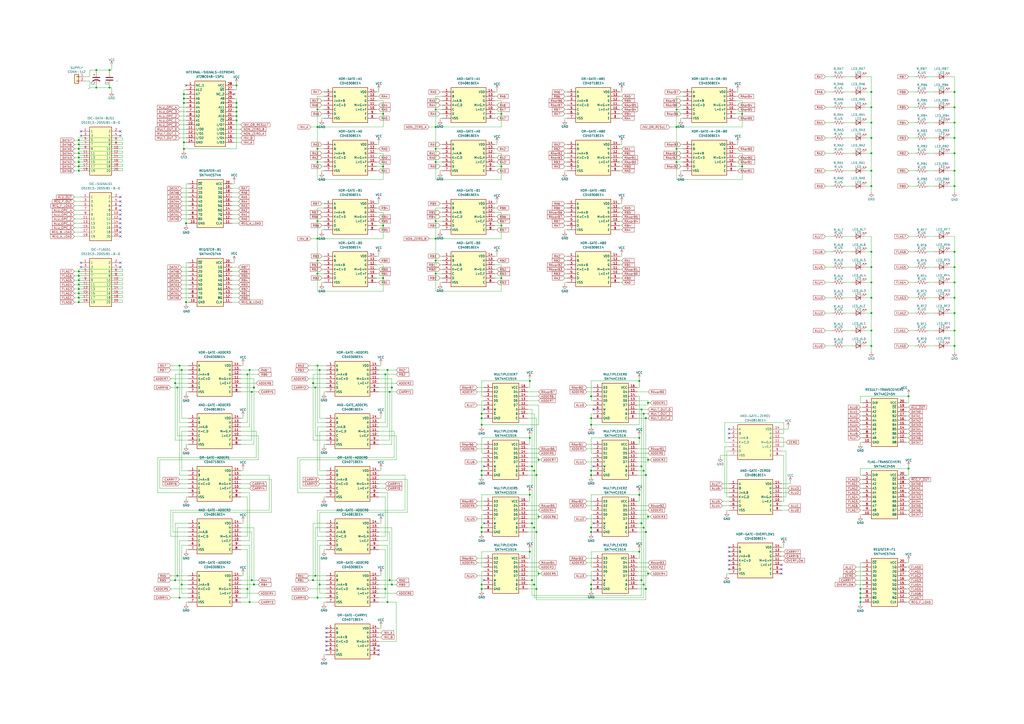
<source format=kicad_sch>
(kicad_sch (version 20231120) (generator "eeschema") (generator_version "8.0")
  (paper "A2")
  (junction (at 307.34 320.04))
  (junction (at 184.15 128.27))
  (junction (at 252.73 151.13))
  (junction (at 137.16 62.23))
  (junction (at 307.34 254))
  (junction (at 553.72 88.9))
  (junction (at 182.88 334.01))
  (junction (at 101.6 222.25))
  (junction (at 370.84 287.02))
  (junction (at 102.87 224.79))
  (junction (at 505.46 53.34))
  (junction (at 107.95 129.54))
  (junction (at 182.88 224.79))
  (junction (at 499.11 349.25))
  (junction (at 370.84 320.04))
  (junction (at 308.61 270.51))
  (junction (at 312.42 299.72))
  (junction (at 527.05 271.78))
  (junction (at 553.72 146.05))
  (junction (at 55.88 50.8))
  (junction (at 311.15 341.63))
  (junction (at 222.25 66.04))
  (junction (at 45.72 157.48))
  (junction (at 45.72 86.36))
  (junction (at 553.72 71.12))
  (junction (at 227.33 339.09))
  (junction (at 290.83 96.52))
  (junction (at 107.95 175.26))
  (junction (at 45.72 88.9))
  (junction (at 63.5 40.64))
  (junction (at 499.11 346.71))
  (junction (at 279.4 339.09))
  (junction (at 309.88 273.05))
  (junction (at 505.46 163.83))
  (junction (at 137.16 59.69))
  (junction (at 342.9 341.63))
  (junction (at 553.72 163.83))
  (junction (at 312.42 332.74))
  (junction (at 290.83 130.81))
  (junction (at 372.11 270.51))
  (junction (at 342.9 308.61))
  (junction (at 505.46 107.95))
  (junction (at 342.9 273.05))
  (junction (at 146.05 336.55))
  (junction (at 553.72 154.94))
  (junction (at 279.4 306.07))
  (junction (at 45.72 81.28))
  (junction (at 373.38 339.09))
  (junction (at 45.72 91.44))
  (junction (at 184.15 158.75))
  (junction (at 224.79 214.63))
  (junction (at 392.43 63.5))
  (junction (at 106.68 57.15))
  (junction (at 252.73 93.98))
  (junction (at 553.72 181.61))
  (junction (at 430.53 96.52))
  (junction (at 143.51 341.63))
  (junction (at 553.72 62.23))
  (junction (at 374.65 308.61))
  (junction (at 45.72 99.06))
  (junction (at 279.4 242.57))
  (junction (at 505.46 172.72))
  (junction (at 430.53 66.04))
  (junction (at 505.46 62.23))
  (junction (at 252.73 138.43))
  (junction (at 374.65 341.63))
  (junction (at 309.88 339.09))
  (junction (at 104.14 212.09))
  (junction (at 144.78 214.63))
  (junction (at 181.61 222.25))
  (junction (at 252.73 63.5))
  (junction (at 279.4 341.63))
  (junction (at 45.72 96.52))
  (junction (at 375.92 332.74))
  (junction (at 45.72 160.02))
  (junction (at 309.88 306.07))
  (junction (at 279.4 246.38))
  (junction (at 373.38 306.07))
  (junction (at 185.42 339.09))
  (junction (at 137.16 64.77))
  (junction (at 226.06 227.33))
  (junction (at 505.46 80.01))
  (junction (at 342.9 339.09))
  (junction (at 308.61 336.55))
  (junction (at 184.15 151.13))
  (junction (at 342.9 275.59))
  (junction (at 374.65 242.57))
  (junction (at 553.72 200.66))
  (junction (at 222.25 161.29))
  (junction (at 226.06 336.55))
  (junction (at 106.68 59.69))
  (junction (at 45.72 172.72))
  (junction (at 372.11 237.49))
  (junction (at 45.72 167.64))
  (junction (at 181.61 336.55))
  (junction (at 252.73 86.36))
  (junction (at 307.34 220.98))
  (junction (at 222.25 130.81))
  (junction (at 311.15 308.61))
  (junction (at 290.83 161.29))
  (junction (at 185.42 214.63))
  (junction (at 106.68 54.61))
  (junction (at 45.72 93.98))
  (junction (at 279.4 240.03))
  (junction (at 290.83 66.04))
  (junction (at 45.72 175.26))
  (junction (at 505.46 71.12))
  (junction (at 505.46 191.77))
  (junction (at 184.15 73.66))
  (junction (at 505.46 146.05))
  (junction (at 505.46 99.06))
  (junction (at 137.16 69.85))
  (junction (at 184.15 63.5))
  (junction (at 527.05 229.87))
  (junction (at 45.72 170.18))
  (junction (at 392.43 73.66))
  (junction (at 224.79 349.25))
  (junction (at 553.72 172.72))
  (junction (at 342.9 306.07))
  (junction (at 55.88 40.64))
  (junction (at 505.46 88.9))
  (junction (at 499.11 344.17))
  (junction (at 505.46 200.66))
  (junction (at 137.16 67.31))
  (junction (at 252.73 158.75))
  (junction (at 63.5 50.8))
  (junction (at 143.51 217.17))
  (junction (at 372.11 303.53))
  (junction (at 147.32 224.79))
  (junction (at 307.34 287.02))
  (junction (at 105.41 339.09))
  (junction (at 499.11 341.63))
  (junction (at 106.68 82.55))
  (junction (at 373.38 273.05))
  (junction (at 45.72 162.56))
  (junction (at 553.72 107.95))
  (junction (at 370.84 254))
  (junction (at 374.65 275.59))
  (junction (at 505.46 154.94))
  (junction (at 105.41 214.63))
  (junction (at 375.92 233.68))
  (junction (at 392.43 93.98))
  (junction (at 342.9 229.87))
  (junction (at 147.32 339.09))
  (junction (at 375.92 299.72))
  (junction (at 184.15 212.09))
  (junction (at 184.15 86.36))
  (junction (at 553.72 99.06))
  (junction (at 184.15 93.98))
  (junction (at 308.61 303.53))
  (junction (at 373.38 240.03))
  (junction (at 144.78 349.25))
  (junction (at 184.15 346.71))
  (junction (at 102.87 334.01))
  (junction (at 375.92 266.7))
  (junction (at 279.4 273.05))
  (junction (at 279.4 308.61))
  (junction (at 553.72 53.34))
  (junction (at 106.68 86.36))
  (junction (at 279.4 275.59))
  (junction (at 370.84 220.98))
  (junction (at 312.42 266.7))
  (junction (at 342.9 246.38))
  (junction (at 311.15 275.59))
  (junction (at 45.72 165.1))
  (junction (at 45.72 83.82))
  (junction (at 184.15 138.43))
  (junction (at 101.6 336.55))
  (junction (at 505.46 181.61))
  (junction (at 392.43 86.36))
  (junction (at 146.05 227.33))
  (junction (at 223.52 217.17))
  (junction (at 252.73 73.66))
  (junction (at 553.72 191.77))
  (junction (at 222.25 96.52))
  (junction (at 553.72 80.01))
  (junction (at 342.9 242.57))
  (junction (at 372.11 336.55))
  (junction (at 104.14 346.71))
  (junction (at 227.33 224.79))
  (junction (at 137.16 49.53))
  (junction (at 252.73 128.27))
  (junction (at 223.52 341.63))
  (no_connect (at 69.85 129.54))
  (no_connect (at 69.85 154.94))
  (no_connect (at 422.91 325.12))
  (no_connect (at 189.23 374.65))
  (no_connect (at 189.23 364.49))
  (no_connect (at 280.67 270.51))
  (no_connect (at 46.99 78.74))
  (no_connect (at 422.91 322.58))
  (no_connect (at 69.85 121.92))
  (no_connect (at 422.91 320.04))
  (no_connect (at 46.99 76.2))
  (no_connect (at 280.67 237.49))
  (no_connect (at 69.85 134.62))
  (no_connect (at 69.85 76.2))
  (no_connect (at 69.85 137.16))
  (no_connect (at 453.39 332.74))
  (no_connect (at 189.23 372.11))
  (no_connect (at 69.85 116.84))
  (no_connect (at 189.23 377.19))
  (no_connect (at 219.71 377.19))
  (no_connect (at 69.85 132.08))
  (no_connect (at 107.95 49.53))
  (no_connect (at 189.23 369.57))
  (no_connect (at 69.85 152.4))
  (no_connect (at 69.85 127))
  (no_connect (at 46.99 152.4))
  (no_connect (at 69.85 124.46))
  (no_connect (at 280.67 336.55))
  (no_connect (at 422.91 317.5))
  (no_connect (at 422.91 254))
  (no_connect (at 422.91 327.66))
  (no_connect (at 69.85 119.38))
  (no_connect (at 344.17 336.55))
  (no_connect (at 280.67 303.53))
  (no_connect (at 69.85 114.3))
  (no_connect (at 135.89 54.61))
  (no_connect (at 189.23 367.03))
  (no_connect (at 422.91 330.2))
  (no_connect (at 453.39 327.66))
  (no_connect (at 453.39 330.2))
  (no_connect (at 344.17 270.51))
  (no_connect (at 219.71 374.65))
  (no_connect (at 344.17 303.53))
  (no_connect (at 422.91 251.46))
  (no_connect (at 69.85 78.74))
  (no_connect (at 46.99 154.94))
  (no_connect (at 344.17 237.49))
  (no_connect (at 219.71 379.73))
  (no_connect (at 422.91 248.92))
  (wire (pts (xy 146.05 336.55) (xy 149.86 336.55)))
  (wire (pts (xy 185.42 280.67) (xy 189.23 280.67)))
  (wire (pts (xy 527.05 154.94) (xy 530.86 154.94)))
  (wire (pts (xy 525.78 278.13) (xy 527.05 278.13)))
  (wire (pts (xy 107.95 152.4) (xy 107.95 175.26)))
  (wire (pts (xy 374.65 347.98) (xy 311.15 347.98)))
  (wire (pts (xy 102.87 252.73) (xy 102.87 224.79)))
  (wire (pts (xy 306.07 295.91) (xy 312.42 295.91)))
  (wire (pts (xy 63.5 49.53) (xy 63.5 50.8)))
  (wire (pts (xy 220.98 302.26) (xy 220.98 303.53)))
  (wire (pts (xy 344.17 275.59) (xy 342.9 275.59)))
  (wire (pts (xy 478.79 44.45) (xy 482.6 44.45)))
  (wire (pts (xy 185.42 339.09) (xy 189.23 339.09)))
  (wire (pts (xy 219.71 318.77) (xy 223.52 318.77)))
  (wire (pts (xy 218.44 58.42) (xy 222.25 58.42)))
  (wire (pts (xy 139.7 303.53) (xy 140.97 303.53)))
  (wire (pts (xy 499.11 344.17) (xy 500.38 344.17)))
  (wire (pts (xy 359.41 163.83) (xy 360.68 163.83)))
  (wire (pts (xy 279.4 220.98) (xy 307.34 220.98)))
  (wire (pts (xy 499.11 349.25) (xy 499.11 346.71)))
  (wire (pts (xy 420.37 285.75) (xy 422.91 285.75)))
  (wire (pts (xy 71.12 166.37) (xy 71.12 167.64)))
  (wire (pts (xy 306.07 293.37) (xy 312.42 293.37)))
  (wire (pts (xy 134.62 106.68) (xy 135.89 106.68)))
  (wire (pts (xy 219.71 341.63) (xy 223.52 341.63)))
  (wire (pts (xy 223.52 311.15) (xy 223.52 288.29)))
  (wire (pts (xy 219.71 283.21) (xy 223.52 283.21)))
  (wire (pts (xy 172.72 265.43) (xy 172.72 285.75)))
  (wire (pts (xy 252.73 138.43) (xy 290.83 138.43)))
  (wire (pts (xy 134.62 172.72) (xy 138.43 172.72)))
  (wire (pts (xy 499.11 251.46) (xy 500.38 251.46)))
  (wire (pts (xy 549.91 107.95) (xy 553.72 107.95)))
  (wire (pts (xy 501.65 200.66) (xy 505.46 200.66)))
  (wire (pts (xy 377.19 332.74) (xy 375.92 332.74)))
  (wire (pts (xy 43.18 160.02) (xy 45.72 160.02)))
  (wire (pts (xy 279.4 287.02) (xy 307.34 287.02)))
  (wire (pts (xy 500.38 349.25) (xy 499.11 349.25)))
  (wire (pts (xy 372.11 237.49) (xy 372.11 270.51)))
  (wire (pts (xy 311.15 347.98) (xy 311.15 341.63)))
  (wire (pts (xy 106.68 86.36) (xy 137.16 86.36)))
  (wire (pts (xy 252.73 138.43) (xy 252.73 151.13)))
  (wire (pts (xy 135.89 74.93) (xy 139.7 74.93)))
  (wire (pts (xy 500.38 298.45) (xy 499.11 298.45)))
  (wire (pts (xy 392.43 104.14) (xy 392.43 93.98)))
  (wire (pts (xy 219.71 247.65) (xy 224.79 247.65)))
  (wire (pts (xy 279.4 265.43) (xy 280.67 265.43)))
  (wire (pts (xy 45.72 93.98) (xy 45.72 92.71)))
  (wire (pts (xy 280.67 295.91) (xy 279.4 295.91)))
  (wire (pts (xy 49.53 44.45) (xy 52.07 44.45)))
  (wire (pts (xy 306.07 257.81) (xy 307.34 257.81)))
  (wire (pts (xy 105.41 111.76) (xy 109.22 111.76)))
  (wire (pts (xy 527.05 191.77) (xy 530.86 191.77)))
  (wire (pts (xy 426.72 88.9) (xy 430.53 88.9)))
  (wire (pts (xy 549.91 88.9) (xy 553.72 88.9)))
  (wire (pts (xy 227.33 306.07) (xy 227.33 339.09)))
  (wire (pts (xy 370.84 254) (xy 370.84 257.81)))
  (wire (pts (xy 340.36 290.83) (xy 344.17 290.83)))
  (wire (pts (xy 276.86 323.85) (xy 280.67 323.85)))
  (wire (pts (xy 453.39 320.04) (xy 454.66 320.04)))
  (wire (pts (xy 139.7 311.15) (xy 143.51 311.15)))
  (wire (pts (xy 505.46 137.16) (xy 505.46 146.05)))
  (wire (pts (xy 312.42 234.95) (xy 312.42 246.38)))
  (wire (pts (xy 134.62 129.54) (xy 138.43 129.54)))
  (wire (pts (xy 276.86 224.79) (xy 280.67 224.79)))
  (wire (pts (xy 106.68 54.61) (xy 106.68 57.15)))
  (wire (pts (xy 426.72 68.58) (xy 427.99 68.58)))
  (wire (pts (xy 219.71 147.32) (xy 219.71 148.59)))
  (wire (pts (xy 549.91 200.66) (xy 553.72 200.66)))
  (wire (pts (xy 490.22 154.94) (xy 494.03 154.94)))
  (wire (pts (xy 226.06 227.33) (xy 229.87 227.33)))
  (wire (pts (xy 369.57 326.39) (xy 375.92 326.39)))
  (wire (pts (xy 222.25 66.04) (xy 222.25 73.66)))
  (wire (pts (xy 525.78 246.38) (xy 527.05 246.38)))
  (wire (pts (xy 134.62 165.1) (xy 138.43 165.1)))
  (wire (pts (xy 499.11 241.3) (xy 500.38 241.3)))
  (wire (pts (xy 219.71 367.03) (xy 220.98 367.03)))
  (wire (pts (xy 279.4 273.05) (xy 279.4 275.59)))
  (wire (pts (xy 327.66 158.75) (xy 328.93 158.75)))
  (wire (pts (xy 43.18 88.9) (xy 45.72 88.9)))
  (wire (pts (xy 490.22 53.34) (xy 494.03 53.34)))
  (wire (pts (xy 344.17 242.57) (xy 342.9 242.57)))
  (wire (pts (xy 359.41 158.75) (xy 360.68 158.75)))
  (wire (pts (xy 143.51 341.63) (xy 143.51 346.71)))
  (wire (pts (xy 52.07 50.8) (xy 55.88 50.8)))
  (wire (pts (xy 375.92 266.7) (xy 375.92 267.97)))
  (wire (pts (xy 388.62 73.66) (xy 392.43 73.66)))
  (wire (pts (xy 505.46 172.72) (xy 505.46 163.83)))
  (wire (pts (xy 184.15 138.43) (xy 222.25 138.43)))
  (wire (pts (xy 279.4 331.47) (xy 280.67 331.47)))
  (wire (pts (xy 43.18 114.3) (xy 46.99 114.3)))
  (wire (pts (xy 220.98 210.82) (xy 220.98 212.09)))
  (wire (pts (xy 496.57 328.93) (xy 500.38 328.93)))
  (wire (pts (xy 375.92 332.74) (xy 375.92 331.47)))
  (wire (pts (xy 219.71 250.19) (xy 228.6 250.19)))
  (wire (pts (xy 290.83 161.29) (xy 290.83 168.91)))
  (wire (pts (xy 327.66 151.13) (xy 328.93 151.13)))
  (wire (pts (xy 369.57 260.35) (xy 375.92 260.35)))
  (wire (pts (xy 312.42 266.7) (xy 312.42 267.97)))
  (wire (pts (xy 69.85 165.1) (xy 71.12 165.1)))
  (wire (pts (xy 327.66 156.21) (xy 328.93 156.21)))
  (wire (pts (xy 553.72 137.16) (xy 553.72 146.05)))
  (wire (pts (xy 340.36 334.01) (xy 344.17 334.01)))
  (wire (pts (xy 252.73 120.65) (xy 252.73 128.27)))
  (wire (pts (xy 369.57 290.83) (xy 370.84 290.83)))
  (wire (pts (xy 147.32 306.07) (xy 147.32 339.09)))
  (wire (pts (xy 377.19 299.72) (xy 375.92 299.72)))
  (wire (pts (xy 45.72 91.44) (xy 46.99 91.44)))
  (wire (pts (xy 501.65 80.01) (xy 505.46 80.01)))
  (wire (pts (xy 394.97 58.42) (xy 396.24 58.42)))
  (wire (pts (xy 279.4 273.05) (xy 279.4 265.43)))
  (wire (pts (xy 134.62 114.3) (xy 138.43 114.3)))
  (wire (pts (xy 290.83 123.19) (xy 290.83 130.81)))
  (wire (pts (xy 256.54 55.88) (xy 252.73 55.88)))
  (wire (pts (xy 525.78 233.68) (xy 527.05 233.68)))
  (wire (pts (xy 327.66 91.44) (xy 328.93 91.44)))
  (wire (pts (xy 46.99 134.62) (xy 43.18 134.62)))
  (wire (pts (xy 187.96 86.36) (xy 184.15 86.36)))
  (wire (pts (xy 219.71 91.44) (xy 218.44 91.44)))
  (wire (pts (xy 252.73 73.66) (xy 252.73 86.36)))
  (wire (pts (xy 370.84 219.71) (xy 370.84 220.98)))
  (wire (pts (xy 71.12 97.79) (xy 71.12 99.06)))
  (wire (pts (xy 140.97 271.78) (xy 140.97 273.05)))
  (wire (pts (xy 549.91 163.83) (xy 553.72 163.83)))
  (wire (pts (xy 45.72 172.72) (xy 45.72 171.45)))
  (wire (pts (xy 109.22 257.81) (xy 107.95 257.81)))
  (wire (pts (xy 149.86 266.7) (xy 92.71 266.7)))
  (wire (pts (xy 306.07 339.09) (xy 309.88 339.09)))
  (wire (pts (xy 184.15 158.75) (xy 184.15 168.91)))
  (wire (pts (xy 157.48 297.18) (xy 157.48 278.13)))
  (wire (pts (xy 373.38 273.05) (xy 373.38 240.03)))
  (wire (pts (xy 505.46 200.66) (xy 505.46 204.47)))
  (wire (pts (xy 92.71 283.21) (xy 109.22 283.21)))
  (wire (pts (xy 223.52 318.77) (xy 223.52 341.63)))
  (wire (pts (xy 287.02 133.35) (xy 288.29 133.35)))
  (wire (pts (xy 252.73 128.27) (xy 252.73 138.43)))
  (wire (pts (xy 490.22 107.95) (xy 494.03 107.95)))
  (wire (pts (xy 186.69 53.34) (xy 187.96 53.34)))
  (wire (pts (xy 99.06 219.71) (xy 109.22 219.71)))
  (wire (pts (xy 288.29 52.07) (xy 288.29 53.34)))
  (wire (pts (xy 45.72 99.06) (xy 46.99 99.06)))
  (wire (pts (xy 280.67 229.87) (xy 279.4 229.87)))
  (wire (pts (xy 173.99 266.7) (xy 229.87 266.7)))
  (wire (pts (xy 45.72 163.83) (xy 71.12 163.83)))
  (wire (pts (xy 306.07 306.07) (xy 309.88 306.07)))
  (wire (pts (xy 501.65 163.83) (xy 505.46 163.83)))
  (wire (pts (xy 311.15 242.57) (xy 311.15 275.59)))
  (wire (pts (xy 186.69 96.52) (xy 187.96 96.52)))
  (wire (pts (xy 134.62 152.4) (xy 135.89 152.4)))
  (wire (pts (xy 369.57 341.63) (xy 374.65 341.63)))
  (wire (pts (xy 499.11 248.92) (xy 500.38 248.92)))
  (wire (pts (xy 313.69 266.7) (xy 312.42 266.7)))
  (wire (pts (xy 106.68 59.69) (xy 106.68 82.55)))
  (wire (pts (xy 185.42 242.57) (xy 189.23 242.57)))
  (wire (pts (xy 102.87 306.07) (xy 109.22 306.07)))
  (wire (pts (xy 172.72 285.75) (xy 189.23 285.75)))
  (wire (pts (xy 525.78 298.45) (xy 527.05 298.45)))
  (wire (pts (xy 306.07 326.39) (xy 312.42 326.39)))
  (wire (pts (xy 342.9 341.63) (xy 342.9 342.9)))
  (wire (pts (xy 490.22 163.83) (xy 494.03 163.83)))
  (wire (pts (xy 419.1 283.21) (xy 422.91 283.21)))
  (wire (pts (xy 287.02 163.83) (xy 288.29 163.83)))
  (wire (pts (xy 187.96 227.33) (xy 187.96 228.6)))
  (wire (pts (xy 290.83 58.42) (xy 287.02 58.42)))
  (wire (pts (xy 309.88 339.09) (xy 309.88 346.71)))
  (wire (pts (xy 43.18 116.84) (xy 46.99 116.84)))
  (wire (pts (xy 369.57 295.91) (xy 375.92 295.91)))
  (wire (pts (xy 104.14 278.13) (xy 109.22 278.13)))
  (wire (pts (xy 105.41 114.3) (xy 109.22 114.3)))
  (wire (pts (xy 279.4 339.09) (xy 279.4 331.47)))
  (wire (pts (xy 344.17 339.09) (xy 342.9 339.09)))
  (wire (pts (xy 288.29 120.65) (xy 287.02 120.65)))
  (wire (pts (xy 137.16 59.69) (xy 137.16 62.23)))
  (wire (pts (xy 392.43 73.66) (xy 430.53 73.66)))
  (wire (pts (xy 312.42 300.99) (xy 306.07 300.99)))
  (wire (pts (xy 499.11 298.45) (xy 499.11 299.72)))
  (wire (pts (xy 101.6 222.25) (xy 101.6 255.27)))
  (wire (pts (xy 139.7 280.67) (xy 144.78 280.67)))
  (wire (pts (xy 430.53 96.52) (xy 430.53 104.14)))
  (wire (pts (xy 180.34 138.43) (xy 184.15 138.43)))
  (wire (pts (xy 396.24 99.06) (xy 394.97 99.06)))
  (wire (pts (xy 342.9 331.47) (xy 344.17 331.47)))
  (wire (pts (xy 179.07 224.79) (xy 182.88 224.79)))
  (wire (pts (xy 135.89 67.31) (xy 137.16 67.31)))
  (wire (pts (xy 182.88 334.01) (xy 189.23 334.01)))
  (wire (pts (xy 107.95 106.68) (xy 107.95 129.54)))
  (wire (pts (xy 189.23 257.81) (xy 187.96 257.81)))
  (wire (pts (xy 501.65 181.61) (xy 505.46 181.61)))
  (wire (pts (xy 252.73 63.5) (xy 252.73 73.66)))
  (wire (pts (xy 223.52 346.71) (xy 223.52 341.63)))
  (wire (pts (xy 527.05 146.05) (xy 530.86 146.05)))
  (wire (pts (xy 359.41 153.67) (xy 360.68 153.67)))
  (wire (pts (xy 394.97 60.96) (xy 396.24 60.96)))
  (wire (pts (xy 501.65 146.05) (xy 505.46 146.05)))
  (wire (pts (xy 501.65 44.45) (xy 505.46 44.45)))
  (wire (pts (xy 525.78 285.75) (xy 527.05 285.75)))
  (wire (pts (xy 45.72 93.98) (xy 46.99 93.98)))
  (wire (pts (xy 527.05 270.51) (xy 527.05 271.78)))
  (wire (pts (xy 280.67 240.03) (xy 279.4 240.03)))
  (wire (pts (xy 224.79 316.23) (xy 224.79 349.25)))
  (wire (pts (xy 287.02 148.59) (xy 288.29 148.59)))
  (wire (pts (xy 45.72 165.1) (xy 46.99 165.1)))
  (wire (pts (xy 373.38 306.07) (xy 373.38 339.09)))
  (wire (pts (xy 327.66 55.88) (xy 328.93 55.88)))
  (wire (pts (xy 219.71 116.84) (xy 219.71 118.11)))
  (wire (pts (xy 46.99 137.16) (xy 43.18 137.16)))
  (wire (pts (xy 218.44 161.29) (xy 222.25 161.29)))
  (wire (pts (xy 180.34 73.66) (xy 184.15 73.66)))
  (wire (pts (xy 64.77 40.64) (xy 63.5 40.64)))
  (wire (pts (xy 181.61 336.55) (xy 189.23 336.55)))
  (wire (pts (xy 421.64 261.62) (xy 422.91 261.62)))
  (wire (pts (xy 218.44 163.83) (xy 219.71 163.83)))
  (wire (pts (xy 45.72 88.9) (xy 45.72 87.63)))
  (wire (pts (xy 312.42 331.47) (xy 312.42 332.74)))
  (wire (pts (xy 525.78 295.91) (xy 527.05 295.91)))
  (wire (pts (xy 184.15 151.13) (xy 184.15 158.75)))
  (wire (pts (xy 109.22 318.77) (xy 107.95 318.77)))
  (wire (pts (xy 222.25 73.66) (xy 184.15 73.66)))
  (wire (pts (xy 306.07 237.49) (xy 308.61 237.49)))
  (wire (pts (xy 219.71 60.96) (xy 218.44 60.96)))
  (wire (pts (xy 359.41 83.82) (xy 360.68 83.82)))
  (wire (pts (xy 422.91 256.54) (xy 420.37 256.54)))
  (wire (pts (xy 71.12 161.29) (xy 71.12 162.56)))
  (wire (pts (xy 109.22 250.19) (xy 105.41 250.19)))
  (wire (pts (xy 219.71 369.57) (xy 220.98 369.57)))
  (wire (pts (xy 359.41 123.19) (xy 360.68 123.19)))
  (wire (pts (xy 135.89 64.77) (xy 137.16 64.77)))
  (wire (pts (xy 104.14 74.93) (xy 107.95 74.93)))
  (wire (pts (xy 148.59 250.19) (xy 148.59 265.43)))
  (wire (pts (xy 135.89 49.53) (xy 137.16 49.53)))
  (wire (pts (xy 307.34 252.73) (xy 307.34 254)))
  (wire (pts (xy 394.97 99.06) (xy 394.97 100.33)))
  (wire (pts (xy 105.41 167.64) (xy 109.22 167.64)))
  (wire (pts (xy 538.48 163.83) (xy 542.29 163.83)))
  (wire (pts (xy 340.36 224.79) (xy 344.17 224.79)))
  (wire (pts (xy 276.86 260.35) (xy 280.67 260.35)))
  (wire (pts (xy 52.07 46.99) (xy 52.07 50.8)))
  (wire (pts (xy 181.61 222.25) (xy 189.23 222.25)))
  (wire (pts (xy 430.53 104.14) (xy 392.43 104.14)))
  (wire (pts (xy 392.43 55.88) (xy 392.43 63.5)))
  (wire (pts (xy 490.22 200.66) (xy 494.03 200.66)))
  (wire (pts (xy 453.39 259.08) (xy 454.66 259.08)))
  (wire (pts (xy 137.16 67.31) (xy 137.16 69.85)))
  (wire (pts (xy 454.66 254) (xy 453.39 254)))
  (wire (pts (xy 104.14 313.69) (xy 104.14 346.71)))
  (wire (pts (xy 454.66 245.11) (xy 454.66 251.46)))
  (wire (pts (xy 69.85 96.52) (xy 71.12 96.52)))
  (wire (pts (xy 422.91 332.74) (xy 421.64 332.74)))
  (wire (pts (xy 369.57 262.89) (xy 375.92 262.89)))
  (wire (pts (xy 453.39 256.54) (xy 455.93 256.54)))
  (wire (pts (xy 553.72 99.06) (xy 553.72 107.95)))
  (wire (pts (xy 107.95 318.77) (xy 107.95 320.04)))
  (wire (pts (xy 553.72 53.34) (xy 553.72 62.23)))
  (wire (pts (xy 255.27 125.73) (xy 256.54 125.73)))
  (wire (pts (xy 279.4 328.93) (xy 279.4 320.04)))
  (wire (pts (xy 219.71 63.5) (xy 218.44 63.5)))
  (wire (pts (xy 43.18 99.06) (xy 45.72 99.06)))
  (wire (pts (xy 99.06 295.91) (xy 99.06 311.15)))
  (wire (pts (xy 490.22 191.77) (xy 494.03 191.77)))
  (wire (pts (xy 525.78 344.17) (xy 527.05 344.17)))
  (wire (pts (xy 394.97 66.04) (xy 396.24 66.04)))
  (wire (pts (xy 525.78 288.29) (xy 527.05 288.29)))
  (wire (pts (xy 527.05 200.66) (xy 530.86 200.66)))
  (wire (pts (xy 369.57 336.55) (xy 372.11 336.55)))
  (wire (pts (xy 189.23 318.77) (xy 187.96 318.77)))
  (wire (pts (xy 359.41 118.11) (xy 360.68 118.11)))
  (wire (pts (xy 182.88 306.07) (xy 189.23 306.07)))
  (wire (pts (xy 527.05 53.34) (xy 530.86 53.34)))
  (wire (pts (xy 426.72 99.06) (xy 427.99 99.06)))
  (wire (pts (xy 184.15 158.75) (xy 187.96 158.75)))
  (wire (pts (xy 375.92 265.43) (xy 375.92 266.7)))
  (wire (pts (xy 549.91 137.16) (xy 553.72 137.16)))
  (wire (pts (xy 342.9 262.89) (xy 342.9 254)))
  (wire (pts (xy 135.89 57.15) (xy 137.16 57.15)))
  (wire (pts (xy 186.69 130.81) (xy 187.96 130.81)))
  (wire (pts (xy 71.12 95.25) (xy 71.12 96.52)))
  (wire (pts (xy 64.77 38.1) (xy 64.77 40.64)))
  (wire (pts (xy 69.85 160.02) (xy 71.12 160.02)))
  (wire (pts (xy 527.05 88.9) (xy 530.86 88.9)))
  (wire (pts (xy 344.17 341.63) (xy 342.9 341.63)))
  (wire (pts (xy 359.41 55.88) (xy 360.68 55.88)))
  (wire (pts (xy 45.72 97.79) (xy 71.12 97.79)))
  (wire (pts (xy 496.57 331.47) (xy 500.38 331.47)))
  (wire (pts (xy 140.97 332.74) (xy 140.97 334.01)))
  (wire (pts (xy 276.86 300.99) (xy 280.67 300.99)))
  (wire (pts (xy 109.22 247.65) (xy 104.14 247.65)))
  (wire (pts (xy 69.85 86.36) (xy 71.12 86.36)))
  (wire (pts (xy 478.79 154.94) (xy 482.6 154.94)))
  (wire (pts (xy 144.78 214.63) (xy 149.86 214.63)))
  (wire (pts (xy 453.39 322.58) (xy 454.66 322.58)))
  (wire (pts (xy 287.02 66.04) (xy 290.83 66.04)))
  (wire (pts (xy 91.44 265.43) (xy 91.44 285.75)))
  (wire (pts (xy 421.64 288.29) (xy 422.91 288.29)))
  (wire (pts (xy 219.71 303.53) (xy 220.98 303.53)))
  (wire (pts (xy 553.72 146.05) (xy 549.91 146.05)))
  (wire (pts (xy 64.77 50.8) (xy 63.5 50.8)))
  (wire (pts (xy 252.73 128.27) (xy 256.54 128.27)))
  (wire (pts (xy 340.36 227.33) (xy 344.17 227.33)))
  (wire (pts (xy 105.41 339.09) (xy 109.22 339.09)))
  (wire (pts (xy 344.17 306.07) (xy 342.9 306.07)))
  (wire (pts (xy 370.84 252.73) (xy 370.84 254)))
  (wire (pts (xy 501.65 71.12) (xy 505.46 71.12)))
  (wire (pts (xy 139.7 285.75) (xy 144.78 285.75)))
  (wire (pts (xy 104.14 247.65) (xy 104.14 275.59)))
  (wire (pts (xy 219.71 68.58) (xy 218.44 68.58)))
  (wire (pts (xy 499.11 246.38) (xy 500.38 246.38)))
  (wire (pts (xy 359.41 66.04) (xy 360.68 66.04)))
  (wire (pts (xy 105.41 165.1) (xy 109.22 165.1)))
  (wire (pts (xy 256.54 163.83) (xy 255.27 163.83)))
  (wire (pts (xy 370.84 318.77) (xy 370.84 320.04)))
  (wire (pts (xy 501.65 137.16) (xy 505.46 137.16)))
  (wire (pts (xy 45.72 158.75) (xy 71.12 158.75)))
  (wire (pts (xy 453.39 295.91) (xy 457.2 295.91)))
  (wire (pts (xy 139.7 252.73) (xy 149.86 252.73)))
  (wire (pts (xy 109.22 252.73) (xy 102.87 252.73)))
  (wire (pts (xy 290.83 96.52) (xy 290.83 104.14)))
  (wire (pts (xy 105.41 154.94) (xy 109.22 154.94)))
  (wire (pts (xy 184.15 346.71) (xy 189.23 346.71)))
  (wire (pts (xy 71.12 167.64) (xy 69.85 167.64)))
  (wire (pts (xy 184.15 55.88) (xy 184.15 63.5)))
  (wire (pts (xy 306.07 262.89) (xy 312.42 262.89)))
  (wire (pts (xy 186.69 66.04) (xy 187.96 66.04)))
  (wire (pts (xy 328.93 68.58) (xy 327.66 68.58)))
  (wire (pts (xy 549.91 44.45) (xy 553.72 44.45)))
  (wire (pts (xy 105.41 250.19) (xy 105.41 273.05)))
  (wire (pts (xy 186.69 153.67) (xy 187.96 153.67)))
  (wire (pts (xy 306.07 275.59) (xy 311.15 275.59)))
  (wire (pts (xy 104.14 62.23) (xy 107.95 62.23)))
  (wire (pts (xy 527.05 44.45) (xy 530.86 44.45)))
  (wire (pts (xy 186.69 156.21) (xy 187.96 156.21)))
  (wire (pts (xy 426.72 83.82) (xy 427.99 83.82)))
  (wire (pts (xy 184.15 86.36) (xy 184.15 93.98)))
  (wire (pts (xy 307.34 220.98) (xy 307.34 224.79)))
  (wire (pts (xy 340.36 234.95) (xy 344.17 234.95)))
  (wire (pts (xy 222.25 161.29) (xy 222.25 168.91)))
  (wire (pts (xy 553.72 88.9) (xy 553.72 99.06)))
  (wire (pts (xy 219.71 219.71) (xy 227.33 219.71)))
  (wire (pts (xy 105.41 127) (xy 109.22 127)))
  (wire (pts (xy 224.79 214.63) (xy 224.79 247.65)))
  (wire (pts (xy 505.46 181.61) (xy 505.46 172.72)))
  (wire (pts (xy 306.07 224.79) (xy 307.34 224.79)))
  (wire (pts (xy 369.57 257.81) (xy 370.84 257.81)))
  (wire (pts (xy 327.66 93.98) (xy 328.93 93.98)))
  (wire (pts (xy 135.89 52.07) (xy 137.16 52.07)))
  (wire (pts (xy 327.66 53.34) (xy 328.93 53.34)))
  (wire (pts (xy 181.61 217.17) (xy 181.61 222.25)))
  (wire (pts (xy 501.65 53.34) (xy 505.46 53.34)))
  (wire (pts (xy 342.9 306.07) (xy 342.9 308.61)))
  (wire (pts (xy 252.73 151.13) (xy 252.73 158.75)))
  (wire (pts (xy 229.87 349.25) (xy 229.87 372.11)))
  (wire (pts (xy 184.15 275.59) (xy 189.23 275.59)))
  (wire (pts (xy 45.72 86.36) (xy 46.99 86.36)))
  (wire (pts (xy 219.71 255.27) (xy 226.06 255.27)))
  (wire (pts (xy 134.62 109.22) (xy 138.43 109.22)))
  (wire (pts (xy 71.12 163.83) (xy 71.12 165.1)))
  (wire (pts (xy 184.15 151.13) (xy 187.96 151.13)))
  (wire (pts (xy 538.48 181.61) (xy 542.29 181.61)))
  (wire (pts (xy 71.12 92.71) (xy 71.12 93.98)))
  (wire (pts (xy 219.71 372.11) (xy 229.87 372.11)))
  (wire (pts (xy 307.34 285.75) (xy 307.34 287.02)))
  (wire (pts (xy 222.25 88.9) (xy 222.25 96.52)))
  (wire (pts (xy 327.66 66.04) (xy 328.93 66.04)))
  (wire (pts (xy 360.68 147.32) (xy 360.68 148.59)))
  (wire (pts (xy 525.78 280.67) (xy 527.05 280.67)))
  (wire (pts (xy 181.61 303.53) (xy 181.61 336.55)))
  (wire (pts (xy 45.72 170.18) (xy 45.72 168.91)))
  (wire (pts (xy 279.4 262.89) (xy 279.4 254)))
  (wire (pts (xy 499.11 236.22) (xy 500.38 236.22)))
  (wire (pts (xy 288.29 147.32) (xy 288.29 148.59)))
  (wire (pts (xy 107.95 257.81) (xy 107.95 259.08)))
  (wire (pts (xy 105.41 157.48) (xy 109.22 157.48)))
  (wire (pts (xy 45.72 85.09) (xy 71.12 85.09)))
  (wire (pts (xy 219.71 280.67) (xy 223.52 280.67)))
  (wire (pts (xy 135.89 80.01) (xy 139.7 80.01)))
  (wire (pts (xy 219.71 288.29) (xy 223.52 288.29)))
  (wire (pts (xy 392.43 55.88) (xy 396.24 55.88)))
  (wire (pts (xy 373.38 346.71) (xy 373.38 339.09)))
  (wire (pts (xy 327.66 128.27) (xy 328.93 128.27)))
  (wire (pts (xy 505.46 107.95) (xy 505.46 111.76)))
  (wire (pts (xy 45.72 172.72) (xy 46.99 172.72)))
  (wire (pts (xy 538.48 191.77) (xy 542.29 191.77)))
  (wire (pts (xy 369.57 334.01) (xy 375.92 334.01)))
  (wire (pts (xy 426.72 86.36) (xy 427.99 86.36)))
  (wire (pts (xy 100.33 308.61) (xy 109.22 308.61)))
  (wire (pts (xy 288.29 116.84) (xy 288.29 118.11)))
  (wire (pts (xy 505.46 71.12) (xy 505.46 80.01)))
  (wire (pts (xy 45.72 96.52) (xy 45.72 95.25)))
  (wire (pts (xy 340.36 323.85) (xy 344.17 323.85)))
  (wire (pts (xy 64.77 50.8) (xy 64.77 53.34)))
  (wire (pts (xy 392.43 73.66) (xy 392.43 63.5)))
  (wire (pts (xy 327.66 96.52) (xy 328.93 96.52)))
  (wire (pts (xy 490.22 99.06) (xy 494.03 99.06)))
  (wire (pts (xy 134.62 124.46) (xy 138.43 124.46)))
  (wire (pts (xy 139.7 316.23) (xy 144.78 316.23)))
  (wire (pts (xy 45.72 81.28) (xy 45.72 80.01)))
  (wire (pts (xy 137.16 52.07) (xy 137.16 49.53)))
  (wire (pts (xy 342.9 328.93) (xy 342.9 320.04)))
  (wire (pts (xy 45.72 157.48) (xy 45.72 156.21)))
  (wire (pts (xy 184.15 128.27) (xy 184.15 138.43)))
  (wire (pts (xy 549.91 181.61) (xy 553.72 181.61)))
  (wire (pts (xy 45.72 173.99) (xy 71.12 173.99)))
  (wire (pts (xy 538.48 80.01) (xy 542.29 80.01)))
  (wire (pts (xy 255.27 118.11) (xy 256.54 118.11)))
  (wire (pts (xy 45.72 80.01) (xy 71.12 80.01)))
  (wire (pts (xy 184.15 295.91) (xy 184.15 311.15)))
  (wire (pts (xy 478.79 146.05) (xy 482.6 146.05)))
  (wire (pts (xy 499.11 229.87) (xy 527.05 229.87)))
  (wire (pts (xy 219.71 82.55) (xy 219.71 83.82)))
  (wire (pts (xy 105.41 344.17) (xy 109.22 344.17)))
  (wire (pts (xy 226.06 308.61) (xy 226.06 336.55)))
  (wire (pts (xy 276.86 326.39) (xy 280.67 326.39)))
  (wire (pts (xy 137.16 57.15) (xy 137.16 59.69)))
  (wire (pts (xy 139.7 214.63) (xy 144.78 214.63)))
  (wire (pts (xy 279.4 240.03) (xy 279.4 242.57)))
  (wire (pts (xy 342.9 306.07) (xy 342.9 298.45)))
  (wire (pts (xy 139.7 339.09) (xy 147.32 339.09)))
  (wire (pts (xy 419.1 293.37) (xy 422.91 293.37)))
  (wire (pts (xy 139.7 217.17) (xy 143.51 217.17)))
  (wire (pts (xy 222.25 123.19) (xy 222.25 130.81)))
  (wire (pts (xy 43.18 96.52) (xy 45.72 96.52)))
  (wire (pts (xy 499.11 243.84) (xy 500.38 243.84)))
  (wire (pts (xy 219.71 214.63) (xy 224.79 214.63)))
  (wire (pts (xy 342.9 295.91) (xy 342.9 287.02)))
  (wire (pts (xy 184.15 55.88) (xy 187.96 55.88)))
  (wire (pts (xy 222.25 104.14) (xy 184.15 104.14)))
  (wire (pts (xy 252.73 63.5) (xy 256.54 63.5)))
  (wire (pts (xy 359.41 148.59) (xy 360.68 148.59)))
  (wire (pts (xy 218.44 55.88) (xy 219.71 55.88)))
  (wire (pts (xy 375.92 299.72) (xy 375.92 298.45)))
  (wire (pts (xy 219.71 158.75) (xy 218.44 158.75)))
  (wire (pts (xy 499.11 341.63) (xy 500.38 341.63)))
  (wire (pts (xy 372.11 345.44) (xy 372.11 336.55)))
  (wire (pts (xy 342.9 273.05) (xy 342.9 275.59)))
  (wire (pts (xy 538.48 137.16) (xy 542.29 137.16)))
  (wire (pts (xy 328.93 163.83) (xy 327.66 163.83)))
  (wire (pts (xy 369.57 242.57) (xy 374.65 242.57)))
  (wire (pts (xy 45.72 160.02) (xy 45.72 158.75)))
  (wire (pts (xy 499.11 254) (xy 500.38 254)))
  (wire (pts (xy 538.48 62.23) (xy 542.29 62.23)))
  (wire (pts (xy 419.1 290.83) (xy 422.91 290.83)))
  (wire (pts (xy 500.38 275.59) (xy 499.11 275.59)))
  (wire (pts (xy 549.91 191.77) (xy 553.72 191.77)))
  (wire (pts (xy 139.7 247.65) (xy 144.78 247.65)))
  (wire (pts (xy 219.71 308.61) (xy 226.06 308.61)))
  (wire (pts (xy 222.25 153.67) (xy 218.44 153.67)))
  (wire (pts (xy 340.36 326.39) (xy 344.17 326.39)))
  (wire (pts (xy 279.4 308.61) (xy 279.4 309.88)))
  (wire (pts (xy 187.96 349.25) (xy 187.96 350.52)))
  (wire (pts (xy 107.95 175.26) (xy 107.95 176.53)))
  (wire (pts (xy 189.23 288.29) (xy 187.96 288.29)))
  (wire (pts (xy 306.07 331.47) (xy 312.42 331.47)))
  (wire (pts (xy 501.65 154.94) (xy 505.46 154.94)))
  (wire (pts (xy 359.41 120.65) (xy 360.68 120.65)))
  (wire (pts (xy 342.9 246.38) (xy 370.84 246.38)))
  (wire (pts (xy 222.25 58.42) (xy 222.25 66.04)))
  (wire (pts (xy 224.79 214.63) (xy 229.87 214.63)))
  (wire (pts (xy 499.11 290.83) (xy 500.38 290.83)))
  (wire (pts (xy 135.89 151.13) (xy 135.89 152.4)))
  (wire (pts (xy 219.71 128.27) (xy 218.44 128.27)))
  (wire (pts (xy 490.22 88.9) (xy 494.03 88.9)))
  (wire (pts (xy 327.66 68.58) (xy 327.66 69.85)))
  (wire (pts (xy 287.02 83.82) (xy 288.29 83.82)))
  (wire (pts (xy 288.29 128.27) (xy 287.02 128.27)))
  (wire (pts (xy 187.96 163.83) (xy 186.69 163.83)))
  (wire (pts (xy 109.22 349.25) (xy 107.95 349.25)))
  (wire (pts (xy 179.07 346.71) (xy 184.15 346.71)))
  (wire (pts (xy 372.11 303.53) (xy 372.11 336.55)))
  (wire (pts (xy 139.7 313.69) (xy 144.78 313.69)))
  (wire (pts (xy 69.85 170.18) (xy 71.12 170.18)))
  (wire (pts (xy 226.06 336.55) (xy 229.87 336.55)))
  (wire (pts (xy 369.57 339.09) (xy 373.38 339.09)))
  (wire (pts (xy 173.99 283.21) (xy 173.99 266.7)))
  (wire (pts (xy 327.66 60.96) (xy 328.93 60.96)))
  (wire (pts (xy 392.43 93.98) (xy 396.24 93.98)))
  (wire (pts (xy 505.46 44.45) (xy 505.46 53.34)))
  (wire (pts (xy 430.53 88.9) (xy 430.53 96.52)))
  (wire (pts (xy 373.38 240.03) (xy 375.92 240.03)))
  (wire (pts (xy 187.96 379.73) (xy 187.96 381)))
  (wire (pts (xy 312.42 332.74) (xy 312.42 334.01)))
  (wire (pts (xy 139.7 278.13) (xy 157.48 278.13)))
  (wire (pts (xy 426.72 63.5) (xy 427.99 63.5)))
  (wire (pts (xy 328.93 133.35) (xy 327.66 133.35)))
  (wire (pts (xy 453.39 290.83) (xy 454.66 290.83)))
  (wire (pts (xy 220.98 241.3) (xy 220.98 242.57)))
  (wire (pts (xy 255.27 53.34) (xy 256.54 53.34)))
  (wire (pts (xy 306.07 328.93) (xy 312.42 328.93)))
  (wire (pts (xy 52.07 40.64) (xy 55.88 40.64)))
  (wire (pts (xy 139.7 273.05) (xy 140.97 273.05)))
  (wire (pts (xy 139.7 349.25) (xy 144.78 349.25)))
  (wire (pts (xy 45.72 88.9) (xy 46.99 88.9)))
  (wire (pts (xy 309.88 240.03) (xy 306.07 240.03)))
  (wire (pts (xy 374.65 242.57) (xy 374.65 275.59)))
  (wire (pts (xy 71.12 173.99) (xy 71.12 175.26)))
  (wire (pts (xy 430.53 66.04) (xy 430.53 73.66)))
  (wire (pts (xy 453.39 285.75) (xy 457.2 285.75)))
  (wire (pts (xy 527.05 228.6) (xy 527.05 229.87)))
  (wire (pts (xy 186.69 118.11) (xy 187.96 118.11)))
  (wire (pts (xy 499.11 233.68) (xy 499.11 229.87)))
  (wire (pts (xy 219.71 364.49) (xy 220.98 364.49)))
  (wire (pts (xy 184.15 120.65) (xy 184.15 128.27)))
  (wire (pts (xy 252.73 93.98) (xy 252.73 104.14)))
  (wire (pts (xy 219.71 224.79) (xy 227.33 224.79)))
  (wire (pts (xy 370.84 220.98) (xy 370.84 224.79)))
  (wire (pts (xy 104.14 67.31) (xy 107.95 67.31)))
  (wire (pts (xy 187.96 68.58) (xy 186.69 68.58)))
  (wire (pts (xy 55.88 50.8) (xy 55.88 49.53)))
  (wire (pts (xy 374.65 341.63) (xy 374.65 347.98)))
  (wire (pts (xy 252.73 86.36) (xy 256.54 86.36)))
  (wire (pts (xy 252.73 55.88) (xy 252.73 63.5)))
  (wire (pts (xy 139.7 227.33) (xy 146.05 227.33)))
  (wire (pts (xy 223.52 217.17) (xy 223.52 245.11)))
  (wire (pts (xy 392.43 63.5) (xy 396.24 63.5)))
  (wire (pts (xy 219.71 346.71) (xy 223.52 346.71)))
  (wire (pts (xy 327.66 163.83) (xy 327.66 165.1)))
  (wire (pts (xy 147.32 219.71) (xy 147.32 224.79)))
  (wire (pts (xy 45.72 175.26) (xy 46.99 175.26)))
  (wire (pts (xy 179.07 212.09) (xy 184.15 212.09)))
  (wire (pts (xy 490.22 181.61) (xy 494.03 181.61)))
  (wire (pts (xy 490.22 62.23) (xy 494.03 62.23)))
  (wire (pts (xy 279.4 295.91) (xy 279.4 287.02)))
  (wire (pts (xy 538.48 88.9) (xy 542.29 88.9)))
  (wire (pts (xy 288.29 151.13) (xy 287.02 151.13)))
  (wire (pts (xy 45.72 162.56) (xy 45.72 161.29)))
  (wire (pts (xy 219.71 212.09) (xy 220.98 212.09)))
  (wire (pts (xy 179.07 219.71) (xy 189.23 219.71)))
  (wire (pts (xy 369.57 240.03) (xy 373.38 240.03)))
  (wire (pts (xy 505.46 80.01) (xy 505.46 88.9)))
  (wire (pts (xy 135.89 105.41) (xy 135.89 106.68)))
  (wire (pts (xy 184.15 93.98) (xy 184.15 104.14)))
  (wire (pts (xy 369.57 300.99) (xy 375.92 300.99)))
  (wire (pts (xy 549.91 71.12) (xy 553.72 71.12)))
  (wire (pts (xy 45.72 96.52) (xy 46.99 96.52)))
  (wire (pts (xy 186.69 133.35) (xy 186.69 134.62)))
  (wire (pts (xy 135.89 69.85) (xy 137.16 69.85)))
  (wire (pts (xy 553.72 62.23) (xy 553.72 71.12)))
  (wire (pts (xy 276.86 227.33) (xy 280.67 227.33)))
  (wire (pts (xy 499.11 238.76) (xy 500.38 238.76)))
  (wire (pts (xy 421.64 295.91) (xy 421.64 297.18)))
  (wire (pts (xy 218.44 96.52) (xy 222.25 96.52)))
  (wire (pts (xy 107.95 227.33) (xy 109.22 227.33)))
  (wire (pts (xy 505.46 99.06) (xy 505.46 107.95)))
  (wire (pts (xy 105.41 162.56) (xy 109.22 162.56)))
  (wire (pts (xy 184.15 245.11) (xy 189.23 245.11)))
  (wire (pts (xy 218.44 86.36) (xy 219.71 86.36)))
  (wire (pts (xy 359.41 125.73) (xy 360.68 125.73)))
  (wire (pts (xy 426.72 93.98) (xy 427.99 93.98)))
  (wire (pts (xy 46.99 132.08) (xy 43.18 132.08)))
  (wire (pts (xy 288.29 125.73) (xy 287.02 125.73)))
  (wire (pts (xy 43.18 81.28) (xy 45.72 81.28)))
  (wire (pts (xy 137.16 69.85) (xy 137.16 86.36)))
  (wire (pts (xy 134.62 111.76) (xy 138.43 111.76)))
  (wire (pts (xy 478.79 99.06) (xy 482.6 99.06)))
  (wire (pts (xy 45.72 170.18) (xy 46.99 170.18)))
  (wire (pts (xy 100.33 297.18) (xy 157.48 297.18)))
  (wire (pts (xy 308.61 303.53) (xy 308.61 336.55)))
  (wire (pts (xy 369.57 303.53) (xy 372.11 303.53)))
  (wire (pts (xy 453.39 261.62) (xy 455.93 261.62)))
  (wire (pts (xy 255.27 66.04) (xy 256.54 66.04)))
  (wire (pts (xy 290.83 58.42) (xy 290.83 66.04)))
  (wire (pts (xy 455.93 261.62) (xy 455.93 288.29)))
  (wire (pts (xy 344.17 308.61) (xy 342.9 308.61)))
  (wire (pts (xy 307.34 219.71) (xy 307.34 220.98)))
  (wire (pts (xy 501.65 88.9) (xy 505.46 88.9)))
  (wire (pts (xy 312.42 265.43) (xy 312.42 266.7)))
  (wire (pts (xy 375.92 232.41) (xy 375.92 233.68)))
  (wire (pts (xy 490.22 172.72) (xy 494.03 172.72)))
  (wire (pts (xy 69.85 175.26) (xy 71.12 175.26)))
  (wire (pts (xy 252.73 93.98) (xy 256.54 93.98)))
  (wire (pts (xy 156.21 295.91) (xy 99.06 295.91)))
  (wire (pts (xy 505.46 53.34) (xy 505.46 62.23)))
  (wire (pts (xy 279.4 246.38) (xy 279.4 247.65)))
  (wire (pts (xy 43.18 162.56) (xy 45.72 162.56)))
  (wire (pts (xy 252.73 151.13) (xy 256.54 151.13)))
  (wire (pts (xy 458.47 279.4) (xy 458.47 280.67)))
  (wire (pts (xy 279.4 242.57) (xy 279.4 246.38)))
  (wire (pts (xy 454.66 316.23) (xy 454.66 317.5)))
  (wire (pts (xy 426.72 53.34) (xy 427.99 53.34)))
  (wire (pts (xy 394.97 91.44) (xy 396.24 91.44)))
  (wire (pts (xy 279.4 275.59) (xy 279.4 276.86)))
  (wire (pts (xy 359.41 99.06) (xy 360.68 99.06)))
  (wire (pts (xy 311.15 275.59) (xy 311.15 308.61)))
  (wire (pts (xy 99.06 224.79) (xy 102.87 224.79)))
  (wire (pts (xy 342.9 265.43) (xy 344.17 265.43)))
  (wire (pts (xy 222.25 88.9) (xy 218.44 88.9)))
  (wire (pts (xy 374.65 242.57) (xy 375.92 242.57)))
  (wire (pts (xy 146.05 227.33) (xy 149.86 227.33)))
  (wire (pts (xy 311.15 308.61) (xy 311.15 341.63)))
  (wire (pts (xy 63.5 40.64) (xy 55.88 40.64)))
  (wire (pts (xy 276.86 334.01) (xy 280.67 334.01)))
  (wire (pts (xy 453.39 325.12) (xy 454.66 325.12)))
  (wire (pts (xy 105.41 214.63) (xy 109.22 214.63)))
  (wire (pts (xy 287.02 99.06) (xy 288.29 99.06)))
  (wire (pts (xy 328.93 99.06) (xy 327.66 99.06)))
  (wire (pts (xy 525.78 251.46) (xy 527.05 251.46)))
  (wire (pts (xy 359.41 128.27) (xy 360.68 128.27)))
  (wire (pts (xy 219.71 339.09) (xy 227.33 339.09)))
  (wire (pts (xy 490.22 44.45) (xy 494.03 44.45)))
  (wire (pts (xy 182.88 224.79) (xy 189.23 224.79)))
  (wire (pts (xy 496.57 336.55) (xy 500.38 336.55)))
  (wire (pts (xy 499.11 285.75) (xy 500.38 285.75)))
  (wire (pts (xy 140.97 302.26) (xy 140.97 303.53)))
  (wire (pts (xy 525.78 349.25) (xy 527.05 349.25)))
  (wire (pts (xy 105.41 121.92) (xy 109.22 121.92)))
  (wire (pts (xy 527.05 80.01) (xy 530.86 80.01)))
  (wire (pts (xy 45.72 171.45) (xy 71.12 171.45)))
  (wire (pts (xy 69.85 91.44) (xy 71.12 91.44)))
  (wire (pts (xy 369.57 328.93) (xy 375.92 328.93)))
  (wire (pts (xy 312.42 299.72) (xy 312.42 300.99)))
  (wire (pts (xy 255.27 58.42) (xy 256.54 58.42)))
  (wire (pts (xy 107.95 175.26) (xy 109.22 175.26)))
  (wire (pts (xy 525.78 238.76) (xy 527.05 238.76)))
  (wire (pts (xy 279.4 246.38) (xy 312.42 246.38)))
  (wire (pts (xy 327.66 58.42) (xy 328.93 58.42)))
  (wire (pts (xy 279.4 339.09) (xy 279.4 341.63)))
  (wire (pts (xy 104.14 212.09) (xy 109.22 212.09)))
  (wire (pts (xy 139.7 336.55) (xy 146.05 336.55)))
  (wire (pts (xy 184.15 138.43) (xy 184.15 151.13)))
  (wire (pts (xy 505.46 88.9) (xy 505.46 99.06)))
  (wire (pts (xy 453.39 288.29) (xy 455.93 288.29)))
  (wire (pts (xy 134.62 160.02) (xy 138.43 160.02)))
  (wire (pts (xy 181.61 222.25) (xy 181.61 255.27)))
  (wire (pts (xy 226.06 227.33) (xy 226.06 255.27)))
  (wire (pts (xy 222.25 96.52) (xy 222.25 104.14)))
  (wire (pts (xy 280.67 328.93) (xy 279.4 328.93)))
  (wire (pts (xy 106.68 59.69) (xy 107.95 59.69)))
  (wire (pts (xy 369.57 237.49) (xy 372.11 237.49)))
  (wire (pts (xy 309.88 306.07) (xy 309.88 339.09)))
  (wire (pts (xy 189.23 349.25) (xy 187.96 349.25)))
  (wire (pts (xy 369.57 234.95) (xy 375.92 234.95)))
  (wire (pts (xy 499.11 271.78) (xy 527.05 271.78)))
  (wire (pts (xy 327.66 133.35) (xy 327.66 134.62)))
  (wire (pts (xy 538.48 107.95) (xy 542.29 107.95)))
  (wire (pts (xy 369.57 270.51) (xy 372.11 270.51)))
  (wire (pts (xy 478.79 62.23) (xy 482.6 62.23)))
  (wire (pts (xy 359.41 93.98) (xy 360.68 93.98)))
  (wire (pts (xy 187.96 133.35) (xy 186.69 133.35)))
  (wire (pts (xy 501.65 62.23) (xy 505.46 62.23)))
  (wire (pts (xy 308.61 336.55) (xy 308.61 345.44)))
  (wire (pts (xy 499.11 256.54) (xy 499.11 257.81)))
  (wire (pts (xy 185.42 344.17) (xy 189.23 344.17)))
  (wire (pts (xy 290.83 153.67) (xy 290.83 161.29)))
  (wire (pts (xy 327.66 88.9) (xy 328.93 88.9)))
  (wire (pts (xy 501.65 99.06) (xy 505.46 99.06)))
  (wire (pts (xy 139.7 222.25) (xy 148.59 222.25)))
  (wire (pts (xy 287.02 161.29) (xy 290.83 161.29)))
  (wire (pts (xy 101.6 222.25) (xy 109.22 222.25)))
  (wire (pts (xy 499.11 346.71) (xy 500.38 346.71)))
  (wire (pts (xy 478.79 200.66) (xy 482.6 200.66)))
  (wire (pts (xy 342.9 254) (xy 370.84 254)))
  (wire (pts (xy 255.27 161.29) (xy 256.54 161.29)))
  (wire (pts (xy 370.84 320.04) (xy 370.84 323.85)))
  (wire (pts (xy 185.42 273.05) (xy 189.23 273.05)))
  (wire (pts (xy 280.67 339.09) (xy 279.4 339.09)))
  (wire (pts (xy 359.41 130.81) (xy 360.68 130.81)))
  (wire (pts (xy 185.42 278.13) (xy 189.23 278.13)))
  (wire (pts (xy 553.72 80.01) (xy 553.72 88.9)))
  (wire (pts (xy 137.16 64.77) (xy 137.16 67.31)))
  (wire (pts (xy 327.66 148.59) (xy 328.93 148.59)))
  (wire (pts (xy 369.57 306.07) (xy 373.38 306.07)))
  (wire (pts (xy 505.46 200.66) (xy 505.46 191.77)))
  (wire (pts (xy 453.39 317.5) (xy 454.66 317.5)))
  (wire (pts (xy 369.57 323.85) (xy 370.84 323.85)))
  (wire (pts (xy 340.36 267.97) (xy 344.17 267.97)))
  (wire (pts (xy 45.72 86.36) (xy 45.72 85.09)))
  (wire (pts (xy 313.69 299.72) (xy 312.42 299.72)))
  (wire (pts (xy 143.51 318.77) (xy 143.51 341.63)))
  (wire (pts (xy 248.92 73.66) (xy 252.73 73.66)))
  (wire (pts (xy 109.22 217.17) (xy 101.6 217.17)))
  (wire (pts (xy 370.84 285.75) (xy 370.84 287.02)))
  (wire (pts (xy 220.98 332.74) (xy 220.98 334.01)))
  (wire (pts (xy 538.48 172.72) (xy 542.29 172.72)))
  (wire (pts (xy 107.95 349.25) (xy 107.95 350.52)))
  (wire (pts (xy 306.07 336.55) (xy 308.61 336.55)))
  (wire (pts (xy 499.11 280.67) (xy 500.38 280.67)))
  (wire (pts (xy 184.15 212.09) (xy 184.15 245.11)))
  (wire (pts (xy 184.15 313.69) (xy 184.15 346.71)))
  (wire (pts (xy 144.78 285.75) (xy 144.78 313.69)))
  (wire (pts (xy 499.11 275.59) (xy 499.11 271.78)))
  (wire (pts (xy 505.46 181.61) (xy 505.46 191.77)))
  (wire (pts (xy 69.85 157.48) (xy 71.12 157.48)))
  (wire (pts (xy 46.99 121.92) (xy 43.18 121.92)))
  (wire (pts (xy 538.48 99.06) (xy 542.29 99.06)))
  (wire (pts (xy 45.72 91.44) (xy 45.72 90.17)))
  (wire (pts (xy 499.11 344.17) (xy 499.11 341.63)))
  (wire (pts (xy 219.71 125.73) (xy 218.44 125.73)))
  (wire (pts (xy 255.27 91.44) (xy 256.54 91.44)))
  (wire (pts (xy 276.86 293.37) (xy 280.67 293.37)))
  (wire (pts (xy 309.88 273.05) (xy 309.88 240.03)))
  (wire (pts (xy 454.66 264.16) (xy 454.66 290.83)))
  (wire (pts (xy 553.72 154.94) (xy 553.72 146.05)))
  (wire (pts (xy 182.88 252.73) (xy 189.23 252.73)))
  (wire (pts (xy 359.41 156.21) (xy 360.68 156.21)))
  (wire (pts (xy 71.12 81.28) (xy 69.85 81.28)))
  (wire (pts (xy 499.11 341.63) (xy 499.11 326.39)))
  (wire (pts (xy 248.92 138.43) (xy 252.73 138.43)))
  (wire (pts (xy 525.78 256.54) (xy 527.05 256.54)))
  (wire (pts (xy 344.17 328.93) (xy 342.9 328.93)))
  (wire (pts (xy 181.61 255.27) (xy 189.23 255.27)))
  (wire (pts (xy 143.51 311.15) (xy 143.51 288.29)))
  (wire (pts (xy 184.15 120.65) (xy 187.96 120.65)))
  (wire (pts (xy 279.4 242.57) (xy 280.67 242.57)))
  (wire (pts (xy 553.72 200.66) (xy 553.72 191.77)))
  (wire (pts (xy 501.65 191.77) (xy 505.46 191.77)))
  (wire (pts (xy 525.78 341.63) (xy 527.05 341.63)))
  (wire (pts (xy 186.69 99.06) (xy 186.69 100.33)))
  (wire (pts (xy 220.98 363.22) (xy 220.98 364.49)))
  (wire (pts (xy 222.25 130.81) (xy 222.25 138.43)))
  (wire (pts (xy 360.68 52.07) (xy 360.68 53.34)))
  (wire (pts (xy 252.73 104.14) (xy 290.83 104.14)))
  (wire (pts (xy 55.88 40.64) (xy 55.88 41.91)))
  (wire (pts (xy 308.61 270.51) (xy 308.61 303.53)))
  (wire (pts (xy 135.89 72.39) (xy 139.7 72.39)))
  (wire (pts (xy 344.17 232.41) (xy 342.9 232.41)))
  (wire (pts (xy 453.39 280.67) (xy 458.47 280.67)))
  (wire (pts (xy 327.66 130.81) (xy 328.93 130.81)))
  (wire (pts (xy 549.91 53.34) (xy 553.72 53.34)))
  (wire (pts (xy 105.41 124.46) (xy 109.22 124.46)))
  (wire (pts (xy 394.97 83.82) (xy 396.24 83.82)))
  (wire (pts (xy 553.72 44.45) (xy 553.72 53.34)))
  (wire (pts (xy 276.86 267.97) (xy 280.67 267.97)))
  (wire (pts (xy 306.07 265.43) (xy 312.42 265.43)))
  (wire (pts (xy 139.7 250.19) (xy 148.59 250.19)))
  (wire (pts (xy 287.02 96.52) (xy 290.83 96.52)))
  (wire (pts (xy 327.66 118.11) (xy 328.93 118.11)))
  (wire (pts (xy 279.4 275.59) (xy 280.67 275.59)))
  (wire (pts (xy 45.72 161.29) (xy 71.12 161.29)))
  (wire (pts (xy 218.44 151.13) (xy 219.71 151.13)))
  (wire (pts (xy 219.71 245.11) (xy 223.52 245.11)))
  (wire (pts (xy 144.78 349.25) (xy 149.86 349.25)))
  (wire (pts (xy 288.29 158.75) (xy 287.02 158.75)))
  (wire (pts (xy 134.62 121.92) (xy 138.43 121.92)))
  (wire (pts (xy 144.78 214.63) (xy 144.78 247.65)))
  (wire (pts (xy 45.72 167.64) (xy 45.72 166.37)))
  (wire (pts (xy 499.11 278.13) (xy 500.38 278.13)))
  (wire (pts (xy 375.92 331.47) (xy 369.57 331.47)))
  (wire (pts (xy 107.95 129.54) (xy 109.22 129.54)))
  (wire (pts (xy 45.72 90.17) (xy 71.12 90.17)))
  (wire (pts (xy 549.91 154.94) (xy 553.72 154.94)))
  (wire (pts (xy 369.57 273.05) (xy 373.38 273.05)))
  (wire (pts (xy 99.06 346.71) (xy 104.14 346.71)))
  (wire (pts (xy 279.4 306.07) (xy 280.67 306.07)))
  (wire (pts (xy 69.85 88.9) (xy 71.12 88.9)))
  (wire (pts (xy 43.18 165.1) (xy 45.72 165.1)))
  (wire (pts (xy 478.79 71.12) (xy 482.6 71.12)))
  (wire (pts (xy 280.67 308.61) (xy 279.4 308.61)))
  (wire (pts (xy 43.18 91.44) (xy 45.72 91.44)))
  (wire (pts (xy 135.89 77.47) (xy 139.7 77.47)))
  (wire (pts (xy 134.62 167.64) (xy 138.43 167.64)))
  (wire (pts (xy 374.65 275.59) (xy 374.65 308.61)))
  (wire (pts (xy 342.9 220.98) (xy 370.84 220.98)))
  (wire (pts (xy 279.4 306.07) (xy 279.4 298.45)))
  (wire (pts (xy 394.97 96.52) (xy 396.24 96.52)))
  (wire (pts (xy 369.57 293.37) (xy 375.92 293.37)))
  (wire (pts (xy 187.96 257.81) (xy 187.96 259.08)))
  (wire (pts (xy 256.54 99.06) (xy 255.27 99.06)))
  (wire (pts (xy 186.69 125.73) (xy 187.96 125.73)))
  (wire (pts (xy 71.12 171.45) (xy 71.12 172.72)))
  (wire (pts (xy 107.95 288.29) (xy 107.95 289.56)))
  (wire (pts (xy 219.71 252.73) (xy 229.87 252.73)))
  (wire (pts (xy 359.41 151.13) (xy 360.68 151.13)))
  (wire (pts (xy 139.7 308.61) (xy 146.05 308.61)))
  (wire (pts (xy 453.39 293.37) (xy 457.2 293.37)))
  (wire (pts (xy 71.12 156.21) (xy 71.12 157.48)))
  (wire (pts (xy 327.66 86.36) (xy 328.93 86.36)))
  (wire (pts (xy 525.78 241.3) (xy 527.05 241.3)))
  (wire (pts (xy 143.51 217.17) (xy 149.86 217.17)))
  (wire (pts (xy 135.89 82.55) (xy 139.7 82.55)))
  (wire (pts (xy 553.72 191.77) (xy 553.72 181.61)))
  (wire (pts (xy 549.91 172.72) (xy 553.72 172.72)))
  (wire (pts (xy 101.6 217.17) (xy 101.6 222.25)))
  (wire (pts (xy 426.72 66.04) (xy 430.53 66.04)))
  (wire (pts (xy 457.2 247.65) (xy 457.2 248.92)))
  (wire (pts (xy 496.57 339.09) (xy 500.38 339.09)))
  (wire (pts (xy 525.78 283.21) (xy 527.05 283.21)))
  (wire (pts (xy 105.41 273.05) (xy 109.22 273.05)))
  (wire (pts (xy 290.83 153.67) (xy 287.02 153.67)))
  (wire (pts (xy 69.85 172.72) (xy 71.12 172.72)))
  (wire (pts (xy 228.6 265.43) (xy 172.72 265.43)))
  (wire (pts (xy 227.33 224.79) (xy 227.33 257.81)))
  (wire (pts (xy 288.29 93.98) (xy 287.02 93.98)))
  (wire (pts (xy 104.14 280.67) (xy 109.22 280.67)))
  (wire (pts (xy 185.42 214.63) (xy 189.23 214.63)))
  (wire (pts (xy 189.23 227.33) (xy 187.96 227.33)))
  (wire (pts (xy 342.9 287.02) (xy 370.84 287.02)))
  (wire (pts (xy 327.66 125.73) (xy 328.93 125.73)))
  (wire (pts (xy 49.53 46.99) (xy 52.07 46.99)))
  (wire (pts (xy 340.36 293.37) (xy 344.17 293.37)))
  (wire (pts (xy 185.42 297.18) (xy 236.22 297.18)))
  (wire (pts (xy 538.48 146.05) (xy 542.29 146.05)))
  (wire (pts (xy 137.16 62.23) (xy 137.16 64.77)))
  (wire (pts (xy 549.91 62.23) (xy 553.72 62.23)))
  (wire (pts (xy 104.14 275.59) (xy 109.22 275.59)))
  (wire (pts (xy 92.71 266.7) (xy 92.71 283.21)))
  (wire (pts (xy 219.71 275.59) (xy 234.95 275.59)))
  (wire (pts (xy 394.97 53.34) (xy 396.24 53.34)))
  (wire (pts (xy 220.98 271.78) (xy 220.98 273.05)))
  (wire (pts (xy 276.86 257.81) (xy 280.67 257.81)))
  (wire (pts (xy 146.05 308.61) (xy 146.05 336.55)))
  (wire (pts (xy 173.99 283.21) (xy 189.23 283.21)))
  (wire (pts (xy 525.78 243.84) (xy 527.05 243.84)))
  (wire (pts (xy 184.15 313.69) (xy 189.23 313.69)))
  (wire (pts (xy 186.69 91.44) (xy 187.96 91.44)))
  (wire (pts (xy 359.41 63.5) (xy 360.68 63.5)))
  (wire (pts (xy 106.68 52.07) (xy 106.68 54.61)))
  (wire (pts (xy 427.99 82.55) (xy 427.99 83.82)))
  (wire (pts (xy 306.07 290.83) (xy 307.34 290.83)))
  (wire (pts (xy 222.25 123.19) (xy 218.44 123.19)))
  (wire (pts (xy 99.06 341.63) (xy 109.22 341.63)))
  (wire (pts (xy 288.29 55.88) (xy 287.02 55.88)))
  (wire (pts (xy 327.66 120.65) (xy 328.93 120.65)))
  (wire (pts (xy 527.05 163.83) (xy 530.86 163.83)))
  (wire (pts (xy 104.14 64.77) (xy 107.95 64.77)))
  (wire (pts (xy 422.91 264.16) (xy 417.83 264.16)))
  (wire (pts (xy 186.69 60.96) (xy 187.96 60.96)))
  (wire (pts (xy 288.29 63.5) (xy 287.02 63.5)))
  (wire (pts (xy 430.53 58.42) (xy 430.53 66.04)))
  (wire (pts (xy 179.07 336.55) (xy 181.61 336.55)))
  (wire (pts (xy 478.79 172.72) (xy 482.6 172.72)))
  (wire (pts (xy 186.69 163.83) (xy 186.69 165.1)))
  (wire (pts (xy 306.07 260.35) (xy 312.42 260.35)))
  (wire (pts (xy 46.99 127) (xy 43.18 127)))
  (wire (pts (xy 45.72 166.37) (xy 71.12 166.37)))
  (wire (pts (xy 227.33 339.09) (xy 229.87 339.09)))
  (wire (pts (xy 219.71 311.15) (xy 223.52 311.15)))
  (wire (pts (xy 184.15 247.65) (xy 184.15 275.59)))
  (wire (pts (xy 422.91 295.91) (xy 421.64 295.91)))
  (wire (pts (xy 109.22 106.68) (xy 107.95 106.68)))
  (wire (pts (xy 369.57 275.59) (xy 374.65 275.59)))
  (wire (pts (xy 139.7 224.79) (xy 147.32 224.79)))
  (wire (pts (xy 236.22 278.13) (xy 219.71 278.13)))
  (wire (pts (xy 252.73 168.91) (xy 290.83 168.91)))
  (wire (pts (xy 100.33 297.18) (xy 100.33 308.61)))
  (wire (pts (xy 185.42 316.23) (xy 189.23 316.23)))
  (wire (pts (xy 280.67 341.63) (xy 279.4 341.63)))
  (wire (pts (xy 219.71 349.25) (xy 224.79 349.25)))
  (wire (pts (xy 107.95 52.07) (xy 106.68 52.07)))
  (wire (pts (xy 219.71 257.81) (xy 227.33 257.81)))
  (wire (pts (xy 256.54 68.58) (xy 255.27 68.58)))
  (wire (pts (xy 525.78 339.09) (xy 527.05 339.09)))
  (wire (pts (xy 224.79 313.69) (xy 224.79 285.75)))
  (wire (pts (xy 527.05 62.23) (xy 530.86 62.23)))
  (wire (pts (xy 134.62 175.26) (xy 138.43 175.26)))
  (wire (pts (xy 135.89 59.69) (xy 137.16 59.69)))
  (wire (pts (xy 553.72 71.12) (xy 553.72 80.01)))
  (wire (pts (xy 426.72 58.42) (xy 430.53 58.42)))
  (wire (pts (xy 369.57 308.61) (xy 374.65 308.61)))
  (wire (pts (xy 186.69 148.59) (xy 187.96 148.59)))
  (wire (pts (xy 102.87 224.79) (xy 109.22 224.79)))
  (wire (pts (xy 252.73 158.75) (xy 256.54 158.75)))
  (wire (pts (xy 369.57 265.43) (xy 375.92 265.43)))
  (wire (pts (xy 306.07 242.57) (xy 311.15 242.57)))
  (wire (pts (xy 218.44 130.81) (xy 222.25 130.81)))
  (wire (pts (xy 327.66 123.19) (xy 328.93 123.19)))
  (wire (pts (xy 99.06 334.01) (xy 102.87 334.01)))
  (wire (pts (xy 290.83 123.19) (xy 287.02 123.19)))
  (wire (pts (xy 146.05 227.33) (xy 146.05 255.27)))
  (wire (pts (xy 182.88 306.07) (xy 182.88 334.01)))
  (wire (pts (xy 525.78 248.92) (xy 527.05 248.92)))
  (wire (pts (xy 45.72 92.71) (xy 71.12 92.71)))
  (wire (pts (xy 186.69 68.58) (xy 186.69 69.85)))
  (wire (pts (xy 135.89 62.23) (xy 137.16 62.23)))
  (wire (pts (xy 490.22 71.12) (xy 494.03 71.12)))
  (wire (pts (xy 538.48 44.45) (xy 542.29 44.45)))
  (wire (pts (xy 340.36 260.35) (xy 344.17 260.35)))
  (wire (pts (xy 139.7 245.11) (xy 143.51 245.11)))
  (wire (pts (xy 223.52 217.17) (xy 229.87 217.17)))
  (wire (pts (xy 134.62 116.84) (xy 138.43 116.84)))
  (wire (pts (xy 308.61 237.49) (xy 308.61 270.51)))
  (wire (pts (xy 490.22 137.16) (xy 494.03 137.16)))
  (wire (pts (xy 179.07 214.63) (xy 185.42 214.63)))
  (wire (pts (xy 527.05 71.12) (xy 530.86 71.12)))
  (wire (pts (xy 255.27 68.58) (xy 255.27 69.85)))
  (wire (pts (xy 420.37 259.08) (xy 420.37 285.75)))
  (wire (pts (xy 255.27 133.35) (xy 255.27 134.62)))
  (wire (pts (xy 527.05 99.06) (xy 530.86 99.06)))
  (wire (pts (xy 280.67 273.05) (xy 279.4 273.05)))
  (wire (pts (xy 71.12 158.75) (xy 71.12 160.02)))
  (wire (pts (xy 453.39 248.92) (xy 457.2 248.92)))
  (wire (pts (xy 372.11 237.49) (xy 375.92 237.49)))
  (wire (pts (xy 105.41 316.23) (xy 109.22 316.23)))
  (wire (pts (xy 287.02 68.58) (xy 288.29 68.58)))
  (wire (pts (xy 104.14 212.09) (xy 104.14 245.11)))
  (wire (pts (xy 71.12 80.01) (xy 71.12 81.28)))
  (wire (pts (xy 91.44 285.75) (xy 109.22 285.75)))
  (wire (pts (xy 43.18 172.72) (xy 45.72 172.72)))
  (wire (pts (xy 340.36 300.99) (xy 344.17 300.99)))
  (wire (pts (xy 187.96 99.06) (xy 186.69 99.06)))
  (wire (pts (xy 375.92 233.68) (xy 375.92 234.95)))
  (wire (pts (xy 306.07 273.05) (xy 309.88 273.05)))
  (wire (pts (xy 219.71 273.05) (xy 220.98 273.05)))
  (wire (pts (xy 527.05 229.87) (xy 527.05 233.68)))
  (wire (pts (xy 279.4 254) (xy 307.34 254)))
  (wire (pts (xy 478.79 53.34) (xy 482.6 53.34)))
  (wire (pts (xy 105.41 116.84) (xy 109.22 116.84)))
  (wire (pts (xy 359.41 53.34) (xy 360.68 53.34)))
  (wire (pts (xy 219.71 52.07) (xy 219.71 53.34)))
  (wire (pts (xy 101.6 303.53) (xy 109.22 303.53)))
  (wire (pts (xy 105.41 242.57) (xy 109.22 242.57)))
  (wire (pts (xy 499.11 288.29) (xy 500.38 288.29)))
  (wire (pts (xy 69.85 162.56) (xy 71.12 162.56)))
  (wire (pts (xy 219.71 93.98) (xy 218.44 93.98)))
  (wire (pts (xy 218.44 53.34) (xy 219.71 53.34)))
  (wire (pts (xy 139.7 275.59) (xy 156.21 275.59)))
  (wire (pts (xy 71.12 85.09) (xy 71.12 86.36)))
  (wire (pts (xy 499.11 346.71) (xy 499.11 344.17)))
  (wire (pts (xy 99.06 336.55) (xy 101.6 336.55)))
  (wire (pts (xy 105.41 119.38) (xy 109.22 119.38)))
  (wire (pts (xy 218.44 83.82) (xy 219.71 83.82)))
  (wire (pts (xy 219.71 156.21) (xy 218.44 156.21)))
  (wire (pts (xy 71.12 168.91) (xy 71.12 170.18)))
  (wire (pts (xy 256.54 133.35) (xy 255.27 133.35)))
  (wire (pts (xy 219.71 344.17) (xy 229.87 344.17)))
  (wire (pts (xy 189.23 379.73) (xy 187.96 379.73)))
  (wire (pts (xy 478.79 191.77) (xy 482.6 191.77)))
  (wire (pts (xy 71.12 90.17) (xy 71.12 91.44)))
  (wire (pts (xy 327.66 161.29) (xy 328.93 161.29)))
  (wire (pts (xy 134.62 162.56) (xy 138.43 162.56)))
  (wire (pts (xy 426.72 91.44) (xy 427.99 91.44)))
  (wire (pts (xy 525.78 331.47) (xy 527.05 331.47)))
  (wire (pts (xy 184.15 128.27) (xy 187.96 128.27)))
  (wire (pts (xy 394.97 88.9) (xy 396.24 88.9)))
  (wire (pts (xy 219.71 306.07) (xy 227.33 306.07)))
  (wire (pts (xy 279.4 298.45) (xy 280.67 298.45)))
  (wire (pts (xy 139.7 283.21) (xy 144.78 283.21)))
  (wire (pts (xy 420.37 259.08) (xy 422.91 259.08)))
  (wire (pts (xy 46.99 129.54) (xy 43.18 129.54)))
  (wire (pts (xy 45.72 83.82) (xy 46.99 83.82)))
  (wire (pts (xy 288.29 86.36) (xy 287.02 86.36)))
  (wire (pts (xy 478.79 80.01) (xy 482.6 80.01)))
  (wire (pts (xy 359.41 161.29) (xy 360.68 161.29)))
  (wire (pts (xy 478.79 181.61) (xy 482.6 181.61)))
  (wire (pts (xy 186.69 88.9) (xy 187.96 88.9)))
  (wire (pts (xy 105.41 172.72) (xy 109.22 172.72)))
  (wire (pts (xy 306.07 298.45) (xy 312.42 298.45)))
  (wire (pts (xy 342.9 229.87) (xy 342.9 220.98)))
  (wire (pts (xy 287.02 118.11) (xy 288.29 118.11)))
  (wire (pts (xy 252.73 86.36) (xy 252.73 93.98)))
  (wire (pts (xy 139.7 341.63) (xy 143.51 341.63)))
  (wire (pts (xy 218.44 118.11) (xy 219.71 118.11)))
  (wire (pts (xy 505.46 62.23) (xy 505.46 71.12)))
  (wire (pts (xy 375.92 298.45) (xy 369.57 298.45)))
  (wire (pts (xy 104.14 313.69) (xy 109.22 313.69)))
  (wire (pts (xy 69.85 99.06) (xy 71.12 99.06)))
  (wire (pts (xy 219.71 217.17) (xy 223.52 217.17)))
  (wire (pts (xy 45.72 167.64) (xy 46.99 167.64)))
  (wire (pts (xy 309.88 306.07) (xy 309.88 273.05)))
  (wire (pts (xy 255.27 96.52) (xy 256.54 96.52)))
  (wire (pts (xy 426.72 60.96) (xy 427.99 60.96)))
  (wire (pts (xy 234.95 275.59) (xy 234.95 295.91)))
  (wire (pts (xy 102.87 334.01) (xy 109.22 334.01)))
  (wire (pts (xy 527.05 181.61) (xy 530.86 181.61)))
  (wire (pts (xy 184.15 212.09) (xy 189.23 212.09)))
  (wire (pts (xy 106.68 82.55) (xy 106.68 86.36)))
  (wire (pts (xy 187.96 318.77) (xy 187.96 320.04)))
  (wire (pts (xy 186.69 83.82) (xy 187.96 83.82)))
  (wire (pts (xy 527.05 325.12) (xy 527.05 326.39)))
  (wire (pts (xy 179.07 334.01) (xy 182.88 334.01)))
  (wire (pts (xy 276.86 290.83) (xy 280.67 290.83)))
  (wire (pts (xy 279.4 229.87) (xy 279.4 220.98)))
  (wire (pts (xy 287.02 88.9) (xy 290.83 88.9)))
  (wire (pts (xy 279.4 232.41) (xy 280.67 232.41)))
  (wire (pts (xy 342.9 298.45) (xy 344.17 298.45)))
  (wire (pts (xy 342.9 273.05) (xy 342.9 265.43)))
  (wire (pts (xy 419.1 280.67) (xy 422.91 280.67)))
  (wire (pts (xy 69.85 93.98) (xy 71.12 93.98)))
  (wire (pts (xy 359.41 96.52) (xy 360.68 96.52)))
  (wire (pts (xy 185.42 214.63) (xy 185.42 242.57)))
  (wire (pts (xy 525.78 290.83) (xy 527.05 290.83)))
  (wire (pts (xy 106.68 54.61) (xy 107.95 54.61)))
  (wire (pts (xy 102.87 306.07) (xy 102.87 334.01)))
  (wire (pts (xy 45.72 162.56) (xy 46.99 162.56)))
  (wire (pts (xy 340.36 257.81) (xy 344.17 257.81)))
  (wire (pts (xy 392.43 86.36) (xy 396.24 86.36)))
  (wire (pts (xy 290.83 88.9) (xy 290.83 96.52)))
  (wire (pts (xy 184.15 73.66) (xy 184.15 86.36)))
  (wire (pts (xy 527.05 107.95) (xy 530.86 107.95)))
  (wire (pts (xy 219.71 222.25) (xy 229.87 222.25)))
  (wire (pts (xy 359.41 86.36) (xy 360.68 86.36)))
  (wire (pts (xy 186.69 161.29) (xy 187.96 161.29)))
  (wire (pts (xy 184.15 93.98) (xy 187.96 93.98)))
  (wire (pts (xy 342.9 339.09) (xy 342.9 341.63)))
  (wire (pts (xy 359.41 133.35) (xy 360.68 133.35)))
  (wire (pts (xy 327.66 63.5) (xy 328.93 63.5)))
  (wire (pts (xy 525.78 328.93) (xy 527.05 328.93)))
  (wire (pts (xy 222.25 153.67) (xy 222.25 161.29)))
  (wire (pts (xy 224.79 349.25) (xy 229.87 349.25)))
  (wire (pts (xy 359.41 68.58) (xy 360.68 68.58)))
  (wire (pts (xy 499.11 283.21) (xy 500.38 283.21)))
  (wire (pts (xy 106.68 57.15) (xy 106.68 59.69)))
  (wire (pts (xy 344.17 295.91) (xy 342.9 295.91)))
  (wire (pts (xy 109.22 288.29) (xy 107.95 288.29)))
  (wire (pts (xy 306.07 308.61) (xy 311.15 308.61)))
  (wire (pts (xy 45.72 87.63) (xy 71.12 87.63)))
  (wire (pts (xy 255.27 153.67) (xy 256.54 153.67)))
  (wire (pts (xy 184.15 168.91) (xy 222.25 168.91)))
  (wire (pts (xy 549.91 99.06) (xy 553.72 99.06)))
  (wire (pts (xy 139.7 346.71) (xy 143.51 346.71)))
  (wire (pts (xy 359.41 58.42) (xy 360.68 58.42)))
  (wire (pts (xy 219.71 227.33) (xy 226.06 227.33)))
  (wire (pts (xy 553.72 163.83) (xy 553.72 154.94)))
  (wire (pts (xy 181.61 303.53) (xy 189.23 303.53)))
  (wire (pts (xy 344.17 273.05) (xy 342.9 273.05)))
  (wire (pts (xy 525.78 254) (xy 527.05 254)))
  (wire (pts (xy 105.41 160.02) (xy 109.22 160.02)))
  (wire (pts (xy 490.22 80.01) (xy 494.03 80.01)))
  (wire (pts (xy 105.41 214.63) (xy 105.41 242.57)))
  (wire (pts (xy 218.44 133.35) (xy 219.71 133.35)))
  (wire (pts (xy 144.78 316.23) (xy 144.78 349.25)))
  (wire (pts (xy 527.05 271.78) (xy 527.05 275.59)))
  (wire (pts (xy 553.72 107.95) (xy 553.72 111.76)))
  (wire (pts (xy 184.15 63.5) (xy 184.15 73.66)))
  (wire (pts (xy 45.72 82.55) (xy 71.12 82.55)))
  (wire (pts (xy 290.83 66.04) (xy 290.83 73.66)))
  (wire (pts (xy 427.99 52.07) (xy 427.99 53.34)))
  (wire (pts (xy 236.22 297.18) (xy 236.22 278.13)))
  (wire (pts (xy 359.41 91.44) (xy 360.68 91.44)))
  (wire (pts (xy 499.11 293.37) (xy 500.38 293.37)))
  (wire (pts (xy 527.05 137.16) (xy 530.86 137.16)))
  (wire (pts (xy 287.02 53.34) (xy 288.29 53.34)))
  (wire (pts (xy 255.27 99.06) (xy 255.27 100.33)))
  (wire (pts (xy 306.07 229.87) (xy 312.42 229.87)))
  (wire (pts (xy 342.9 246.38) (xy 342.9 247.65)))
  (wire (pts (xy 71.12 87.63) (xy 71.12 88.9)))
  (wire (pts (xy 525.78 346.71) (xy 527.05 346.71)))
  (wire (pts (xy 219.71 316.23) (xy 224.79 316.23)))
  (wire (pts (xy 104.14 72.39) (xy 107.95 72.39)))
  (wire (pts (xy 106.68 86.36) (xy 106.68 87.63)))
  (wire (pts (xy 99.06 214.63) (xy 105.41 214.63)))
  (wire (pts (xy 549.91 80.01) (xy 553.72 80.01)))
  (wire (pts (xy 276.86 234.95) (xy 280.67 234.95)))
  (wire (pts (xy 505.46 154.94) (xy 505.46 146.05)))
  (wire (pts (xy 107.95 129.54) (xy 107.95 130.81)))
  (wire (pts (xy 417.83 264.16) (xy 417.83 265.43)))
  (wire (pts (xy 219.71 336.55) (xy 226.06 336.55)))
  (wire (pts (xy 219.71 285.75) (xy 224.79 285.75)))
  (wire (pts (xy 306.07 267.97) (xy 312.42 267.97)))
  (wire (pts (xy 478.79 107.95) (xy 482.6 107.95)))
  (wire (pts (xy 147.32 339.09) (xy 149.86 339.09)))
  (wire (pts (xy 499.11 349.25) (xy 499.11 350.52)))
  (wire (pts (xy 377.19 233.68) (xy 375.92 233.68)))
  (wire (pts (xy 279.4 341.63) (xy 279.4 342.9)))
  (wire (pts (xy 306.07 334.01) (xy 312.42 334.01)))
  (wire (pts (xy 134.62 119.38) (xy 138.43 119.38)))
  (wire (pts (xy 359.41 60.96) (xy 360.68 60.96)))
  (wire (pts (xy 186.69 123.19) (xy 187.96 123.19)))
  (wire (pts (xy 288.29 82.55) (xy 288.29 83.82)))
  (wire (pts (xy 182.88 252.73) (xy 182.88 224.79)))
  (wire (pts (xy 501.65 107.95) (xy 505.46 107.95)))
  (wire (pts (xy 373.38 273.05) (xy 373.38 306.07)))
  (wire (pts (xy 525.78 275.59) (xy 527.05 275.59)))
  (wire (pts (xy 218.44 66.04) (xy 222.25 66.04)))
  (wire (pts (xy 45.72 95.25) (xy 71.12 95.25)))
  (wire (pts (xy 228.6 250.19) (xy 228.6 265.43)))
  (wire (pts (xy 496.57 334.01) (xy 500.38 334.01)))
  (wire (pts (xy 342.9 229.87) (xy 344.17 229.87)))
  (wire (pts (xy 101.6 255.27) (xy 109.22 255.27)))
  (wire (pts (xy 255.27 83.82) (xy 256.54 83.82)))
  (wire (pts (xy 307.34 318.77) (xy 307.34 320.04)))
  (wire (pts (xy 143.51 217.17) (xy 143.51 245.11)))
  (wire (pts (xy 344.17 262.89) (xy 342.9 262.89)))
  (wire (pts (xy 105.41 339.09) (xy 105.41 344.17)))
  (wire (pts (xy 369.57 267.97) (xy 375.92 267.97)))
  (wire (pts (xy 107.95 227.33) (xy 107.95 228.6)))
  (wire (pts (xy 139.7 306.07) (xy 147.32 306.07)))
  (wire (pts (xy 104.14 346.71) (xy 109.22 346.71)))
  (wire (pts (xy 104.14 69.85) (xy 107.95 69.85)))
  (wire (pts (xy 46.99 124.46) (xy 43.18 124.46)))
  (wire (pts (xy 525.78 293.37) (xy 527.05 293.37)))
  (wire (pts (xy 538.48 71.12) (xy 542.29 71.12)))
  (wire (pts (xy 139.7 242.57) (xy 140.97 242.57)))
  (wire (pts (xy 370.84 287.02) (xy 370.84 290.83)))
  (wire (pts (xy 229.87 252.73) (xy 229.87 266.7)))
  (wire (pts (xy 185.42 308.61) (xy 185.42 297.18)))
  (wire (pts (xy 185.42 250.19) (xy 189.23 250.19)))
  (wire (pts (xy 312.42 298.45) (xy 312.42 299.72)))
  (wire (pts (xy 327.66 153.67) (xy 328.93 153.67)))
  (wire (pts (xy 525.78 336.55) (xy 527.05 336.55)))
  (wire (pts (xy 219.71 334.01) (xy 220.98 334.01)))
  (wire (pts (xy 181.61 217.17) (xy 189.23 217.17)))
  (wire (pts (xy 426.72 96.52) (xy 430.53 96.52)))
  (wire (pts (xy 139.7 344.17) (xy 149.86 344.17)))
  (wire (pts (xy 69.85 83.82) (xy 71.12 83.82)))
  (wire (pts (xy 43.18 157.48) (xy 45.72 157.48)))
  (wire (pts (xy 306.07 232.41) (xy 312.42 232.41)))
  (wire (pts (xy 134.62 170.18) (xy 138.43 170.18)))
  (wire (pts (xy 307.34 254) (xy 307.34 257.81)))
  (wire (pts (xy 500.38 233.68) (xy 499.11 233.68)))
  (wire (pts (xy 454.66 259.08) (xy 454.66 254)))
  (wire (pts (xy 105.41 316.23) (xy 105.41 339.09)))
  (wire (pts (xy 342.9 232.41) (xy 342.9 229.87)))
  (wire (pts (xy 426.72 55.88) (xy 427.99 55.88)))
  (wire (pts (xy 453.39 264.16) (xy 454.66 264.16)))
  (wire (pts (xy 104.14 80.01) (xy 107.95 80.01)))
  (wire (pts (xy 505.46 163.83) (xy 505.46 154.94)))
  (wire (pts (xy 218.44 120.65) (xy 219.71 120.65)))
  (wire (pts (xy 279.4 320.04) (xy 307.34 320.04)))
  (wire (pts (xy 43.18 83.82) (xy 45.72 83.82)))
  (wire (pts (xy 360.68 82.55) (xy 360.68 83.82)))
  (wire (pts (xy 139.7 219.71) (xy 147.32 219.71)))
  (wire (pts (xy 184.15 63.5) (xy 187.96 63.5)))
  (wire (pts (xy 288.29 91.44) (xy 287.02 91.44)))
  (wire (pts (xy 148.59 265.43) (xy 91.44 265.43)))
  (wire (pts (xy 342.9 242.57) (xy 342.9 240.03)))
  (wire (pts (xy 45.72 156.21) (xy 71.12 156.21)))
  (wire (pts (xy 179.07 341.63) (xy 189.23 341.63)))
  (wire (pts (xy 306.07 341.63) (xy 311.15 341.63)))
  (wire (pts (xy 218.44 148.59) (xy 219.71 148.59)))
  (wire (pts (xy 219.71 313.69) (xy 224.79 313.69)))
  (wire (pts (xy 45.72 168.91) (xy 71.12 168.91)))
  (wire (pts (xy 101.6 303.53) (xy 101.6 336.55)))
  (wire (pts (xy 369.57 229.87) (xy 370.84 229.87)))
  (wire (pts (xy 538.48 200.66) (xy 542.29 200.66)))
  (wire (pts (xy 45.72 165.1) (xy 45.72 163.83)))
  (wire (pts (xy 45.72 83.82) (xy 45.72 82.55)))
  (wire (pts (xy 139.7 257.81) (xy 147.32 257.81)))
  (wire (pts (xy 45.72 157.48) (xy 46.99 157.48)))
  (wire (pts (xy 55.88 50.8) (xy 63.5 50.8)))
  (wire (pts (xy 255.27 88.9) (xy 256.54 88.9)))
  (wire (pts (xy 156.21 275.59) (xy 156.21 295.91)))
  (wire (pts (xy 374.65 308.61) (xy 374.65 341.63)))
  (wire (pts (xy 553.72 200.66) (xy 553.72 204.47)))
  (wire (pts (xy 255.27 163.83) (xy 255.27 165.1)))
  (wire (pts (xy 478.79 163.83) (xy 482.6 163.83)))
  (wire (pts (xy 421.64 261.62) (xy 421.64 288.29)))
  (wire (pts (xy 538.48 154.94) (xy 542.29 154.94)))
  (wire (pts (xy 288.29 60.96) (xy 287.02 60.96)))
  (wire (pts (xy 219.71 242.57) (xy 220.98 242.57)))
  (wire (pts (xy 52.07 44.45) (xy 52.07 40.64)))
  (wire (pts (xy 360.68 116.84) (xy 360.68 118.11)))
  (wire (pts (xy 186.69 58.42) (xy 187.96 58.42)))
  (wire (pts (xy 342.9 242.57) (xy 342.9 246.38)))
  (wire (pts (xy 187.96 288.29) (xy 187.96 289.56)))
  (wire (pts (xy 288.29 156.21) (xy 287.02 156.21)))
  (wire (pts (xy 490.22 146.05) (xy 494.03 146.05)))
  (wire (pts (xy 478.79 88.9) (xy 482.6 88.9)))
  (wire (pts (xy 185.42 308.61) (xy 189.23 308.61)))
  (wire (pts (xy 553.72 172.72) (xy 553.72 163.83)))
  (wire (pts (xy 342.9 320.04) (xy 370.84 320.04)))
  (wire (pts (xy 538.48 53.34) (xy 542.29 53.34)))
  (wire (pts (xy 45.72 175.26) (xy 45.72 173.99)))
  (wire (pts (xy 306.07 234.95) (xy 312.42 234.95)))
  (wire (pts (xy 306.07 227.33) (xy 312.42 227.33)))
  (wire (pts (xy 45.72 160.02) (xy 46.99 160.02)))
  (wire (pts (xy 255.27 130.81) (xy 256.54 130.81)))
  (wire (pts (xy 45.72 99.06) (xy 45.72 97.79)))
  (wire (pts (xy 185.42 339.09) (xy 185.42 344.17)))
  (wire (pts (xy 43.18 119.38) (xy 46.99 119.38)))
  (wire (pts (xy 280.67 262.89) (xy 279.4 262.89)))
  (wire (pts (xy 147.32 224.79) (xy 147.32 257.81)))
  (wire (pts (xy 109.22 152.4) (xy 107.95 152.4)))
  (wire (pts (xy 227.33 224.79) (xy 227.33 219.71)))
  (wire (pts (xy 104.14 77.47) (xy 107.95 77.47)))
  (wire (pts (xy 342.9 339.09) (xy 342.9 331.47)))
  (wire (pts (xy 106.68 82.55) (xy 107.95 82.55)))
  (wire (pts (xy 392.43 93.98) (xy 392.43 86.36)))
  (wire (pts (xy 104.14 245.11) (xy 109.22 245.11)))
  (wire (pts (xy 421.64 332.74) (xy 421.64 334.01)))
  (wire (pts (xy 342.9 240.03) (xy 344.17 240.03)))
  (wire (pts (xy 101.6 336.55) (xy 109.22 336.55)))
  (wire (pts (xy 375.92 300.99) (xy 375.92 299.72)))
  (wire (pts (xy 279.4 308.61) (xy 279.4 306.07)))
  (wire (pts (xy 71.12 82.55) (xy 71.12 83.82)))
  (wire (pts (xy 43.18 86.36) (xy 45.72 86.36)))
  (wire (pts (xy 139.7 318.77) (xy 143.51 318.77)))
  (wire (pts (xy 369.57 227.33) (xy 375.92 227.33)))
  (wire (pts (xy 43.18 93.98) (xy 45.72 93.98)))
  (wire (pts (xy 43.18 175.26) (xy 45.72 175.26)))
  (wire (pts (xy 134.62 157.48) (xy 138.43 157.48)))
  (wire (pts (xy 139.7 212.09) (xy 140.97 212.09)))
  (wire (pts (xy 184.15 311.15) (xy 189.23 311.15)))
  (wire (pts (xy 287.02 130.81) (xy 290.83 130.81)))
  (wire (pts (xy 327.66 83.82) (xy 328.93 83.82)))
  (wire (pts (xy 525.78 334.01) (xy 527.05 334.01)))
  (wire (pts (xy 342.9 275.59) (xy 342.9 276.86)))
  (wire (pts (xy 553.72 181.61) (xy 553.72 172.72)))
  (wire (pts (xy 501.65 172.72) (xy 505.46 172.72)))
  (wire (pts (xy 309.88 346.71) (xy 373.38 346.71)))
  (wire (pts (xy 252.73 120.65) (xy 256.54 120.65)))
  (wire (pts (xy 313.69 332.74) (xy 312.42 332.74)))
  (wire (pts (xy 105.41 170.18) (xy 109.22 170.18)))
  (wire (pts (xy 454.66 251.46) (xy 453.39 251.46)))
  (wire (pts (xy 359.41 88.9) (xy 360.68 88.9)))
  (wire (pts (xy 185.42 316.23) (xy 185.42 339.09)))
  (wire (pts (xy 140.97 241.3) (xy 140.97 242.57)))
  (wire (pts (xy 279.4 240.03) (xy 279.4 232.41)))
  (wire (pts (xy 369.57 224.79) (xy 370.84 224.79)))
  (wire (pts (xy 377.19 266.7) (xy 375.92 266.7)))
  (wire (pts (xy 525.78 236.22) (xy 527.05 236.22)))
  (wire (pts (xy 306.07 323.85) (xy 307.34 323.85)))
  (wire (pts (xy 394.97 68.58) (xy 394.97 69.85)))
  (wire (pts (xy 255.27 60.96) (xy 256.54 60.96)))
  (wire (pts (xy 185.42 273.05) (xy 185.42 250.19)))
  (wire (pts (xy 45.72 81.28) (xy 46.99 81.28)))
  (wire (pts (xy 327.66 99.06) (xy 327.66 100.33)))
  (wire (pts (xy 420.37 256.54) (xy 420.37 245.11)))
  (wire (pts (xy 342.9 308.61) (xy 342.9 309.88)))
  (wire (pts (xy 234.95 295.91) (xy 184.15 295.91)))
  (wire (pts (xy 500.38 256.54) (xy 499.11 256.54)))
  (wire (pts (xy 137.16 48.26) (xy 137.16 49.53)))
  (wire (pts (xy 146.05 255.27) (xy 139.7 255.27)))
  (wire (pts (xy 255.27 123.19) (xy 256.54 123.19)))
  (wire (pts (xy 307.34 287.02) (xy 307.34 290.83)))
  (wire (pts (xy 525.78 326.39) (xy 527.05 326.39)))
  (wire (pts (xy 134.62 154.94) (xy 138.43 154.94)))
  (wire (pts (xy 308.61 345.44) (xy 372.11 345.44)))
  (wire (pts (xy 43.18 167.64) (xy 45.72 167.64)))
  (wire (pts (xy 149.86 252.73) (xy 149.86 266.7)))
  (wire (pts (xy 99.06 311.15) (xy 109.22 311.15)))
  (wire (pts (xy 184.15 247.65) (xy 189.23 247.65)))
  (wire (pts (xy 307.34 320.04) (xy 307.34 323.85)))
  (wire (pts (xy 255.27 148.59) (xy 256.54 148.59)))
  (wire (pts (xy 499.11 326.39) (xy 500.38 326.39)))
  (wire (pts (xy 134.62 127) (xy 138.43 127)))
  (wire (pts (xy 306.07 303.53) (xy 308.61 303.53)))
  (wire (pts (xy 396.24 68.58) (xy 394.97 68.58)))
  (wire (pts (xy 392.43 73.66) (xy 392.43 86.36)))
  (wire (pts (xy 140.97 210.82) (xy 140.97 212.09)))
  (wire (pts (xy 255.27 156.21) (xy 256.54 156.21)))
  (wire (pts (xy 43.18 170.18) (xy 45.72 170.18)))
  (wire (pts (xy 218.44 99.06) (xy 219.71 99.06)))
  (wire (pts (xy 252.73 158.75) (xy 252.73 168.91)))
  (wire (pts (xy 420.37 245.11) (xy 454.66 245.11)))
  (wire (pts (xy 306.07 270.51) (xy 308.61 270.51)))
  (wire (pts (xy 106.68 57.15) (xy 107.95 57.15)))
  (wire (pts (xy 99.06 212.09) (xy 104.14 212.09)))
  (wire (pts (xy 478.79 137.16) (xy 482.6 137.16)))
  (wire (pts (xy 105.41 109.22) (xy 109.22 109.22)))
  (wire (pts (xy 453.39 283.21) (xy 457.2 283.21)))
  (wire (pts (xy 369.57 232.41) (xy 375.92 232.41)))
  (wire (pts (xy 290.83 130.81) (xy 290.83 138.43)))
  (wire (pts (xy 252.73 73.66) (xy 290.83 73.66)))
  (wire (pts (xy 527.05 172.72) (xy 530.86 172.72)))
  (wire (pts (xy 63.5 41.91) (xy 63.5 40.64)))
  (wire (pts (xy 375.92 334.01) (xy 375.92 332.74)))
  (wire (pts (xy 499.11 295.91) (xy 500.38 295.91)))
  (wire (pts (xy 139.7 288.29) (xy 143.51 288.29)))
  (wire (pts (xy 372.11 270.51) (xy 372.11 303.53)))
  (wire (pts (xy 370.84 229.87) (xy 370.84 246.38)))
  (wire (pts (xy 139.7 334.01) (xy 140.97 334.01)))
  (global_label "REG_F_LOAD" (shape input) (at 527.05 349.25 0) (property "Intersheetrefs" "${INTERSHEET_REFS}" (effects (hide yes))))
  (global_label "FLAG1" (shape input) (at 499.11 280.67 180) (property "Intersheetrefs" "${INTERSHEET_REFS}" (effects (hide yes))))
  (global_label "ALU5" (shape input) (at 478.79 154.94 180) (property "Intersheetrefs" "${INTERSHEET_REFS}" (effects (hide yes))))
  (global_label "RA4" (shape input) (at 478.79 71.12 180) (property "Intersheetrefs" "${INTERSHEET_REFS}" (effects (hide yes))))
  (global_label "CARRY1" (shape input) (at 229.87 227.33 0) (property "Intersheetrefs" "${INTERSHEET_REFS}" (effects (hide yes))))
  (global_label "DATA3" (shape input) (at 105.41 119.38 180) (property "Intersheetrefs" "${INTERSHEET_REFS}" (effects (hide yes))))
  (global_label "RA2''" (shape input) (at 327.66 148.59 180) (property "Intersheetrefs" "${INTERSHEET_REFS}" (effects (hide yes))))
  (global_label "REG_A_LOAD" (shape input) (at 138.43 129.54 0) (property "Intersheetrefs" "${INTERSHEET_REFS}" (effects (hide yes))))
  (global_label "ALU3" (shape input) (at 457.2 283.21 0) (property "Intersheetrefs" "${INTERSHEET_REFS}" (effects (hide yes))))
  (global_label "RA6" (shape input) (at 138.43 111.76 0) (property "Intersheetrefs" "${INTERSHEET_REFS}" (effects (hide yes))))
  (global_label "RB6'" (shape input) (at 186.69 125.73 180) (property "Intersheetrefs" "${INTERSHEET_REFS}" (effects (hide yes))))
  (global_label "RB7" (shape input) (at 138.43 154.94 0) (property "Intersheetrefs" "${INTERSHEET_REFS}" (effects (hide yes))))
  (global_label "RAorB5" (shape input) (at 427.99 68.58 0) (property "Intersheetrefs" "${INTERSHEET_REFS}" (effects (hide yes))))
  (global_label "RA1''" (shape input) (at 255.27 88.9 180) (property "Intersheetrefs" "${INTERSHEET_REFS}" (effects (hide yes))))
  (global_label "RB1''" (shape input) (at 179.07 336.55 180) (property "Intersheetrefs" "${INTERSHEET_REFS}" (effects (hide yes))))
  (global_label "RAorB0'" (shape input) (at 340.36 224.79 180) (property "Intersheetrefs" "${INTERSHEET_REFS}" (effects (hide yes))))
  (global_label "DATA7" (shape input) (at 105.41 109.22 180) (property "Intersheetrefs" "${INTERSHEET_REFS}" (effects (hide yes))))
  (global_label "ALU7" (shape input) (at 276.86 234.95 180) (property "Intersheetrefs" "${INTERSHEET_REFS}" (effects (hide yes))))
  (global_label "RB7''" (shape input) (at 288.29 128.27 0) (property "Intersheetrefs" "${INTERSHEET_REFS}" (effects (hide yes))))
  (global_label "ALU_OPC_2" (shape input) (at 104.14 67.31 180) (property "Intersheetrefs" "${INTERSHEET_REFS}" (effects (hide yes))))
  (global_label "DATA5" (shape input) (at 527.05 293.37 0) (property "Intersheetrefs" "${INTERSHEET_REFS}" (effects (hide yes))))
  (global_label "RAorB4'" (shape input) (at 427.99 60.96 0) (property "Intersheetrefs" "${INTERSHEET_REFS}" (effects (hide yes))))
  (global_label "RA2''" (shape input) (at 327.66 83.82 180) (property "Intersheetrefs" "${INTERSHEET_REFS}" (effects (hide yes))))
  (global_label "FLAG7" (shape input) (at 499.11 295.91 180) (property "Intersheetrefs" "${INTERSHEET_REFS}" (effects (hide yes))))
  (global_label "RA0''" (shape input) (at 360.68 99.06 0) (property "Intersheetrefs" "${INTERSHEET_REFS}" (effects (hide yes))))
  (global_label "FLAG6" (shape input) (at 43.18 160.02 180) (property "Intersheetrefs" "${INTERSHEET_REFS}" (effects (hide yes))))
  (global_label "RB2''" (shape input) (at 327.66 86.36 180) (property "Intersheetrefs" "${INTERSHEET_REFS}" (effects (hide yes))))
  (global_label "ALU6" (shape input) (at 499.11 251.46 180) (property "Intersheetrefs" "${INTERSHEET_REFS}" (effects (hide yes))))
  (global_label "ALU2" (shape input) (at 499.11 241.3 180) (property "Intersheetrefs" "${INTERSHEET_REFS}" (effects (hide yes))))
  (global_label "RA5''" (shape input) (at 255.27 58.42 180) (property "Intersheetrefs" "${INTERSHEET_REFS}" (effects (hide yes))))
  (global_label "RA4''" (shape input) (at 360.68 68.58 0) (property "Intersheetrefs" "${INTERSHEET_REFS}" (effects (hide yes))))
  (global_label "DATA3" (shape input) (at 527.05 246.38 0) (property "Intersheetrefs" "${INTERSHEET_REFS}" (effects (hide yes))))
  (global_label "RB0'" (shape input) (at 255.27 161.29 180) (property "Intersheetrefs" "${INTERSHEET_REFS}" (effects (hide yes))))
  (global_label "RA5''" (shape input) (at 99.06 334.01 180) (property "Intersheetrefs" "${INTERSHEET_REFS}" (effects (hide yes))))
  (global_label "RA6''" (shape input) (at 327.66 53.34 180) (property "Intersheetrefs" "${INTERSHEET_REFS}" (effects (hide yes))))
  (global_label "ADDER4" (shape input) (at 276.86 326.39 180) (property "Intersheetrefs" "${INTERSHEET_REFS}" (effects (hide yes))))
  (global_label "DATA7" (shape input) (at 527.05 256.54 0) (property "Intersheetrefs" "${INTERSHEET_REFS}" (effects (hide yes))))
  (global_label "RAxorB2" (shape input) (at 375.92 293.37 0) (property "Intersheetrefs" "${INTERSHEET_REFS}" (effects (hide yes))))
  (global_label "NON_ZERO_A" (shape input) (at 248.92 73.66 180) (property "Intersheetrefs" "${INTERSHEET_REFS}" (effects (hide yes))))
  (global_label "FLAG0" (shape input) (at 527.05 328.93 0) (property "Intersheetrefs" "${INTERSHEET_REFS}" (effects (hide yes))))
  (global_label "RAorB3'" (shape input) (at 394.97 88.9 180) (property "Intersheetrefs" "${INTERSHEET_REFS}" (effects (hide yes))))
  (global_label "RA2'" (shape input) (at 186.69 91.44 180) (property "Intersheetrefs" "${INTERSHEET_REFS}" (effects (hide yes))))
  (global_label "RA4''" (shape input) (at 360.68 133.35 0) (property "Intersheetrefs" "${INTERSHEET_REFS}" (effects (hide yes))))
  (global_label "ALU0" (shape input) (at 499.11 236.22 180) (property "Intersheetrefs" "${INTERSHEET_REFS}" (effects (hide yes))))
  (global_label "DATA0" (shape input) (at 43.18 99.06 180) (property "Intersheetrefs" "${INTERSHEET_REFS}" (effects (hide yes))))
  (global_label "RB1" (shape input) (at 527.05 99.06 180) (property "Intersheetrefs" "${INTERSHEET_REFS}" (effects (hide yes))))
  (global_label "RB0''" (shape input) (at 360.68 161.29 0) (property "Intersheetrefs" "${INTERSHEET_REFS}" (effects (hide yes))))
  (global_label "RB0''" (shape input) (at 360.68 96.52 0) (property "Intersheetrefs" "${INTERSHEET_REFS}" (effects (hide yes))))
  (global_label "RB5''" (shape input) (at 99.06 336.55 180) (property "Intersheetrefs" "${INTERSHEET_REFS}" (effects (hide yes))))
  (global_label "RB1'" (shape input) (at 255.27 148.59 180) (property "Intersheetrefs" "${INTERSHEET_REFS}" (effects (hide yes))))
  (global_label "RAorB0" (shape input) (at 427.99 86.36 0) (property "Intersheetrefs" "${INTERSHEET_REFS}" (effects (hide yes))))
  (global_label "ZERO" (shape input) (at 455.93 256.54 0) (property "Intersheetrefs" "${INTERSHEET_REFS}" (effects (hide yes))))
  (global_label "RAxorB7" (shape input) (at 327.66 125.73 180) (property "Intersheetrefs" "${INTERSHEET_REFS}" (effects (hide yes))))
  (global_label "FLAG0" (shape input) (at 527.05 200.66 180) (property "Intersheetrefs" "${INTERSHEET_REFS}" (effects (hide yes))))
  (global_label "RB7''" (shape input) (at 99.06 214.63 180) (property "Intersheetrefs" "${INTERSHEET_REFS}" (effects (hide yes))))
  (global_label "ADDER4" (shape input) (at 377.19 332.74 0) (property "Intersheetrefs" "${INTERSHEET_REFS}" (effects (hide yes))))
  (global_label "RB4''" (shape input) (at 255.27 125.73 180) (property "Intersheetrefs" "${INTERSHEET_REFS}" (effects (hide yes))))
  (global_label "RB1''" (shape input) (at 360.68 88.9 0) (property "Intersheetrefs" "${INTERSHEET_REFS}" (effects (hide yes))))
  (global_label "MULT_OUT_0" (shape input) (at 104.14 74.93 180) (property "Intersheetrefs" "${INTERSHEET_REFS}" (effects (hide yes))))
  (global_label "RB2''" (shape input) (at 229.87 217.17 0) (property "Intersheetrefs" "${INTERSHEET_REFS}" (effects (hide yes))))
  (global_label "RAorB3" (shape input) (at 394.97 83.82 180) (property "Intersheetrefs" "${INTERSHEET_REFS}" (effects (hide yes))))
  (global_label "ALU7" (shape input) (at 478.79 137.16 180) (property "Intersheetrefs" "${INTERSHEET_REFS}" (effects (hide yes))))
  (global_label "CARRY0" (shape input) (at 179.07 346.71 180) (property "Intersheetrefs" "${INTERSHEET_REFS}" (effects (hide yes))))
  (global_label "RA7" (shape input) (at 186.69 53.34 180) (property "Intersheetrefs" "${INTERSHEET_REFS}" (effects (hide yes))))
  (global_label "ADDER7" (shape input) (at 313.69 266.7 0) (property "Intersheetrefs" "${INTERSHEET_REFS}" (effects (hide yes))))
  (global_label "FLAG7" (shape input) (at 43.18 157.48 180) (property "Intersheetrefs" "${INTERSHEET_REFS}" (effects (hide yes))))
  (global_label "ADDER3" (shape input) (at 312.42 328.93 0) (property "Intersheetrefs" "${INTERSHEET_REFS}" (effects (hide yes))))
  (global_label "RA5" (shape input) (at 478.79 62.23 180) (property "Intersheetrefs" "${INTERSHEET_REFS}" (effects (hide yes))))
  (global_label "CARRY7" (shape input) (at 496.57 336.55 180) (property "Intersheetrefs" "${INTERSHEET_REFS}" (effects (hide yes))))
  (global_label "~{ALU_OUT}" (shape input) (at 43.18 114.3 180) (property "Intersheetrefs" "${INTERSHEET_REFS}" (effects (hide yes))))
  (global_label "RB7" (shape input) (at 527.05 44.45 180) (property "Intersheetrefs" "${INTERSHEET_REFS}" (effects (hide yes))))
  (global_label "RA1" (shape input) (at 138.43 124.46 0) (property "Intersheetrefs" "${INTERSHEET_REFS}" (effects (hide yes))))
  (global_label "RB3" (shape input) (at 527.05 80.01 180) (property "Intersheetrefs" "${INTERSHEET_REFS}" (effects (hide yes))))
  (global_label "ALU6" (shape input) (at 419.1 283.21 180) (property "Intersheetrefs" "${INTERSHEET_REFS}" (effects (hide yes))))
  (global_label "DATA2" (shape input) (at 43.18 93.98 180) (property "Intersheetrefs" "${INTERSHEET_REFS}" (effects (hide yes))))
  (global_label "CARRY4" (shape input) (at 99.06 346.71 180) (property "Intersheetrefs" "${INTERSHEET_REFS}" (effects (hide yes))))
  (global_label "ADDER4" (shape input) (at 149.86 344.17 0) (property "Intersheetrefs" "${INTERSHEET_REFS}" (effects (hide yes))))
  (global_label "RB1" (shape input) (at 138.43 170.18 0) (property "Intersheetrefs" "${INTERSHEET_REFS}" (effects (hide yes))))
  (global_label "CARRY5" (shape input) (at 144.78 280.67 0) (property "Intersheetrefs" "${INTERSHEET_REFS}" (effects (hide yes))))
  (global_label "ALU_OPC_0" (shape input) (at 43.18 132.08 180) (property "Intersheetrefs" "${INTERSHEET_REFS}" (effects (hide yes))))
  (global_label "ADDER4" (shape input) (at 312.42 295.91 0) (property "Intersheetrefs" "${INTERSHEET_REFS}" (effects (hide yes))))
  (global_label "RA6''" (shape input) (at 288.29 60.96 0) (property "Intersheetrefs" "${INTERSHEET_REFS}" (effects (hide yes))))
  (global_label "DATA3" (shape input) (at 105.41 165.1 180) (property "Intersheetrefs" "${INTERSHEET_REFS}" (effects (hide yes))))
  (global_label "RB1" (shape input) (at 219.71 163.83 0) (property "Intersheetrefs" "${INTERSHEET_REFS}" (effects (hide yes))))
  (global_label "ALU5" (shape input) (at 419.1 290.83 180) (property "Intersheetrefs" "${INTERSHEET_REFS}" (effects (hide yes))))
  (global_label "FLAG5" (shape input) (at 499.11 290.83 180) (property "Intersheetrefs" "${INTERSHEET_REFS}" (effects (hide yes))))
  (global_label "RA6" (shape input) (at 186.69 66.04 180) (property "Intersheetrefs" "${INTERSHEET_REFS}" (effects (hide yes))))
  (global_label "RB5" (shape input) (at 527.05 62.23 180) (property "Intersheetrefs" "${INTERSHEET_REFS}" (effects (hide yes))))
  (global_label "ALU4" (shape input) (at 478.79 163.83 180) (property "Intersheetrefs" "${INTERSHEET_REFS}" (effects (hide yes))))
  (global_label "ALU3" (shape input) (at 499.11 243.84 180) (property "Intersheetrefs" "${INTERSHEET_REFS}" (effects (hide yes))))
  (global_label "ALU_OPC_4" (shape input) (at 104.14 62.23 180) (property "Intersheetrefs" "${INTERSHEET_REFS}" (effects (hide yes))))
  (global_label "CARRY1" (shape input) (at 223.52 280.67 0) (property "Intersheetrefs" "${INTERSHEET_REFS}" (effects (hide yes))))
  (global_label "RB0" (shape input) (at 527.05 107.95 180) (property "Intersheetrefs" "${INTERSHEET_REFS}" (effects (hide yes))))
  (global_label "ALU3" (shape input) (at 478.79 172.72 180) (property "Intersheetrefs" "${INTERSHEET_REFS}" (effects (hide yes))))
  (global_label "ADDER6" (shape input) (at 313.69 299.72 0) (property "Intersheetrefs" "${INTERSHEET_REFS}" (effects (hide yes))))
  (global_label "DATA5" (shape input) (at 105.41 160.02 180) (property "Intersheetrefs" "${INTERSHEET_REFS}" (effects (hide yes))))
  (global_label "INV_OR_RESULT" (shape input) (at 388.62 73.66 180) (property "Intersheetrefs" "${INTERSHEET_REFS}" (effects (hide yes))))
  (global_label "RAorB1'" (shape input) (at 340.36 257.81 180) (property "Intersheetrefs" "${INTERSHEET_REFS}" (effects (hide yes))))
  (global_label "DATA1" (shape input) (at 105.41 124.46 180) (property "Intersheetrefs" "${INTERSHEET_REFS}" (effects (hide yes))))
  (global_label "FLAG4" (shape input) (at 527.05 339.09 0) (property "Intersheetrefs" "${INTERSHEET_REFS}" (effects (hide yes))))
  (global_label "INV_B" (shape input) (at 220.98 369.57 0) (property "Intersheetrefs" "${INTERSHEET_REFS}" (effects (hide yes))))
  (global_label "ADDER7" (shape input) (at 312.42 232.41 0) (property "Intersheetrefs" "${INTERSHEET_REFS}" (effects (hide yes))))
  (global_label "RB1''" (shape input) (at 255.27 153.67 180) (property "Intersheetrefs" "${INTERSHEET_REFS}" (effects (hide yes))))
  (global_label "INV_OR_RESULT" (shape input) (at 139.7 72.39 0) (property "Intersheetrefs" "${INTERSHEET_REFS}" (effects (hide yes))))
  (global_label "~{ALU_OUT}" (shape input) (at 527.05 236.22 0) (property "Intersheetrefs" "${INTERSHEET_REFS}" (effects (hide yes))))
  (global_label "RA4'" (shape input) (at 219.71 60.96 0) (property "Intersheetrefs" "${INTERSHEET_REFS}" (effects (hide yes))))
  (global_label "ADDER0" (shape input) (at 375.92 262.89 0) (property "Intersheetrefs" "${INTERSHEET_REFS}" (effects (hide yes))))
  (global_label "RA1'" (shape input) (at 219.71 93.98 0) (property "Intersheetrefs" "${INTERSHEET_REFS}" (effects (hide yes))))
  (global_label "RA2''" (shape input) (at 229.87 214.63 0) (property "Intersheetrefs" "${INTERSHEET_REFS}" (effects (hide yes))))
  (global_label "DATA0" (shape input) (at 105.41 172.72 180) (property "Intersheetrefs" "${INTERSHEET_REFS}" (effects (hide yes))))
  (global_label "RAxorB4" (shape input) (at 360.68 128.27 0) (property "Intersheetrefs" "${INTERSHEET_REFS}" (effects (hide yes))))
  (global_label "REG_B_LOAD" (shape input) (at 43.18 134.62 180) (property "Intersheetrefs" "${INTERSHEET_REFS}" (effects (hide yes))))
  (global_label "DATA5" (shape input) (at 43.18 86.36 180) (property "Intersheetrefs" "${INTERSHEET_REFS}" (effects (hide yes))))
  (global_label "RA5'" (shape input) (at 219.71 63.5 0) (property "Intersheetrefs" "${INTERSHEET_REFS}" (effects (hide yes))))
  (global_label "RA4'" (shape input) (at 255.27 66.04 180) (property "Intersheetrefs" "${INTERSHEET_REFS}" (effects (hide yes))))
  (global_label "NON_ZERO_B" (shape input) (at 248.92 138.43 180) (property "Intersheetrefs" "${INTERSHEET_REFS}" (effects (hide yes))))
  (global_label "DATA4" (shape input) (at 105.41 162.56 180) (property "Intersheetrefs" "${INTERSHEET_REFS}" (effects (hide yes))))
  (global_label "ADDER5" (shape input) (at 276.86 293.37 180) (property "Intersheetrefs" "${INTERSHEET_REFS}" (effects (hide yes))))
  (global_label "ALU7" (shape input) (at 496.57 328.93 180) (property "Intersheetrefs" "${INTERSHEET_REFS}" (effects (hide yes))))
  (global_label "DATA0" (shape input) (at 527.05 238.76 0) (property "Intersheetrefs" "${INTERSHEET_REFS}" (effects (hide yes))))
  (global_label "RB2" (shape input) (at 527.05 88.9 180) (property "Intersheetrefs" "${INTERSHEET_REFS}" (effects (hide yes))))
  (global_label "RA6''" (shape input) (at 149.86 214.63 0) (property "Intersheetrefs" "${INTERSHEET_REFS}" (effects (hide yes))))
  (global_label "RAxorB5" (shape input) (at 312.42 293.37 0) (property "Intersheetrefs" "${INTERSHEET_REFS}" (effects (hide yes))))
  (global_label "DATA2" (shape input) (at 527.05 243.84 0) (property "Intersheetrefs" "${INTERSHEET_REFS}" (effects (hide yes))))
  (global_label "RB1'" (shape input) (at 219.71 158.75 0) (property "Intersheetrefs" "${INTERSHEET_REFS}" (effects (hide yes))))
  (global_label "RAxorB6" (shape input) (at 312.42 260.35 0) (property "Intersheetrefs" "${INTERSHEET_REFS}" (effects (hide yes))))
  (global_label "RB3''" (shape input) (at 327.66 158.75 180) (property "Intersheetrefs" "${INTERSHEET_REFS}" (effects (hide yes))))
  (global_label "RA6''" (shape input) (at 327.66 118.11 180) (property "Intersheetrefs" "${INTERSHEET_REFS}" (effects (hide yes))))
  (global_label "RB4''" (shape input) (at 360.68 66.04 0) (property "Intersheetrefs" "${INTERSHEET_REFS}" (effects (hide yes))))
  (global_label "RAorB1'" (shape input) (at 427.99 93.98 0) (property "Intersheetrefs" "${INTERSHEET_REFS}" (effects (hide yes))))
  (global_label "RB4''" (shape input) (at 149.86 339.09 0) (property "Intersheetrefs" "${INTERSHEET_REFS}" (effects (hide yes))))
  (global_label "DATA2" (shape input) (at 527.05 285.75 0) (property "Intersheetrefs" "${INTERSHEET_REFS}" (effects (hide yes))))
  (global_label "ALU1" (shape input) (at 340.36 267.97 180) (property "Intersheetrefs" "${INTERSHEET_REFS}" (effects (hide yes))))
  (global_label "FLAG4" (shape input) (at 499.11 288.29 180) (property "Intersheetrefs" "${INTERSHEET_REFS}" (effects (hide yes))))
  (global_label "RB4''" (shape input) (at 360.68 130.81 0) (property "Intersheetrefs" "${INTERSHEET_REFS}" (effects (hide yes))))
  (global_label "RA5" (shape input) (at 138.43 114.3 0) (property "Intersheetrefs" "${INTERSHEET_REFS}" (effects (hide yes))))
  (global_label "DATA4" (shape input) (at 105.41 116.84 180) (property "Intersheetrefs" "${INTERSHEET_REFS}" (effects (hide yes))))
  (global_label "RAxorB0" (shape input) (at 375.92 227.33 0) (property "Intersheetrefs" "${INTERSHEET_REFS}" (effects (hide yes))))
  (global_label "RAorB5'" (shape input) (at 276.86 290.83 180) (property "Intersheetrefs" "${INTERSHEET_REFS}" (effects (hide yes))))
  (global_label "RA7'" (shape input) (at 288.29 68.58 0) (property "Intersheetrefs" "${INTERSHEET_REFS}" (effects (hide yes))))
  (global_label "DATA3" (shape input) (at 43.18 91.44 180) (property "Intersheetrefs" "${INTERSHEET_REFS}" (effects (hide yes))))
  (global_label "RB6" (shape input) (at 186.69 130.81 180) (property "Intersheetrefs" "${INTERSHEET_REFS}" (effects (hide yes))))
  (global_label "RB2" (shape input) (at 186.69 161.29 180) (property "Intersheetrefs" "${INTERSHEET_REFS}" (effects (hide yes))))
  (global_label "FLAG7" (shape input) (at 527.05 137.16 180) (property "Intersheetrefs" "${INTERSHEET_REFS}" (effects (hide yes))))
  (global_label "DATA6" (shape input) (at 105.41 157.48 180) (property "Intersheetrefs" "${INTERSHEET_REFS}" (effects (hide yes))))
  (global_label "RB2'" (shape input) (at 288.29 151.13 0) (property "Intersheetrefs" "${INTERSHEET_REFS}" (effects (hide yes))))
  (global_label "RAorB2'" (shape input) (at 394.97 91.44 180) (property "Intersheetrefs" "${INTERSHEET_REFS}" (effects (hide yes))))
  (global_label "ADDER1" (shape input) (at 375.92 295.91 0) (property "Intersheetrefs" "${INTERSHEET_REFS}" (effects (hide yes))))
  (global_label "RAorB2'" (shape input) (at 340.36 290.83 180) (property "Intersheetrefs" "${INTERSHEET_REFS}" (effects (hide yes))))
  (global_label "RB5''" (shape input) (at 360.68 123.19 0) (property "Intersheetrefs" "${INTERSHEET_REFS}" (effects (hide yes))))
  (global_label "RA3" (shape input) (at 138.43 119.38 0) (property "Intersheetrefs" "${INTERSHEET_REFS}" (effects (hide yes))))
  (global_label "RB3''" (shape input) (at 179.07 214.63 180) (property "Intersheetrefs" "${INTERSHEET_REFS}" (effects (hide yes))))
  (global_label "RA5'" (shape input) (at 255.27 53.34 180) (property "Intersheetrefs" "${INTERSHEET_REFS}" (effects (hide yes))))
  (global_label "DATA7" (shape input) (at 43.18 81.28 180) (property "Intersheetrefs" "${INTERSHEET_REFS}" (effects (hide yes))))
  (global_label "REG_F_LOAD" (shape input) (at 43.18 119.38 180) (property "Intersheetrefs" "${INTERSHEET_REFS}" (effects (hide yes))))
  (global_label "RA2" (shape input) (at 138.43 121.92 0) (property "Intersheetrefs" "${INTERSHEET_REFS}" (effects (hide yes))))
  (global_label "ADDER2" (shape input) (at 340.36 293.37 180) (property "Intersheetrefs" "${INTERSHEET_REFS}" (effects (hide yes))))
  (global_label "RA0" (shape input) (at 138.43 127 0) (property "Intersheetrefs" "${INTERSHEET_REFS}" (effects (hide yes))))
  (global_label "RAorB4" (shape input) (at 427.99 55.88 0) (property "Intersheetrefs" "${INTERSHEET_REFS}" (effects (hide yes))))
  (global_label "FLAG3" (shape input) (at 499.11 285.75 180) (property "Intersheetrefs" "${INTERSHEET_REFS}" (effects (hide yes))))
  (global_label "DATA5" (shape input) (at 105.41 114.3 180) (property "Intersheetrefs" "${INTERSHEET_REFS}" (effects (hide yes))))
  (global_label "ALU5" (shape input) (at 276.86 300.99 180) (property "Intersheetrefs" "${INTERSHEET_REFS}" (effects (hide yes))))
  (global_label "ADDER6" (shape input) (at 148.59 222.25 0) (property "Intersheetrefs" "${INTERSHEET_REFS}" (effects (hide yes))))
  (global_label "DATA7" (shape input) (at 105.41 154.94 180) (property "Intersheetrefs" "${INTERSHEET_REFS}" (effects (hide yes))))
  (global_label "RB7'" (shape input) (at 288.29 133.35 0) (property "Intersheetrefs" "${INTERSHEET_REFS}" (effects (hide yes))))
  (global_label "ALU2" (shape input) (at 340.36 300.99 180) (property "Intersheetrefs" "${INTERSHEET_REFS}" (effects (hide yes))))
  (global_label "RAorB0'" (shape input) (at 427.99 91.44 0) (property "Intersheetrefs" "${INTERSHEET_REFS}" (effects (hide yes))))
  (global_label "RAorB7'" (shape input) (at 276.86 224.79 180) (property "Intersheetrefs" "${INTERSHEET_REFS}" (effects (hide yes))))
  (global_label "RB3" (shape input) (at 186.69 148.59 180) (property "Intersheetrefs" "${INTERSHEET_REFS}" (effects (hide yes))))
  (global_label "RA0''" (shape input) (at 229.87 336.55 0) (property "Intersheetrefs" "${INTERSHEET_REFS}" (effects (hide yes))))
  (global_label "RAorB4'" (shape input) (at 276.86 323.85 180) (property "Intersheetrefs" "${INTERSHEET_REFS}" (effects (hide yes))))
  (global_label "RB7''" (shape input) (at 327.66 128.27 180) (property "Intersheetrefs" "${INTERSHEET_REFS}" (effects (hide yes))))
  (global_label "FLAG5" (shape input) (at 527.05 341.63 0) (property "Intersheetrefs" "${INTERSHEET_REFS}" (effects (hide yes))))
  (global_label "RAorB6'" (shape input) (at 276.86 257.81 180) (property "Intersheetrefs" "${INTERSHEET_REFS}" (effects (hide yes))))
  (global_label "RA7" (shape input) (at 138.43 109.22 0) (property "Intersheetrefs" "${INTERSHEET_REFS}" (effects (hide yes))))
  (global_label "DATA4" (shape input) (at 527.05 248.92 0) (property "Intersheetrefs" "${INTERSHEET_REFS}" (effects (hide yes))))
  (global_label "RA6" (shape input) (at 478.79 53.34 180) (property "Intersheetrefs" "${INTERSHEET_REFS}" (effects (hide yes))))
  (global_label "OVERFLOW" (shape input) (at 454.66 325.12 0) (property "Intersheetrefs" "${INTERSHEET_REFS}" (effects (hide yes))))
  (global_label "RB2'" (shape input) (at 186.69 156.21 180) (property "Intersheetrefs" "${INTERSHEET_REFS}" (effects (hide yes))))
  (global_label "FLAG3" (shape input) (at 527.05 172.72 180) (property "Intersheetrefs" "${INTERSHEET_REFS}" (effects (hide yes))))
  (global_label "ADDER3" (shape input) (at 340.36 326.39 180) (property "Intersheetrefs" "${INTERSHEET_REFS}" (effects (hide yes))))
  (global_label "FLAG6" (shape input) (at 527.05 146.05 180) (property "Intersheetrefs" "${INTERSHEET_REFS}" (effects (hide yes))))
  (global_label "RAorB4" (shape input) (at 360.68 63.5 0) (property "Intersheetrefs" "${INTERSHEET_REFS}" (effects (hide yes))))
  (global_label "RB5''" (shape input) (at 255.27 123.19 180) (property "Intersheetrefs" "${INTERSHEET_REFS}" (effects (hide yes))))
  (global_label "RA4''" (shape input) (at 255.27 60.96 180) (property "Intersheetrefs" "${INTERSHEET_REFS}" (effects (hide yes))))
  (global_label "RB5'" (shape input) (at 255.27 118.11 180) (property "Intersheetrefs" "${INTERSHEET_REFS}" (effects (hide yes))))
  (global_label "DATA7" (shape input) (at 527.05 298.45 0) (property "Intersheetrefs" "${INTERSHEET_REFS}" (effects (hide yes))))
  (global_label "DATA1" (shape input) (at 527.05 241.3 0) (property "Intersheetrefs" "${INTERSHEET_REFS}" (effects (hide yes))))
  (global_label "CARRY5" (shape input) (at 149.86 227.33 0) (property "Intersheetrefs" "${INTERSHEET_REFS}" (effects (hide yes))))
  (global_label "RA0" (shape input) (at 478.79 107.95 180) (property "Intersheetrefs" "${INTERSHEET_REFS}" (effects (hide yes))))
  (global_label "ALU_OPC_1" (shape input) (at 104.14 69.85 180) (property "Intersheetrefs" "${INTERSHEET_REFS}" (effects (hide yes))))
  (global_label "MULT_OUT_1" (shape input) (at 104.14 77.47 180) (property "Intersheetrefs" "${INTERSHEET_REFS}" (effects (hide yes))))
  (global_label "CARRY2" (shape input) (at 185.42 280.67 180) (property "Intersheetrefs" "${INTERSHEET_REFS}" (effects (hide yes))))
  (global_label "OVERFLOW" (shape input) (at 496.57 339.09 180) (property "Intersheetrefs" "${INTERSHEET_REFS}" (effects (hide yes))))
  (global_label "RAxorB4" (shape input) (at 312.42 326.39 0) (property "Intersheetrefs" "${INTERSHEET_REFS}" (effects (hide yes))))
  (global_label "INV_B" (shape input) (at 139.7 80.01 0) (property "Intersheetrefs" "${INTERSHEET_REFS}" (effects (hide yes))))
  (global_label "RA3" (shape input) (at 478.79 80.01 180) (property "Intersheetrefs" "${INTERSHEET_REFS}" (effects (hide yes))))
  (global_label "RB6''" (shape input) (at 327.66 55.88 180) (property "Intersheetrefs" "${INTERSHEET_REFS}" (effects (hide yes))))
  (global_label "RB7'" (shape input) (at 186.69 123.19 180) (property "Intersheetrefs" "${INTERSHEET_REFS}" (effects (hide yes))))
  (global_label "RA3''" (shape input) (at 288.29 93.98 0) (property "Intersheetrefs" "${INTERSHEET_REFS}" (effects (hide yes))))
  (global_label "RA3'" (shape input) (at 288.29 99.06 0) (property "Intersheetrefs" "${INTERSHEET_REFS}" (effects (hide yes))))
  (global_label "RA1''" (shape input) (at 179.07 334.01 180) (property "Intersheetrefs" "${INTERSHEET_REFS}" (effects (hide yes))))
  (global_label "CARRY3" (shape input) (at 149.86 349.25 0) (property "Intersheetrefs" "${INTERSHEET_REFS}" (effects (hide yes))))
  (global_label "ADDER1" (shape input) (at 179.07 341.63 180) (property "Intersheetrefs" "${INTERSHEET_REFS}" (effects (hide yes))))
  (global_label "RAxorB5" (shape input) (at 360.68 125.73 0) (property "Intersheetrefs" "${INTERSHEET_REFS}" (effects (hide yes))))
  (global_label "RB4'" (shape input) (at 219.71 125.73 0) (property "Intersheetrefs" "${INTERSHEET_REFS}" (effects (hide yes))))
  (global_label "DATA4" (shape input) (at 527.05 290.83 0) (property "Intersheetrefs" "${INTERSHEET_REFS}" (effects (hide yes))))
  (global_label "ALU1" (shape input) (at 478.79 191.77 180) (property "Intersheetrefs" "${INTERSHEET_REFS}" (effects (hide yes))))
  (global_label "REG_A_LOAD" (shape input) (at 43.18 137.16 180) (property "Intersheetrefs" "${INTERSHEET_REFS}" (effects (hide yes))))
  (global_label "RA3" (shape input) (at 186.69 83.82 180) (property "Intersheetrefs" "${INTERSHEET_REFS}" (effects (hide yes))))
  (global_label "FLAG3" (shape input) (at 527.05 336.55 0) (property "Intersheetrefs" "${INTERSHEET_REFS}" (effects (hide yes))))
  (global_label "ALU7" (shape input) (at 419.1 280.67 180) (property "Intersheetrefs" "${INTERSHEET_REFS}" (effects (hide yes))))
  (global_label "RB5'" (shape input) (at 219.71 128.27 0) (property "Intersheetrefs" "${INTERSHEET_REFS}" (effects (hide yes))))
  (global_label "MULT_OUT_2" (shape input) (at 104.14 80.01 180) (property "Intersheetrefs" "${INTERSHEET_REFS}" (effects (hide yes))))
  (global_label "RB7''" (shape input) (at 327.66 63.5 180) (property "Intersheetrefs" "${INTERSHEET_REFS}" (effects (hide yes))))
  (global_label "RAorB3" (shape input) (at 327.66 91.44 180) (property "Intersheetrefs" "${INTERSHEET_REFS}" (effects (hide yes))))
  (global_label "CARRY6" (shape input) (at 454.66 322.58 0) (property "Intersheetrefs" "${INTERSHEET_REFS}" (effects (hide yes))))
  (global_label "ADDER1" (shape input) (at 340.36 260.35 180) (property "Intersheetrefs" "${INTERSHEET_REFS}" (effects (hide yes))))
  (global_label "RA1" (shape input) (at 219.71 99.06 0) (property "Intersheetrefs" "${INTERSHEET_REFS}" (effects (hide yes))))
  (global_label "RAorB6" (shape input) (at 327.66 58.42 180) (property "Intersheetrefs" "${INTERSHEET_REFS}" (effects (hide yes))))
  (global_label "FLAG5" (shape input) (at 527.05 154.94 180) (property "Intersheetrefs" "${INTERSHEET_REFS}" (effects (hide yes))))
  (global_label "ADDER0" (shape input) (at 229.87 344.17 0) (property "Intersheetrefs" "${INTERSHEET_REFS}" (effects (hide yes))))
  (global_label "FLAG1" (shape input) (at 527.05 191.77 180) (property "Intersheetrefs" "${INTERSHEET_REFS}" (effects (hide yes))))
  (global_label "INV_A" (shape input) (at 139.7 82.55 0) (property "Intersheetrefs" "${INTERSHEET_REFS}" (effects (hide yes))))
  (global_label "FLAG4" (shape input) (at 527.05 163.83 180) (property "Intersheetrefs" "${INTERSHEET_REFS}" (effects (hide yes))))
  (global_label "ALU0" (shape input) (at 340.36 234.95 180) (property "Intersheetrefs" "${INTERSHEET_REFS}" (effects (hide yes))))
  (global_label "ADDER2" (shape input) (at 375.92 328.93 0) (property "Intersheetrefs" "${INTERSHEET_REFS}" (effects (hide yes))))
  (global_label "RA7''" (shape input) (at 327.66 66.04 180) (property "Intersheetrefs" "${INTERSHEET_REFS}" (effects (hide yes))))
  (global_label "ALU0" (shape input) (at 478.79 200.66 180) (property "Intersheetrefs" "${INTERSHEET_REFS}" (effects (hide yes))))
  (global_label "ADDER3" (shape input) (at 179.07 219.71 180) (property "Intersheetrefs" "${INTERSHEET_REFS}" (effects (hide yes))))
  (global_label "RB4'" (shape input) (at 255.27 130.81 180) (property "Intersheetrefs" "${INTERSHEET_REFS}" (effects (hide yes))))
  (global_label "ALU_OPC_3" (shape input) (at 104.14 64.77 180) (property "Intersheetrefs" "${INTERSHEET_REFS}" (effects (hide yes))))
  (global_label "RB3'" (shape input) (at 186.69 153.67 180) (property "Intersheetrefs" "${INTERSHEET_REFS}" (effects (hide yes))))
  (global_label "RA0''" (shape input) (at 360.68 163.83 0) (property "Intersheetrefs" "${INTERSHEET_REFS}" (effects (hide yes))))
  (global_label "ADDER5" (shape input) (at 99.06 341.63 180) (property "Intersheetrefs" "${INTERSHEET_REFS}" (effects (hide yes))))
  (global_label "RB3''" (shape input) (at 327.66 93.98 180) (property "Intersheetrefs" "${INTERSHEET_REFS}" (effects (hide yes))))
  (global_label "RB2''" (shape input) (at 288.29 156.21 0) (property "Intersheetrefs" "${INTERSHEET_REFS}" (effects (hide yes))))
  (global_label "RAorB7" (shape input) (at 394.97 53.34 180) (property "Intersheetrefs" "${INTERSHEET_REFS}" (effects (hide yes))))
  (global_label "RA6'" (shape input) (at 186.69 60.96 180) (property "Intersheetrefs" "${INTERSHEET_REFS}" (effects (hide yes))))
  (global_label "ALU4" (shape input) (at 276.86 334.01 180) (property "Intersheetrefs" "${INTERSHEET_REFS}" (effects (hide yes))))
  (global_label "ALU6" (shape input) (at 478.79 146.05 180) (property "Intersheetrefs" "${INTERSHEET_REFS}" (effects (hide yes))))
  (global_label "DATA1" (shape input) (at 43.18 96.52 180) (property "Intersheetrefs" "${INTERSHEET_REFS}" (effects (hide yes))))
  (global_label "RA3''" (shape input) (at 327.66 96.52 180) (property "Intersheetrefs" "${INTERSHEET_REFS}" (effects (hide yes))))
  (global_label "RA7''" (shape input) (at 288.29 63.5 0) (property "Intersheetrefs" "${INTERSHEET_REFS}" (effects (hide yes))))
  (global_label "ALU7" (shape input) (at 499.11 254 180) (property "Intersheetrefs" "${INTERSHEET_REFS}" (effects (hide yes))))
  (global_label "FLAG1" (shape input) (at 43.18 172.72 180) (property "Intersheetrefs" "${INTERSHEET_REFS}" (effects (hide yes))))
  (global_label "RAorB1" (shape input) (at 427.99 99.06 0) (property "Intersheetrefs" "${INTERSHEET_REFS}" (effects (hide yes))))
  (global_label "RB6" (shape input) (at 527.05 53.34 180) (property "Intersheetrefs" "${INTERSHEET_REFS}" (effects (hide yes))))
  (global_label "FLAG6" (shape input) (at 527.05 344.17 0) (property "Intersheetrefs" "${INTERSHEET_REFS}" (effects (hide yes))))
  (global_label "RAorB6'" (shape input) (at 394.97 60.96 180) (property "Intersheetrefs" "${INTERSHEET_REFS}" (effects (hide yes))))
  (global_label "RAorB2" (shape input) (at 327.66 88.9 180) (property "Intersheetrefs" "${INTERSHEET_REFS}" (effects (hide yes))))
  (global_label "RB0'" (shape input) (at 219.71 156.21 0) (property "Intersheetrefs" "${INTERSHEET_REFS}" (effects (hide yes))))
  (global_label "RB3'" (shape input) (at 288.29 163.83 0) (property "Intersheetrefs" "${INTERSHEET_REFS}" (effects (hide yes))))
  (global_label "RAorB0" (shape input) (at 360.68 93.98 0) (property "Intersheetrefs" "${INTERSHEET_REFS}" (effects (hide yes))))
  (global_label "ALU4" (shape input) (at 419.1 293.37 180) (property "Intersheetrefs" "${INTERSHEET_REFS}" (effects (hide yes))))
  (global_label "CARRY3" (shape input) (at 185.42 278.13 180) (property "Intersheetrefs" "${INTERSHEET_REFS}" (effects (hide yes))))
  (global_label "RA4" (shape input) (at 138.43 116.84 0) (property "Intersheetrefs" "${INTERSHEET_REFS}" (effects (hide yes))))
  (global_label "RAorB2" (shape input) (at 394.97 96.52 180) (property "Intersheetrefs" "${INTERSHEET_REFS}" (effects (hide yes))))
  (global_label "ALU1" (shape input) (at 499.11 238.76 180) (property "Intersheetrefs" "${INTERSHEET_REFS}" (effects (hide yes))))
  (global_label "RB5" (shape input) (at 219.71 133.35 0) (property "Intersheetrefs" "${INTERSHEET_REFS}" (effects (hide yes))))
  (global_label "ALU2" (shape input) (at 457.2 285.75 0) (property "Intersheetrefs" "${INTERSHEET_REFS}" (effects (hide yes))))
  (global_label "DATA6" (shape input) (at 105.41 111.76 180) (property "Intersheetrefs" "${INTERSHEET_REFS}" (effects (hide yes))))
  (global_label "DATA6" (shape input) (at 527.05 295.91 0) (property "Intersheetrefs" "${INTERSHEET_REFS}" (effects (hide yes))))
  (global_label "RAorB7" (shape input) (at 327.66 60.96 180) (property "Intersheetrefs" "${INTERSHEET_REFS}" (effects (hide yes))))
  (global_label "RB4" (shape input) (at 219.71 120.65 0) (property "Intersheetrefs" "${INTERSHEET_REFS}" (effects (hide yes))))
  (global_label "DATA0" (shape input) (at 105.41 127 180) (property "Intersheetrefs" "${INTERSHEET_REFS}" (effects (hide yes))))
  (global_label "MULT_OUT_0" (shape input) (at 375.92 237.49 0) (property "Intersheetrefs" "${INTERSHEET_REFS}" (effects (hide yes))))
  (global_label "INV_A" (shape input) (at 220.98 367.03 0) (property "Intersheetrefs" "${INTERSHEET_REFS}" (effects (hide yes))))
  (global_label "ADDER6" (shape input) (at 276.86 260.35 180) (property "Intersheetrefs" "${INTERSHEET_REFS}" (effects (hide yes))))
  (global_label "RB0''" (shape input) (at 255.27 156.21 180) (property "Intersheetrefs" "${INTERSHEET_REFS}" (effects (hide yes))))
  (global_label "RB1''" (shape input) (at 360.68 153.67 0) (property "Intersheetrefs" "${INTERSHEET_REFS}" (effects (hide yes))))
  (global_label "ADDER5" (shape input) (at 313.69 332.74 0) (property "Intersheetrefs" "${INTERSHEET_REFS}" (effects (hide yes))))
  (global_label "RA4" (shape input) (at 219.71 55.88 0) (property "Intersheetrefs" "${INTERSHEET_REFS}" (effects (hide yes))))
  (global_label "RB5''" (shape input) (at 360.68 58.42 0) (property "Intersheetrefs" "${INTERSHEET_REFS}" (effects (hide yes))))
  (global_label "RA2''" (shape input) (at 288.29 91.44 0) (property "Intersheetrefs" "${INTERSHEET_REFS}" (effects (hide yes))))
  (global_label "RA2" (shape input) (at 478.79 88.9 180) (property "Intersheetrefs" "${INTERSHEET_REFS}" (effects (hide yes))))
  (global_label "RA7'" (shape input) (at 186.69 58.42 180) (property "Intersheetrefs" "${INTERSHEET_REFS}" (effects (hide yes))))
  (global_label "FLAG1" (shape input) (at 527.05 331.47 0) (property "Intersheetrefs" "${INTERSHEET_REFS}" (effects (hide yes))))
  (global_label "ALU4" (shape input) (at 499.11 246.38 180) (property "Intersheetrefs" "${INTERSHEET_REFS}" (effects (hide yes))))
  (global_label "FLAG2" (shape input) (at 527.05 334.01 0) (property "Intersheetrefs" "${INTERSHEET_REFS}" (effects (hide yes))))
  (global_label "DATA2" (shape input) (at 105.41 167.64 180) (property "Intersheetrefs" "${INTERSHEET_REFS}" (effects (hide yes))))
  (global_label "RAxorB6" (shape input) (at 327.66 123.19 180) (property "Intersheetrefs" "${INTERSHEET_REFS}" (effects (hide yes))))
  (global_label "FLAG0" (shape input) (at 499.11 278.13 180) (property "Intersheetrefs" "${INTERSHEET_REFS}" (effects (hide yes))))
  (global_label "RB3''" (shape input) (at 288.29 158.75 0) (property "Intersheetrefs" "${INTERSHEET_REFS}" (effects (hide yes))))
  (global_label "ALU2" (shape input) (at 478.79 181.61 180) (property "Intersheetrefs" "${INTERSHEET_REFS}" (effects (hide yes))))
  (global_label "ADDER7" (shape input) (at 276.86 227.33 180) (property "Intersheetrefs" "${INTERSHEET_REFS}" (effects (hide yes))))
  (global_label "RA7" (shape input) (at 478.79 44.45 180) (property "Intersheetrefs" "${INTERSHEET_REFS}" (effects (hide yes))))
  (global_label "RAxorB0" (shape input) (at 360.68 158.75 0) (property "Intersheetrefs" "${INTERSHEET_REFS}" (effects (hide yes))))
  (global_label "CARRY2" (shape input) (at 179.07 224.79 180) (property "Intersheetrefs" "${INTERSHEET_REFS}" (effects (hide yes))))
  (global_label "RAorB1" (shape input) (at 360.68 91.44 0) (property "Intersheetrefs" "${INTERSHEET_REFS}" (effects (hide yes))))
  (global_label "RA7''" (shape input) (at 327.66 130.81 180) (property "Intersheetrefs" "${INTERSHEET_REFS}" (effects (hide yes))))
  (global_label "~{REG_F_OUT}" (shape input) (at 43.18 116.84 180) (property "Intersheetrefs" "${INTERSHEET_REFS}" (effects (hide yes))))
  (global_label "RB4" (shape input) (at 527.05 71.12 180) (property "Intersheetrefs" "${INTERSHEET_REFS}" (effects (hide yes))))
  (global_label "RB2''" (shape input) (at 327.66 151.13 180) (property "Intersheetrefs" "${INTERSHEET_REFS}" (effects (hide yes))))
  (global_label "DATA1" (shape input) (at 527.05 283.21 0) (property "Intersheetrefs" "${INTERSHEET_REFS}" (effects (hide yes))))
  (global_label "DATA1" (shape input) (at 105.41 170.18 180) (property "Intersheetrefs" "${INTERSHEET_REFS}" (effects (hide yes))))
  (global_label "INV_A" (shape input) (at 180.34 73.66 180) (property "Intersheetrefs" "${INTERSHEET_REFS}" (effects (hide yes))))
  (global_label "CARRY6" (shape input) (at 104.14 280.67 180) (property "Intersheetrefs" "${INTERSHEET_REFS}" (effects (hide yes))))
  (global_label "CARRY4" (shape input) (at 144.78 283.21 0) (property "Intersheetrefs" "${INTERSHEET_REFS}" (effects (hide yes))))
  (global_label "ADDER3" (shape input) (at 377.19 299.72 0) (property "Intersheetrefs" "${INTERSHEET_REFS}" (effects (hide yes))))
  (global_label "RAxorB7" (shape input) (at 312.42 227.33 0) (property "Intersheetrefs" "${INTERSHEET_REFS}" (effects (hide yes))))
  (global_label "RB7" (shape input) (at 186.69 118.11 180) (property "Intersheetrefs" "${INTERSHEET_REFS}" (effects (hide yes))))
  (global_label "ZERO" (shape input) (at 496.57 334.01 180) (property "Intersheetrefs" "${INTERSHEET_REFS}" (effects (hide yes))))
  (global_label "RB6''" (shape input) (at 327.66 120.65 180) (property "Intersheetrefs" "${INTERSHEET_REFS}" (effects (hide yes))))
  (global_label "RAxorB3" (shape input) (at 375.92 326.39 0) (property "Intersheetrefs" "${INTERSHEET_REFS}" (effects (hide yes))))
  (global_label "RAxorB3" (shape input) (at 327.66 156.21 180) (property "Intersheetrefs" "${INTERSHEET_REFS}" (effects (hide yes))))
  (global_label "RAorB5" (shape input) (at 360.68 60.96 0) (property "Intersheetrefs" "${INTERSHEET_REFS}" (effects (hide yes))))
  (global_label "ALU5" (shape input) (at 499.11 248.92 180) (property "Intersheetrefs" "${INTERSHEET_REFS}" (effects (hide yes))))
  (global_label "ADDER7" (shape input) (at 99.06 219.71 180) (property "Intersheetrefs" "${INTERSHEET_REFS}" (effects (hide yes))))
  (global_label "RB6'" (shape input) (at 288.29 120.65 0) (property "Intersheetrefs" "${INTERSHEET_REFS}" (effects (hide yes))))
  (global_label "FLAG2" (shape input) (at 499.11 283.21 180) (property "Intersheetrefs" "${INTERSHEET_REFS}" (effects (hide yes))))
  (global_label "RB5" (shape input) (at 138.43 160.02 0) (property "Intersheetrefs" "${INTERSHEET_REFS}" (effects (hide yes))))
  (global_label "ALU_OPC_1" (shape input) (at 43.18 129.54 180) (property "Intersheetrefs" "${INTERSHEET_REFS}" (effects (hide yes))))
  (global_label "ALU3" (shape input) (at 340.36 334.01 180) (property "Intersheetrefs" "${INTERSHEET_REFS}" (effects (hide yes))))
  (global_label "RB0''" (shape input) (at 229.87 339.09 0) (property "Intersheetrefs" "${INTERSHEET_REFS}" (effects (hide yes))))
  (global_label "RAxorB1" (shape input) (at 360.68 156.21 0) (property "Intersheetrefs" "${INTERSHEET_REFS}" (effects (hide yes))))
  (global_label "RA0'" (shape input) (at 219.71 91.44 0) (property "Intersheetrefs" "${INTERSHEET_REFS}" (effects (hide yes))))
  (global_label "RA1'" (shape input) (at 255.27 83.82 180) (property "Intersheetrefs" "${INTERSHEET_REFS}" (effects (hide yes))))
  (global_label "ADDER5" (shape input) (at 312.42 262.89 0) (property "Intersheetrefs" "${INTERSHEET_REFS}" (effects (hide yes))))
  (global_label "RAorB7'" (shape input) (at 394.97 58.42 180) (property "Intersheetrefs" "${INTERSHEET_REFS}" (effects (hide yes))))
  (global_label "RA7''" (shape input) (at 99.06 212.09 180) (property "Intersheetrefs" "${INTERSHEET_REFS}" (effects (hide yes))))
  (global_label "FLAG2" (shape input) (at 527.05 181.61 180) (property "Intersheetrefs" "${INTERSHEET_REFS}" (effects (hide yes))))
  (global_label "NON_ZERO_B" (shape input) (at 139.7 74.93 0) (property "Intersheetrefs" "${INTERSHEET_REFS}" (effects (hide yes))))
  (global_label "DATA5" (shape input) (at 527.05 251.46 0) (property "Intersheetrefs" "${INTERSHEET_REFS}" (effects (hide yes))))
  (global_label "CARRY7" (shape input) (at 104.14 278.13 180) (property "Intersheetrefs" "${INTERSHEET_REFS}" (effects (hide yes))))
  (global_label "RB0" (shape input) (at 219.71 151.13 0) (property "Intersheetrefs" "${INTERSHEET_REFS}" (effects (hide yes))))
  (global_label "RAorB5'" (shape input) (at 427.99 63.5 0) (property "Intersheetrefs" "${INTERSHEET_REFS}" (effects (hide yes))))
  (global_label "FLAG7" (shape input) (at 527.05 346.71 0) (property "Intersheetrefs" "${INTERSHEET_REFS}" (effects (hide yes))))
  (global_label "RA0'" (shape input) (at 255.27 96.52 180) (property "Intersheetrefs" "${INTERSHEET_REFS}" (effects (hide yes))))
  (global_label "RAxorB1" (shape input) (at 375.92 260.35 0) (property "Intersheetrefs" "${INTERSHEET_REFS}" (effects (hide yes))))
  (global_label "RAxorB2" (shape input) (at 327.66 153.67 180) (property "Intersheetrefs" "${INTERSHEET_REFS}" (effects (hide yes))))
  (global_label "RA1''" (shape input) (at 360.68 151.13 0) (property "Intersheetrefs" "${INTERSHEET_REFS}" (effects (hide yes))))
  (global_label "DATA6" (shape input) (at 43.18 83.82 180) (property "Intersheetrefs" "${INTERSHEET_REFS}" (effects (hide yes))))
  (global_label "CARRY7" (shape input) (at 454.66 320.04 0) (property "Intersheetrefs" "${INTERSHEET_REFS}" (effects (hide yes))))
  (global_label "NON_ZERO_A" (shape input) (at 139.7 77.47 0) (property "Intersheetrefs" "${INTERSHEET_REFS}" (effects (hide yes))))
  (global_label "DATA4" (shape input) (at 43.18 88.9 180) (property "Intersheetrefs" "${INTERSHEET_REFS}" (effects (hide yes))))
  (global_label "RA5" (shape input) (at 219.71 68.58 0) (property "Intersheetrefs" "${INTERSHEET_REFS}" (effects (hide yes))))
  (global_label "ALU1" (shape input) (at 457.2 293.37 0) (property "Intersheetrefs" "${INTERSHEET_REFS}" (effects (hide yes))))
  (global_label "DATA0" (shape input) (at 527.05 280.67 0) (property "Intersheetrefs" "${INTERSHEET_REFS}" (effects (hide yes))))
  (global_label "RB3" (shape input) (at 138.43 165.1 0) (property "Intersheetrefs" "${INTERSHEET_REFS}" (effects (hide yes))))
  (global_label "RB4" (shape input) (at 138.43 162.56 0) (property "Intersheetrefs" "${INTERSHEET_REFS}" (effects (hide yes))))
  (global_label "RA0''" (shape input) (at 255.27 91.44 180) (property "Intersheetrefs" "${INTERSHEET_REFS}" (effects (hide yes))))
  (global_label "ALU0" (shape input) (at 496.57 331.47 180) (property "Intersheetrefs" "${INTERSHEET_REFS}" (effects (hide yes))))
  (global_label "RAorB3'" (shape input) (at 340.36 323.85 180) (property "Intersheetrefs" "${INTERSHEET_REFS}" (effects (hide yes))))
  (global_label "ADDER6" (shape input) (at 312.42 229.87 0) (property "Intersheetrefs" "${INTERSHEET_REFS}" (effects (hide yes))))
  (global_label "~{REG_F_OUT}" (shape input) (at 527.05 278.13 0) (property "Intersheetrefs" "${INTERSHEET_REFS}" (effects (hide yes))))
  (global_label "FLAG3" (shape input) (at 43.18 167.64 180) (property "Intersheetrefs" "${INTERSHEET_REFS}" (effects (hide yes))))
  (global_label "ALU_OPC_4" (shape input) (at 43.18 121.92 180) (property "Intersheetrefs" "${INTERSHEET_REFS}" (effects (hide yes))))
  (global_label "REG_B_LOAD" (shape input) (at 138.43 175.26 0) (property "Intersheetrefs" "${INTERSHEET_REFS}" (effects (hide yes))))
  (global_label "FLAG0" (shape input) (at 43.18 175.26 180) (property "Intersheetrefs" "${INTERSHEET_REFS}" (effects (hide yes))))
  (global_label "INV_B" (shape input) (at 180.34 138.43 180) (property "Intersheetrefs" "${INTERSHEET_REFS}" (effects (hide yes))))
  (global_label "DATA6" (shape input) (at 527.05 254 0) (property "Intersheetrefs" "${INTERSHEET_REFS}" (effects (hide yes))))
  (global_label "RB0" (shape input) (at 138.43 172.72 0) (property "Intersheetrefs" "${INTERSHEET_REFS}" (effects (hide yes))))
  (global_label "MULT_OUT_1" (shape input) (at 375.92 240.03 0) (property "Intersheetrefs" "${INTERSHEET_REFS}" (effects (hide yes))))
  (global_label "ADDER2" (shape input) (at 377.19 266.7 0) (property "Intersheetrefs" "${INTERSHEET_REFS}" (effects (hide yes))))
  (global_label "MULT_OUT_2" (shape input) (at 375.92 242.57 0) (property "Intersheetrefs" "${INTERSHEET_REFS}" (effects (hide yes))))
  (global_label "DATA3" (shape input) (at 527.05 288.29 0) (property "Intersheetrefs" "${INTERSHEET_REFS}" (effects (hide yes))))
  (global_label "RAorB6" (shape input) (at 394.97 66.04 180) (property "Intersheetrefs" "${INTERSHEET_REFS}" (effects (hide yes))))
  (global_label "FLAG5" (shape input) (at 43.18 162.56 180) (property "Intersheetrefs" "${INTERSHEET_REFS}" (effects (hide yes))))
  (global_label "RA3'" (shape input) (at 186.69 88.9 180) (property "Intersheetrefs" "${INTERSHEET_REFS}" (effects (hide yes))))
  (global_label "CARRY0" (shape input) (at 223.52 283.21 0) (property "Intersheetrefs" "${INTERSHEET_REFS}" (effects (hide yes))))
  (global_label "RA2" (shape input) (at 186.69 96.52 180) (property "Intersheetrefs" "${INTERSHEET_REFS}" (effects (hide yes))))
  (global_label "CARRY6" (shape input) (at 99.06 224.79 180) (property "Intersheetrefs" "${INTERSHEET_REFS}" (effects (hide yes))))
  (global_label "ADDER2" (shape input) (at 229.87 222.25 0) (property "Intersheetrefs" "${INTERSHEET_REFS}" (effects (hide yes))))
  (global_label "ALU0" (shape input) (at 457.2 295.91 0) (property "Intersheetrefs" "${INTERSHEET_REFS}" (effects (hide yes))))
  (global_label "RB6" (shape input) (at 138.43 157.48 0) (property "Intersheetrefs" "${INTERSHEET_REFS}" (effects (hide yes))))
  (global_label "RA3''" (shape input) (at 179.07 212.09 180) (property "Intersheetrefs" "${INTERSHEET_REFS}" (effects (hide yes))))
  (global_label "ALU_OPC_3" (shape input) (at 43.18 124.46 180) (property "Intersheetrefs" "${INTERSHEET_REFS}" (effects (hide yes))))
  (global_label "RA6'" (shape input) (at 288.29 55.88 0) (property "Intersheetrefs" "${INTERSHEET_REFS}" (effects (hide yes))))
  (global_label "RA2'" (shape input) (at 288.29 86.36 0) (property "Intersheetrefs" "${INTERSHEET_REFS}" (effects (hide yes))))
  (global_label "RB2" (shape input) (at 138.43 167.64 0) (property "Intersheetrefs" "${INTERSHEET_REFS}" (effects (hide yes))))
  (global_label "FLAG2" (shape input) (at 43.18 170.18 180) (property "Intersheetrefs" "${INTERSHEET_REFS}" (effects (hide yes))))
  (global_label "RA3''" (shape input) (at 327.66 161.29 180) (property "Intersheetrefs" "${INTERSHEET_REFS}" (effects (hide yes))))
  (global_label "RA5''" (shape input) (at 360.68 120.65 0) (property "Intersheetrefs" "${INTERSHEET_REFS}" (effects (hide yes))))
  (global_label "RB6''" (shape input) (at 288.29 125.73 0) (property "Intersheetrefs" "${INTERSHEET_REFS}" (effects (hide yes))))
  (global_label "FLAG6" (shape input) (at 499.11 293.37 180) (property "Intersheetrefs" "${INTERSHEET_REFS}" (effects (hide yes))))
  (global_label "ALU6" (shape input) (at 276.86 267.97 180) (property "Intersheetrefs" "${INTERSHEET_REFS}" (effects (hide yes))))
  (global_label "RA1" (shape input) (at 478.79 99.06 180) (property "Intersheetrefs" "${INTERSHEET_REFS}" (effects (hide yes))))
  (global_label "FLAG4" (shape input) (at 43.18 165.1 180) (property "Intersheetrefs" "${INTERSHEET_REFS}" (effects (hide yes))))
  (global_label "DATA2" (shape input) (at 105.41 121.92 180) (property "Intersheetrefs" "${INTERSHEET_REFS}" (effects (hide yes))))
  (global_label "ADDER0" (shape input) (at 340.36 227.33 180) (property "Intersheetrefs" "${INTERSHEET_REFS}" (effects (hide yes))))
  (global_label "RA4''" (shape input) (at 149.86 336.55 0) (property "Intersheetrefs" "${INTERSHEET_REFS}" (effects (hide yes))))
  (global_label "RB6''" (shape input) (at 149.86 217.17 0) (property "Intersheetrefs" "${INTERSHEET_REFS}" (effects (hide yes))))
  (global_label "RA5''" (shape input) (at 360.68 55.88 0) (property "Intersheetrefs" "${INTERSHEET_REFS}" (effects (hide yes))))
  (global_label "ALU_OPC_0" (shape input) (at 104.14 72.39 180) (property "Intersheetrefs" "${INTERSHEET_REFS}" (effects (hide yes))))
  (global_label "RA0" (shape input) (at 219.71 86.36 0) (property "Intersheetrefs" "${INTERSHEET_REFS}" (effects (hide yes))))
  (global_label "ADDER1" (shape input) (at 377.19 233.68 0) (property "Intersheetrefs" "${INTERSHEET_REFS}" (effects (hide yes))))
  (global_label "RA1''" (shape input) (at 360.68 86.36 0) (property "Intersheetrefs" "${INTERSHEET_REFS}" (effects (hide yes))))
  (global_label "ALU_OPC_2" (shape input) (at 43.18 127 180) (property "Intersheetrefs" "${INTERSHEET_REFS}" (effects (hide yes))))
  (symbol (lib_id "SN74HC151N:SN74HC151N") (at 344.17 290.83 0) (unit 1)
    (property "Reference" "MULTIPLEXER2" (at 356.87 283.21 0))
    (property "Value" "SN74HC151N" (at 356.87 285.75 0))
    (property "Footprint" "Package_DIP:DIP-16_W7.62mm" (effects (hide yes)))
    (property "Datasheet" "https://www.ti.com/lit/gpn/SN74HC151" (effects (hide yes)))
    (property "Description" "Encoders, Decoders, Multiplexers & Demultiplexers 8-1 Line Data Selctr" (effects (hide yes)))
    (property "Height" "5.08" (effects (hide yes)))
    (property "Mouser Part Number" "595-SN74HC151N" (effects (hide yes)))
    (property "Mouser Price/Stock" "https://www.mouser.co.uk/ProductDetail/Texas-Instruments/SN74HC151N?qs=st7IWvlL5%2FgZ0EYsqHF4AQ%3D%3D" (effects (hide yes)))
    (property "Manufacturer_Name" "Texas Instruments" (effects (hide yes)))
    (property "Manufacturer_Part_Number" "SN74HC151N" (effects (hide yes)))
  )
  (symbol (lib_id "power:VCC") (at 219.71 82.55 0) (unit 1)
    (property "Reference" "#PWR010" (effects (hide yes)))
    (property "Value" "VCC" (at 219.71 78.994 0))
    (property "Description" "Power symbol creates a global label with name \"VCC\"" (effects (hide yes)))
  )
  (symbol (lib_id "Device:LED") (at 497.84 71.12 180) (unit 1)
    (property "Reference" "LED_RA4" (at 497.84 66.548 0))
    (property "Value" "LED" (at 497.84 68.834 0))
    (property "Footprint" "LED_THT:LED_D5.0mm_FlatTop" (effects (hide yes)))
    (property "Description" "Light emitting diode" (effects (hide yes)))
  )
  (symbol (lib_id "Device:LED") (at 497.84 44.45 180) (unit 1)
    (property "Reference" "LED_RA7" (at 497.84 39.878 0))
    (property "Value" "LED" (at 497.84 42.164 0))
    (property "Footprint" "LED_THT:LED_D5.0mm_FlatTop" (effects (hide yes)))
    (property "Description" "Light emitting diode" (effects (hide yes)))
  )
  (symbol (lib_id "power:VCC") (at 288.29 116.84 0) (unit 1)
    (property "Reference" "#PWR015" (effects (hide yes)))
    (property "Value" "VCC" (at 288.29 113.538 0))
    (property "Description" "Power symbol creates a global label with name \"VCC\"" (effects (hide yes)))
  )
  (symbol (lib_id "power:GND") (at 186.69 134.62 0) (unit 1)
    (property "Reference" "#PWR07" (effects (hide yes)))
    (property "Value" "GND" (at 186.69 138.43 0))
    (property "Description" "Power symbol creates a global label with name \"GND\" , ground" (effects (hide yes)))
  )
  (symbol (lib_id "power:GND") (at 107.95 289.56 0) (unit 1)
    (property "Reference" "#PWR066" (effects (hide yes)))
    (property "Value" "GND" (at 107.95 293.116 0))
    (property "Description" "Power symbol creates a global label with name \"GND\" , ground" (effects (hide yes)))
  )
  (symbol (lib_id "Device:R_US") (at 486.41 99.06 90) (unit 1)
    (property "Reference" "R_RA1" (at 486.41 94.488 90))
    (property "Value" "R_US" (at 486.41 96.774 90))
    (property "Footprint" "Resistor_THT:R_Axial_DIN0204_L3.6mm_D1.6mm_P7.62mm_Horizontal" (effects (hide yes)))
    (property "Description" "Resistor, US symbol" (effects (hide yes)))
  )
  (symbol (lib_id "Device:LED") (at 497.84 163.83 180) (unit 1)
    (property "Reference" "LED_AL4" (at 498.348 159.766 0))
    (property "Value" "LED" (at 497.84 161.544 0))
    (property "Footprint" "LED_THT:LED_D5.0mm_FlatTop" (effects (hide yes)))
    (property "Description" "Light emitting diode" (effects (hide yes)))
  )
  (symbol (lib_id "power:GND") (at 186.69 100.33 0) (unit 1)
    (property "Reference" "#PWR06" (effects (hide yes)))
    (property "Value" "GND" (at 186.69 104.14 0))
    (property "Description" "Power symbol creates a global label with name \"GND\" , ground" (effects (hide yes)))
  )
  (symbol (lib_id "power:GND") (at 255.27 69.85 0) (unit 1)
    (property "Reference" "#PWR017" (effects (hide yes)))
    (property "Value" "GND" (at 255.27 73.406 0))
    (property "Description" "Power symbol creates a global label with name \"GND\" , ground" (effects (hide yes)))
  )
  (symbol (lib_id "power:GND") (at 255.27 134.62 0) (unit 1)
    (property "Reference" "#PWR019" (effects (hide yes)))
    (property "Value" "GND" (at 255.27 138.176 0))
    (property "Description" "Power symbol creates a global label with name \"GND\" , ground" (effects (hide yes)))
  )
  (symbol (lib_id "power:VCC") (at 220.98 271.78 0) (unit 1)
    (property "Reference" "#PWR075" (effects (hide yes)))
    (property "Value" "VCC" (at 220.98 268.224 0))
    (property "Description" "Power symbol creates a global label with name \"VCC\"" (effects (hide yes)))
  )
  (symbol (lib_id "power:VCC") (at 527.05 325.12 0) (unit 1)
    (property "Reference" "#PWR059" (effects (hide yes)))
    (property "Value" "VCC" (at 527.05 321.564 0))
    (property "Description" "Power symbol creates a global label with name \"VCC\"" (effects (hide yes)))
  )
  (symbol (lib_id "power:VCC") (at 220.98 363.22 0) (unit 1)
    (property "Reference" "#PWR087" (effects (hide yes)))
    (property "Value" "VCC" (at 220.98 359.664 0))
    (property "Description" "Power symbol creates a global label with name \"VCC\"" (effects (hide yes)))
  )
  (symbol (lib_id "CD4030BEE4:CD4030BEE4") (at 187.96 53.34 0) (unit 1)
    (property "Reference" "XOR-GATE-A1" (at 203.2 45.72 0))
    (property "Value" "CD4030BEE4" (at 203.2 48.26 0))
    (property "Footprint" "Package_DIP:DIP-14_W7.62mm" (effects (hide yes)))
    (property "Datasheet" "https://www.ti.com/lit/gpn/CD4030B" (effects (hide yes)))
    (property "Description" "Logic Gates Quad Exclusive" (effects (hide yes)))
    (property "Height" "5.08" (effects (hide yes)))
    (property "Mouser Part Number" "595-CD4030BEE4" (effects (hide yes)))
    (property "Mouser Price/Stock" "https://www.mouser.co.uk/ProductDetail/Texas-Instruments/CD4030BEE4?qs=HTr%252BoA4jRimUi4oK1XWqng%3D%3D" (effects (hide yes)))
    (property "Manufacturer_Name" "Texas Instruments" (effects (hide yes)))
    (property "Manufacturer_Part_Number" "CD4030BEE4" (effects (hide yes)))
  )
  (symbol (lib_id "power:VCC") (at 360.68 116.84 0) (unit 1)
    (property "Reference" "#PWR029" (effects (hide yes)))
    (property "Value" "VCC" (at 360.68 113.284 0))
    (property "Description" "Power symbol creates a global label with name \"VCC\"" (effects (hide yes)))
  )
  (symbol (lib_id "CD4030BEE4:CD4030BEE4") (at 109.22 334.01 0) (unit 1)
    (property "Reference" "XOR-GATE-ADDER2" (at 124.46 326.39 0))
    (property "Value" "CD4030BEE4" (at 124.46 328.93 0))
    (property "Footprint" "Package_DIP:DIP-14_W7.62mm" (effects (hide yes)))
    (property "Datasheet" "https://www.ti.com/lit/gpn/CD4030B" (effects (hide yes)))
    (property "Description" "Logic Gates Quad Exclusive" (effects (hide yes)))
    (property "Height" "5.08" (effects (hide yes)))
    (property "Mouser Part Number" "595-CD4030BEE4" (effects (hide yes)))
    (property "Mouser Price/Stock" "https://www.mouser.co.uk/ProductDetail/Texas-Instruments/CD4030BEE4?qs=HTr%252BoA4jRimUi4oK1XWqng%3D%3D" (effects (hide yes)))
    (property "Manufacturer_Name" "Texas Instruments" (effects (hide yes)))
    (property "Manufacturer_Part_Number" "CD4030BEE4" (effects (hide yes)))
  )
  (symbol (lib_id "Device:R_US") (at 534.67 181.61 90) (unit 1)
    (property "Reference" "R_RF2" (at 534.67 177.546 90))
    (property "Value" "R_US" (at 534.67 179.324 90))
    (property "Footprint" "Resistor_THT:R_Axial_DIN0204_L3.6mm_D1.6mm_P7.62mm_Horizontal" (effects (hide yes)))
    (property "Description" "Resistor, US symbol" (effects (hide yes)))
  )
  (symbol (lib_id "Device:LED") (at 497.84 137.16 180) (unit 1)
    (property "Reference" "LED_AL7" (at 498.348 133.096 0))
    (property "Value" "LED" (at 497.84 134.874 0))
    (property "Footprint" "LED_THT:LED_D5.0mm_FlatTop" (effects (hide yes)))
    (property "Description" "Light emitting diode" (effects (hide yes)))
  )
  (symbol (lib_id "Device:LED") (at 546.1 53.34 180) (unit 1)
    (property "Reference" "LED_RB6" (at 546.1 49.276 0))
    (property "Value" "LED" (at 546.1 51.054 0))
    (property "Footprint" "LED_THT:LED_D5.0mm_FlatTop" (effects (hide yes)))
    (property "Description" "Light emitting diode" (effects (hide yes)))
  )
  (symbol (lib_id "Device:R_US") (at 534.67 71.12 90) (unit 1)
    (property "Reference" "R_RB4" (at 534.924 67.056 90))
    (property "Value" "R_US" (at 534.67 69.088 90))
    (property "Footprint" "Resistor_THT:R_Axial_DIN0204_L3.6mm_D1.6mm_P7.62mm_Horizontal" (effects (hide yes)))
    (property "Description" "Resistor, US symbol" (effects (hide yes)))
  )
  (symbol (lib_id "Device:LED") (at 546.1 99.06 180) (unit 1)
    (property "Reference" "LED_RB1" (at 546.354 94.996 0))
    (property "Value" "LED" (at 546.354 96.774 0))
    (property "Footprint" "LED_THT:LED_D5.0mm_FlatTop" (effects (hide yes)))
    (property "Description" "Light emitting diode" (effects (hide yes)))
  )
  (symbol (lib_id "Device:R_US") (at 486.41 80.01 90) (unit 1)
    (property "Reference" "R_RA3" (at 486.41 75.438 90))
    (property "Value" "R_US" (at 486.41 77.724 90))
    (property "Footprint" "Resistor_THT:R_Axial_DIN0204_L3.6mm_D1.6mm_P7.62mm_Horizontal" (effects (hide yes)))
    (property "Description" "Resistor, US symbol" (effects (hide yes)))
  )
  (symbol (lib_id "SN74HC574N:SN74HC574N") (at 500.38 326.39 0) (unit 1)
    (property "Reference" "REGISTER-F1" (at 513.08 318.77 0))
    (property "Value" "SN74HC574N" (at 513.08 321.31 0))
    (property "Footprint" "Package_DIP:DIP-20_W7.62mm" (effects (hide yes)))
    (property "Datasheet" "http://componentsearchengine.com/Datasheets/1/SN74HC574N.pdf" (effects (hide yes)))
    (property "Description" "OCTAL EDGE-TRIGGERED D-TYPE FLIP-FLOPS WITH 3-STATE OUTPUTS" (effects (hide yes)))
    (property "Height" "5.08" (effects (hide yes)))
    (property "Mouser Part Number" "595-SN74HC574N" (effects (hide yes)))
    (property "Mouser Price/Stock" "https://www.mouser.co.uk/ProductDetail/Texas-Instruments/SN74HC574N?qs=7KMwW2o1%252BmTGh61cX6rAtQ%3D%3D" (effects (hide yes)))
    (property "Manufacturer_Name" "Texas Instruments" (effects (hide yes)))
    (property "Manufacturer_Part_Number" "SN74HC574N" (effects (hide yes)))
  )
  (symbol (lib_id "CD4081BEE4:CD4081BEE4") (at 109.22 303.53 0) (unit 1)
    (property "Reference" "AND-GATE-ADDER2" (at 124.46 295.91 0))
    (property "Value" "CD4081BEE4" (at 124.46 298.45 0))
    (property "Footprint" "Package_DIP:DIP-14_W7.62mm" (effects (hide yes)))
    (property "Datasheet" "https://datasheet.datasheetarchive.com/originals/distributors/Datasheets-SFU2/DSASFU100028830.pdf" (effects (hide yes)))
    (property "Description" "AND Gate Quad 2-IN CMOS 14-Pin PDIP" (effects (hide yes)))
    (property "Height" "5.08" (effects (hide yes)))
    (property "Mouser Part Number" "595-CD4081BEE4" (effects (hide yes)))
    (property "Mouser Price/Stock" "https://www.mouser.co.uk/ProductDetail/Texas-Instruments/CD4081BEE4?qs=HTr%252BoA4jRiloxIEWd2QErQ%3D%3D" (effects (hide yes)))
    (property "Manufacturer_Name" "Texas Instruments" (effects (hide yes)))
    (property "Manufacturer_Part_Number" "CD4081BEE4" (effects (hide yes)))
  )
  (symbol (lib_id "power:VCC") (at 64.77 38.1 0) (unit 1)
    (property "Reference" "#PWR090" (effects (hide yes)))
    (property "Value" "VCC" (at 64.77 34.798 0))
    (property "Description" "Power symbol creates a global label with name \"VCC\"" (effects (hide yes)))
  )
  (symbol (lib_id "power:GND") (at 394.97 69.85 0) (unit 1)
    (property "Reference" "#PWR036" (effects (hide yes)))
    (property "Value" "GND" (at 394.97 73.406 0))
    (property "Description" "Power symbol creates a global label with name \"GND\" , ground" (effects (hide yes)))
  )
  (symbol (lib_id "CD4030BEE4:CD4030BEE4") (at 422.91 317.5 0) (unit 1)
    (property "Reference" "XOR-GATE-OVERFLOW1" (at 438.15 309.88 0))
    (property "Value" "CD4030BEE4" (at 438.15 312.42 0))
    (property "Footprint" "Package_DIP:DIP-14_W7.62mm" (effects (hide yes)))
    (property "Datasheet" "https://www.ti.com/lit/gpn/CD4030B" (effects (hide yes)))
    (property "Description" "Logic Gates Quad Exclusive" (effects (hide yes)))
    (property "Height" "5.08" (effects (hide yes)))
    (property "Mouser Part Number" "595-CD4030BEE4" (effects (hide yes)))
    (property "Mouser Price/Stock" "https://www.mouser.co.uk/ProductDetail/Texas-Instruments/CD4030BEE4?qs=HTr%252BoA4jRimUi4oK1XWqng%3D%3D" (effects (hide yes)))
    (property "Manufacturer_Name" "Texas Instruments" (effects (hide yes)))
    (property "Manufacturer_Part_Number" "CD4030BEE4" (effects (hide yes)))
  )
  (symbol (lib_id "CD4030BEE4:CD4030BEE4") (at 328.93 148.59 0) (unit 1)
    (property "Reference" "XOR-GATE-AB0" (at 344.17 140.97 0))
    (property "Value" "CD4030BEE4" (at 344.17 143.51 0))
    (property "Footprint" "Package_DIP:DIP-14_W7.62mm" (effects (hide yes)))
    (property "Datasheet" "https://www.ti.com/lit/gpn/CD4030B" (effects (hide yes)))
    (property "Description" "Logic Gates Quad Exclusive" (effects (hide yes)))
    (property "Height" "5.08" (effects (hide yes)))
    (property "Mouser Part Number" "595-CD4030BEE4" (effects (hide yes)))
    (property "Mouser Price/Stock" "https://www.mouser.co.uk/ProductDetail/Texas-Instruments/CD4030BEE4?qs=HTr%252BoA4jRimUi4oK1XWqng%3D%3D" (effects (hide yes)))
    (property "Manufacturer_Name" "Texas Instruments" (effects (hide yes)))
    (property "Manufacturer_Part_Number" "CD4030BEE4" (effects (hide yes)))
  )
  (symbol (lib_id "Device:R_US") (at 486.41 71.12 90) (unit 1)
    (property "Reference" "R_RA4" (at 486.41 66.548 90))
    (property "Value" "R_US" (at 486.41 68.834 90))
    (property "Footprint" "Resistor_THT:R_Axial_DIN0204_L3.6mm_D1.6mm_P7.62mm_Horizontal" (effects (hide yes)))
    (property "Description" "Resistor, US symbol" (effects (hide yes)))
  )
  (symbol (lib_id "power:GND") (at 327.66 100.33 0) (unit 1)
    (property "Reference" "#PWR035" (effects (hide yes)))
    (property "Value" "GND" (at 327.66 103.886 0))
    (property "Description" "Power symbol creates a global label with name \"GND\" , ground" (effects (hide yes)))
  )
  (symbol (lib_id "power:GND") (at 499.11 257.81 0) (unit 1)
    (property "Reference" "#PWR055" (effects (hide yes)))
    (property "Value" "GND" (at 499.11 261.366 0))
    (property "Description" "Power symbol creates a global label with name \"GND\" , ground" (effects (hide yes)))
  )
  (symbol (lib_id "CD4081BEE4:CD4081BEE4") (at 256.54 53.34 0) (unit 1)
    (property "Reference" "AND-GATE-A1" (at 271.78 45.72 0))
    (property "Value" "CD4081BEE4" (at 271.78 48.26 0))
    (property "Footprint" "Package_DIP:DIP-14_W7.62mm" (effects (hide yes)))
    (property "Datasheet" "https://datasheet.datasheetarchive.com/originals/distributors/Datasheets-SFU2/DSASFU100028830.pdf" (effects (hide yes)))
    (property "Description" "AND Gate Quad 2-IN CMOS 14-Pin PDIP" (effects (hide yes)))
    (property "Height" "5.08" (effects (hide yes)))
    (property "Mouser Part Number" "595-CD4081BEE4" (effects (hide yes)))
    (property "Mouser Price/Stock" "https://www.mouser.co.uk/ProductDetail/Texas-Instruments/CD4081BEE4?qs=HTr%252BoA4jRiloxIEWd2QErQ%3D%3D" (effects (hide yes)))
    (property "Manufacturer_Name" "Texas Instruments" (effects (hide yes)))
    (property "Manufacturer_Part_Number" "CD4081BEE4" (effects (hide yes)))
  )
  (symbol (lib_id "power:GND") (at 187.96 259.08 0) (unit 1)
    (property "Reference" "#PWR063" (effects (hide yes)))
    (property "Value" "GND" (at 187.96 262.636 0))
    (property "Description" "Power symbol creates a global label with name \"GND\" , ground" (effects (hide yes)))
  )
  (symbol (lib_id "Device:R_US") (at 534.67 53.34 90) (unit 1)
    (property "Reference" "R_RB6" (at 534.924 49.276 90))
    (property "Value" "R_US" (at 534.67 51.308 90))
    (property "Footprint" "Resistor_THT:R_Axial_DIN0204_L3.6mm_D1.6mm_P7.62mm_Horizontal" (effects (hide yes)))
    (property "Description" "Resistor, US symbol" (effects (hide yes)))
  )
  (symbol (lib_id "Device:R_US") (at 486.41 44.45 90) (unit 1)
    (property "Reference" "R_RA7" (at 486.41 39.878 90))
    (property "Value" "R_US" (at 486.41 42.164 90))
    (property "Footprint" "Resistor_THT:R_Axial_DIN0204_L3.6mm_D1.6mm_P7.62mm_Horizontal" (effects (hide yes)))
    (property "Description" "Resistor, US symbol" (effects (hide yes)))
  )
  (symbol (lib_id "CD4030BEE4:CD4030BEE4") (at 189.23 212.09 0) (unit 1)
    (property "Reference" "XOR-GATE-ADDER1" (at 204.47 204.47 0))
    (property "Value" "CD4030BEE4" (at 204.47 207.01 0))
    (property "Footprint" "Package_DIP:DIP-14_W7.62mm" (effects (hide yes)))
    (property "Datasheet" "https://www.ti.com/lit/gpn/CD4030B" (effects (hide yes)))
    (property "Description" "Logic Gates Quad Exclusive" (effects (hide yes)))
    (property "Height" "5.08" (effects (hide yes)))
    (property "Mouser Part Number" "595-CD4030BEE4" (effects (hide yes)))
    (property "Mouser Price/Stock" "https://www.mouser.co.uk/ProductDetail/Texas-Instruments/CD4030BEE4?qs=HTr%252BoA4jRimUi4oK1XWqng%3D%3D" (effects (hide yes)))
    (property "Manufacturer_Name" "Texas Instruments" (effects (hide yes)))
    (property "Manufacturer_Part_Number" "CD4030BEE4" (effects (hide yes)))
  )
  (symbol (lib_id "power:GND") (at 186.69 69.85 0) (unit 1)
    (property "Reference" "#PWR05" (effects (hide yes)))
    (property "Value" "GND" (at 186.69 73.66 0))
    (property "Description" "Power symbol creates a global label with name \"GND\" , ground" (effects (hide yes)))
  )
  (symbol (lib_id "power:GND") (at 417.83 265.43 0) (unit 1)
    (property "Reference" "#PWR082" (effects (hide yes)))
    (property "Value" "GND" (at 417.83 269.24 0))
    (property "Description" "Power symbol creates a global label with name \"GND\" , ground" (effects (hide yes)))
  )
  (symbol (lib_id "power:VCC") (at 140.97 302.26 0) (unit 1)
    (property "Reference" "#PWR079" (effects (hide yes)))
    (property "Value" "VCC" (at 140.97 298.704 0))
    (property "Description" "Power symbol creates a global label with name \"VCC\"" (effects (hide yes)))
  )
  (symbol (lib_id "CD4071BEE4:CD4071BEE4") (at 189.23 364.49 0) (unit 1)
    (property "Reference" "OR-GATE-CARRY1" (at 204.47 356.87 0))
    (property "Value" "CD4071BEE4" (at 204.47 359.41 0))
    (property "Footprint" "Package_DIP:DIP-14_W7.62mm" (effects (hide yes)))
    (property "Datasheet" "https://www.arrow.com/en/products/cd4071bee4/texas-instruments" (effects (hide yes)))
    (property "Description" "OR Gate 4-Element 2-IN CMOS 14-Pin PDIP Tube" (effects (hide yes)))
    (property "Height" "5.08" (effects (hide yes)))
    (property "Mouser Part Number" "595-CD4071BEE4" (effects (hide yes)))
    (property "Mouser Price/Stock" "https://www.mouser.co.uk/ProductDetail/Texas-Instruments/CD4071BEE4?qs=HTr%252BoA4jRiljiW0C8Y67gw%3D%3D" (effects (hide yes)))
    (property "Manufacturer_Name" "Texas Instruments" (effects (hide yes)))
    (property "Manufacturer_Part_Number" "CD4071BEE4" (effects (hide yes)))
  )
  (symbol (lib_id "Device:LED") (at 497.84 191.77 180) (unit 1)
    (property "Reference" "LED_AL1" (at 498.348 187.706 0))
    (property "Value" "LED" (at 497.84 189.484 0))
    (property "Footprint" "LED_THT:LED_D5.0mm_FlatTop" (effects (hide yes)))
    (property "Description" "Light emitting diode" (effects (hide yes)))
  )
  (symbol (lib_id "SN74HC574N:SN74HC574N") (at 109.22 106.68 0) (unit 1)
    (property "Reference" "REGISTER-A1" (at 121.92 99.06 0))
    (property "Value" "SN74HC574N" (at 121.92 101.6 0))
    (property "Footprint" "Package_DIP:DIP-20_W7.62mm" (effects (hide yes)))
    (property "Datasheet" "http://componentsearchengine.com/Datasheets/1/SN74HC574N.pdf" (effects (hide yes)))
    (property "Description" "OCTAL EDGE-TRIGGERED D-TYPE FLIP-FLOPS WITH 3-STATE OUTPUTS" (effects (hide yes)))
    (property "Height" "5.08" (effects (hide yes)))
    (property "Mouser Part Number" "595-SN74HC574N" (effects (hide yes)))
    (property "Mouser Price/Stock" "https://www.mouser.co.uk/ProductDetail/Texas-Instruments/SN74HC574N?qs=7KMwW2o1%252BmTGh61cX6rAtQ%3D%3D" (effects (hide yes)))
    (property "Manufacturer_Name" "Texas Instruments" (effects (hide yes)))
    (property "Manufacturer_Part_Number" "SN74HC574N" (effects (hide yes)))
  )
  (symbol (lib_id "Device:R_US") (at 534.67 191.77 90) (unit 1)
    (property "Reference" "R_RF1" (at 534.67 187.96 90))
    (property "Value" "R_US" (at 534.67 189.738 90))
    (property "Footprint" "Resistor_THT:R_Axial_DIN0204_L3.6mm_D1.6mm_P7.62mm_Horizontal" (effects (hide yes)))
    (property "Description" "Resistor, US symbol" (effects (hide yes)))
  )
  (symbol (lib_id "power:GND") (at 107.95 176.53 0) (unit 1)
    (property "Reference" "#PWR03" (effects (hide yes)))
    (property "Value" "GND" (at 108.204 180.594 0))
    (property "Description" "Power symbol creates a global label with name \"GND\" , ground" (effects (hide yes)))
  )
  (symbol (lib_id "CD4081BEE4:CD4081BEE4") (at 189.23 242.57 0) (unit 1)
    (property "Reference" "AND-GATE_ADDER1" (at 204.47 234.95 0))
    (property "Value" "CD4081BEE4" (at 204.47 237.49 0))
    (property "Footprint" "Package_DIP:DIP-14_W7.62mm" (effects (hide yes)))
    (property "Datasheet" "https://datasheet.datasheetarchive.com/originals/distributors/Datasheets-SFU2/DSASFU100028830.pdf" (effects (hide yes)))
    (property "Description" "AND Gate Quad 2-IN CMOS 14-Pin PDIP" (effects (hide yes)))
    (property "Height" "5.08" (effects (hide yes)))
    (property "Mouser Part Number" "595-CD4081BEE4" (effects (hide yes)))
    (property "Mouser Price/Stock" "https://www.mouser.co.uk/ProductDetail/Texas-Instruments/CD4081BEE4?qs=HTr%252BoA4jRiloxIEWd2QErQ%3D%3D" (effects (hide yes)))
    (property "Manufacturer_Name" "Texas Instruments" (effects (hide yes)))
    (property "Manufacturer_Part_Number" "CD4081BEE4" (effects (hide yes)))
  )
  (symbol (lib_id "power:VCC") (at 360.68 82.55 0) (unit 1)
    (property "Reference" "#PWR026" (effects (hide yes)))
    (property "Value" "VCC" (at 360.68 79.248 0))
    (property "Description" "Power symbol creates a global label with name \"VCC\"" (effects (hide yes)))
  )
  (symbol (lib_id "Connector_Generic:Conn_01x02") (at 44.45 44.45 0) (mirror y) (unit 1)
    (property "Reference" "SUPPLY" (at 44.45 39.37 0))
    (property "Value" "CONN-1x2" (at 44.45 41.656 0))
    (property "Footprint" "Connector_PinHeader_2.54mm:PinHeader_1x02_P2.54mm_Vertical" (effects (hide yes)))
    (property "Description" "Generic connector, single row, 01x02, script generated (kicad-library-utils/schlib/autogen/connector/)" (effects (hide yes)))
  )
  (symbol (lib_id "CD4081BEE4:CD4081BEE4") (at 189.23 303.53 0) (unit 1)
    (property "Reference" "AND-GATE-ADDER0" (at 204.47 295.91 0))
    (property "Value" "CD4081BEE4" (at 204.47 298.45 0))
    (property "Footprint" "Package_DIP:DIP-14_W7.62mm" (effects (hide yes)))
    (property "Datasheet" "https://datasheet.datasheetarchive.com/originals/distributors/Datasheets-SFU2/DSASFU100028830.pdf" (effects (hide yes)))
    (property "Description" "AND Gate Quad 2-IN CMOS 14-Pin PDIP" (effects (hide yes)))
    (property "Height" "5.08" (effects (hide yes)))
    (property "Mouser Part Number" "595-CD4081BEE4" (effects (hide yes)))
    (property "Mouser Price/Stock" "https://www.mouser.co.uk/ProductDetail/Texas-Instruments/CD4081BEE4?qs=HTr%252BoA4jRiloxIEWd2QErQ%3D%3D" (effects (hide yes)))
    (property "Manufacturer_Name" "Texas Instruments" (effects (hide yes)))
    (property "Manufacturer_Part_Number" "CD4081BEE4" (effects (hide yes)))
  )
  (symbol (lib_id "power:VCC") (at 457.2 247.65 0) (unit 1)
    (property "Reference" "#PWR084" (effects (hide yes)))
    (property "Value" "VCC" (at 457.2 244.094 0))
    (property "Description" "Power symbol creates a global label with name \"VCC\"" (effects (hide yes)))
  )
  (symbol (lib_id "Device:LED") (at 546.1 80.01 180) (unit 1)
    (property "Reference" "LED_RB3" (at 546.608 75.692 0))
    (property "Value" "LED" (at 546.354 77.47 0))
    (property "Footprint" "LED_THT:LED_D5.0mm_FlatTop" (effects (hide yes)))
    (property "Description" "Light emitting diode" (effects (hide yes)))
  )
  (symbol (lib_id "CD4030BEE4:CD4030BEE4") (at 109.22 212.09 0) (unit 1)
    (property "Reference" "XOR-GATE-ADDER3" (at 124.46 204.47 0))
    (property "Value" "CD4030BEE4" (at 124.46 207.01 0))
    (property "Footprint" "Package_DIP:DIP-14_W7.62mm" (effects (hide yes)))
    (property "Datasheet" "https://www.ti.com/lit/gpn/CD4030B" (effects (hide yes)))
    (property "Description" "Logic Gates Quad Exclusive" (effects (hide yes)))
    (property "Height" "5.08" (effects (hide yes)))
    (property "Mouser Part Number" "595-CD4030BEE4" (effects (hide yes)))
    (property "Mouser Price/Stock" "https://www.mouser.co.uk/ProductDetail/Texas-Instruments/CD4030BEE4?qs=HTr%252BoA4jRimUi4oK1XWqng%3D%3D" (effects (hide yes)))
    (property "Manufacturer_Name" "Texas Instruments" (effects (hide yes)))
    (property "Manufacturer_Part_Number" "CD4030BEE4" (effects (hide yes)))
  )
  (symbol (lib_id "CD4081BEE4:CD4081BEE4") (at 256.54 148.59 0) (unit 1)
    (property "Reference" "AND-GATE-B0" (at 271.78 140.97 0))
    (property "Value" "CD4081BEE4" (at 271.78 143.51 0))
    (property "Footprint" "Package_DIP:DIP-14_W7.62mm" (effects (hide yes)))
    (property "Datasheet" "https://datasheet.datasheetarchive.com/originals/distributors/Datasheets-SFU2/DSASFU100028830.pdf" (effects (hide yes)))
    (property "Description" "AND Gate Quad 2-IN CMOS 14-Pin PDIP" (effects (hide yes)))
    (property "Height" "5.08" (effects (hide yes)))
    (property "Mouser Part Number" "595-CD4081BEE4" (effects (hide yes)))
    (property "Mouser Price/Stock" "https://www.mouser.co.uk/ProductDetail/Texas-Instruments/CD4081BEE4?qs=HTr%252BoA4jRiloxIEWd2QErQ%3D%3D" (effects (hide yes)))
    (property "Manufacturer_Name" "Texas Instruments" (effects (hide yes)))
    (property "Manufacturer_Part_Number" "CD4081BEE4" (effects (hide yes)))
  )
  (symbol (lib_id "Device:LED") (at 497.84 62.23 180) (unit 1)
    (property "Reference" "LED_RA5" (at 497.84 57.658 0))
    (property "Value" "LED" (at 497.84 59.944 0))
    (property "Footprint" "LED_THT:LED_D5.0mm_FlatTop" (effects (hide yes)))
    (property "Description" "Light emitting diode" (effects (hide yes)))
  )
  (symbol (lib_id "AT28C64B-15PU:AT28C64B-15PU") (at 107.95 49.53 0) (unit 1)
    (property "Reference" "INTERNAL-SIGNALS-EEPROM1" (at 121.92 41.91 0))
    (property "Value" "AT28C64B-15PU" (at 121.92 44.45 0))
    (property "Footprint" "Package_DIP:DIP-28_W15.24mm" (effects (hide yes)))
    (property "Datasheet" "http://www.atmel.com/images/doc0270.pdf" (effects (hide yes)))
    (property "Description" "AT28C64B-15PU, Parallel EEPROM Memory 64kbit, Parallel, 150ns 4.5  5.5 V, 28-Pin PDIP" (effects (hide yes)))
    (property "Height" "4.826" (effects (hide yes)))
    (property "Mouser Part Number" "556-AT28C64B15PU" (effects (hide yes)))
    (property "Mouser Price/Stock" "https://www.mouser.co.uk/ProductDetail/Microchip-Technology/AT28C64B-15PU?qs=2VKgqYuc3OvipbcAuBcLow%3D%3D" (effects (hide yes)))
    (property "Manufacturer_Name" "Microchip" (effects (hide yes)))
    (property "Manufacturer_Part_Number" "AT28C64B-15PU" (effects (hide yes)))
  )
  (symbol (lib_id "Device:R_US") (at 486.41 62.23 90) (unit 1)
    (property "Reference" "R_RA5" (at 486.41 57.658 90))
    (property "Value" "R_US" (at 486.41 59.944 90))
    (property "Footprint" "Resistor_THT:R_Axial_DIN0204_L3.6mm_D1.6mm_P7.62mm_Horizontal" (effects (hide yes)))
    (property "Description" "Resistor, US symbol" (effects (hide yes)))
  )
  (symbol (lib_id "power:GND") (at 279.4 342.9 0) (unit 1)
    (property "Reference" "#PWR052" (effects (hide yes)))
    (property "Value" "GND" (at 279.4 346.456 0))
    (property "Description" "Power symbol creates a global label with name \"GND\" , ground" (effects (hide yes)))
  )
  (symbol (lib_id "Device:LED") (at 546.1 163.83 180) (unit 1)
    (property "Reference" "LED_RF4" (at 547.116 159.766 0))
    (property "Value" "LED" (at 546.1 161.544 0))
    (property "Footprint" "LED_THT:LED_D5.0mm_FlatTop" (effects (hide yes)))
    (property "Description" "Light emitting diode" (effects (hide yes)))
  )
  (symbol (lib_id "CD4081BEE4:CD4081BEE4") (at 422.91 248.92 0) (unit 1)
    (property "Reference" "AND-GATE-ZERO1" (at 438.15 241.3 0))
    (property "Value" "CD4081BEE4" (at 438.15 243.84 0))
    (property "Footprint" "Package_DIP:DIP-14_W7.62mm" (effects (hide yes)))
    (property "Datasheet" "https://datasheet.datasheetarchive.com/originals/distributors/Datasheets-SFU2/DSASFU100028830.pdf" (effects (hide yes)))
    (property "Description" "AND Gate Quad 2-IN CMOS 14-Pin PDIP" (effects (hide yes)))
    (property "Height" "5.08" (effects (hide yes)))
    (property "Mouser Part Number" "595-CD4081BEE4" (effects (hide yes)))
    (property "Mouser Price/Stock" "https://www.mouser.co.uk/ProductDetail/Texas-Instruments/CD4081BEE4?qs=HTr%252BoA4jRiloxIEWd2QErQ%3D%3D" (effects (hide yes)))
    (property "Manufacturer_Name" "Texas Instruments" (effects (hide yes)))
    (property "Manufacturer_Part_Number" "CD4081BEE4" (effects (hide yes)))
  )
  (symbol (lib_id "Device:R_US") (at 534.67 44.45 90) (unit 1)
    (property "Reference" "R_RB7" (at 534.67 39.878 90))
    (property "Value" "R_US" (at 534.67 42.164 90))
    (property "Footprint" "Resistor_THT:R_Axial_DIN0204_L3.6mm_D1.6mm_P7.62mm_Horizontal" (effects (hide yes)))
    (property "Description" "Resistor, US symbol" (effects (hide yes)))
  )
  (symbol (lib_id "SN74HC151N:SN74HC151N") (at 344.17 323.85 0) (unit 1)
    (property "Reference" "MULTIPLEXER3" (at 356.87 316.23 0))
    (property "Value" "SN74HC151N" (at 356.87 318.77 0))
    (property "Footprint" "Package_DIP:DIP-16_W7.62mm" (effects (hide yes)))
    (property "Datasheet" "https://www.ti.com/lit/gpn/SN74HC151" (effects (hide yes)))
    (property "Description" "Encoders, Decoders, Multiplexers & Demultiplexers 8-1 Line Data Selctr" (effects (hide yes)))
    (property "Height" "5.08" (effects (hide yes)))
    (property "Mouser Part Number" "595-SN74HC151N" (effects (hide yes)))
    (property "Mouser Price/Stock" "https://www.mouser.co.uk/ProductDetail/Texas-Instruments/SN74HC151N?qs=st7IWvlL5%2FgZ0EYsqHF4AQ%3D%3D" (effects (hide yes)))
    (property "Manufacturer_Name" "Texas Instruments" (effects (hide yes)))
    (property "Manufacturer_Part_Number" "SN74HC151N" (effects (hide yes)))
  )
  (symbol (lib_id "power:VCC") (at 360.68 52.07 0) (unit 1)
    (property "Reference" "#PWR025" (effects (hide yes)))
    (property "Value" "VCC" (at 360.68 48.768 0))
    (property "Description" "Power symbol creates a global label with name \"VCC\"" (effects (hide yes)))
  )
  (symbol (lib_id "Device:R_US") (at 534.67 88.9 90) (unit 1)
    (property "Reference" "R_RB2" (at 534.924 84.836 90))
    (property "Value" "R_US" (at 534.67 86.868 90))
    (property "Footprint" "Resistor_THT:R_Axial_DIN0204_L3.6mm_D1.6mm_P7.62mm_Horizontal" (effects (hide yes)))
    (property "Description" "Resistor, US symbol" (effects (hide yes)))
  )
  (symbol (lib_id "power:VCC") (at 140.97 210.82 0) (unit 1)
    (property "Reference" "#PWR071" (effects (hide yes)))
    (property "Value" "VCC" (at 140.97 207.264 0))
    (property "Description" "Power symbol creates a global label with name \"VCC\"" (effects (hide yes)))
  )
  (symbol (lib_id "CD4081BEE4:CD4081BEE4") (at 422.91 280.67 0) (unit 1)
    (property "Reference" "AND-GATE-ZERO0" (at 438.15 273.05 0))
    (property "Value" "CD4081BEE4" (at 438.15 275.59 0))
    (property "Footprint" "Package_DIP:DIP-14_W7.62mm" (effects (hide yes)))
    (property "Datasheet" "https://datasheet.datasheetarchive.com/originals/distributors/Datasheets-SFU2/DSASFU100028830.pdf" (effects (hide yes)))
    (property "Description" "AND Gate Quad 2-IN CMOS 14-Pin PDIP" (effects (hide yes)))
    (property "Height" "5.08" (effects (hide yes)))
    (property "Mouser Part Number" "595-CD4081BEE4" (effects (hide yes)))
    (property "Mouser Price/Stock" "https://www.mouser.co.uk/ProductDetail/Texas-Instruments/CD4081BEE4?qs=HTr%252BoA4jRiloxIEWd2QErQ%3D%3D" (effects (hide yes)))
    (property "Manufacturer_Name" "Texas Instruments" (effects (hide yes)))
    (property "Manufacturer_Part_Number" "CD4081BEE4" (effects (hide yes)))
  )
  (symbol (lib_id "power:GND") (at 187.96 320.04 0) (unit 1)
    (property "Reference" "#PWR064" (effects (hide yes)))
    (property "Value" "GND" (at 187.96 323.85 0))
    (property "Description" "Power symbol creates a global label with name \"GND\" , ground" (effects (hide yes)))
  )
  (symbol (lib_id "Device:R_US") (at 486.41 146.05 90) (unit 1)
    (property "Reference" "R_AL6" (at 486.41 141.986 90))
    (property "Value" "R_US" (at 486.41 143.764 90))
    (property "Footprint" "Resistor_THT:R_Axial_DIN0204_L3.6mm_D1.6mm_P7.62mm_Horizontal" (effects (hide yes)))
    (property "Description" "Resistor, US symbol" (effects (hide yes)))
  )
  (symbol (lib_id "Device:LED") (at 497.84 172.72 180) (unit 1)
    (property "Reference" "LED_AL3" (at 498.348 168.656 0))
    (property "Value" "LED" (at 497.84 170.434 0))
    (property "Footprint" "LED_THT:LED_D5.0mm_FlatTop" (effects (hide yes)))
    (property "Description" "Light emitting diode" (effects (hide yes)))
  )
  (symbol (lib_id "power:VCC") (at 458.47 279.4 0) (unit 1)
    (property "Reference" "#PWR083" (effects (hide yes)))
    (property "Value" "VCC" (at 458.47 275.844 0))
    (property "Description" "Power symbol creates a global label with name \"VCC\"" (effects (hide yes)))
  )
  (symbol (lib_id "power:GND") (at 553.72 204.47 0) (unit 1)
    (property "Reference" "#PWR054" (effects (hide yes)))
    (property "Value" "GND" (at 553.72 208.026 0))
    (property "Description" "Power symbol creates a global label with name \"GND\" , ground" (effects (hide yes)))
  )
  (symbol (lib_id "power:GND") (at 107.95 320.04 0) (unit 1)
    (property "Reference" "#PWR062" (effects (hide yes)))
    (property "Value" "GND" (at 107.95 323.85 0))
    (property "Description" "Power symbol creates a global label with name \"GND\" , ground" (effects (hide yes)))
  )
  (symbol (lib_id "power:GND") (at 327.66 134.62 0) (unit 1)
    (property "Reference" "#PWR032" (effects (hide yes)))
    (property "Value" "GND" (at 327.66 138.176 0))
    (property "Description" "Power symbol creates a global label with name \"GND\" , ground" (effects (hide yes)))
  )
  (symbol (lib_id "power:GND") (at 505.46 111.76 0) (unit 1)
    (property "Reference" "#PWR021" (effects (hide yes)))
    (property "Value" "GND" (at 505.46 115.57 0))
    (property "Description" "Power symbol creates a global label with name \"GND\" , ground" (effects (hide yes)))
  )
  (symbol (lib_id "power:GND") (at 279.4 309.88 0) (unit 1)
    (property "Reference" "#PWR050" (effects (hide yes)))
    (property "Value" "GND" (at 279.4 313.69 0))
    (property "Description" "Power symbol creates a global label with name \"GND\" , ground" (effects (hide yes)))
  )
  (symbol (lib_id "CD4081BEE4:CD4081BEE4") (at 256.54 118.11 0) (unit 1)
    (property "Reference" "AND-GATE-B1" (at 271.78 110.49 0))
    (property "Value" "CD4081BEE4" (at 271.78 113.03 0))
    (property "Footprint" "Package_DIP:DIP-14_W7.62mm" (effects (hide yes)))
    (property "Datasheet" "https://datasheet.datasheetarchive.com/originals/distributors/Datasheets-SFU2/DSASFU100028830.pdf" (effects (hide yes)))
    (property "Description" "AND Gate Quad 2-IN CMOS 14-Pin PDIP" (effects (hide yes)))
    (property "Height" "5.08" (effects (hide yes)))
    (property "Mouser Part Number" "595-CD4081BEE4" (effects (hide yes)))
    (property "Mouser Price/Stock" "https://www.mouser.co.uk/ProductDetail/Texas-Instruments/CD4081BEE4?qs=HTr%252BoA4jRiloxIEWd2QErQ%3D%3D" (effects (hide yes)))
    (property "Manufacturer_Name" "Texas Instruments" (effects (hide yes)))
    (property "Manufacturer_Part_Number" "CD4081BEE4" (effects (hide yes)))
  )
  (symbol (lib_id "Device:R_US") (at 486.41 154.94 90) (unit 1)
    (property "Reference" "R_AL5" (at 486.41 150.876 90))
    (property "Value" "R_US" (at 486.41 152.908 90))
    (property "Footprint" "Resistor_THT:R_Axial_DIN0204_L3.6mm_D1.6mm_P7.62mm_Horizontal" (effects (hide yes)))
    (property "Description" "Resistor, US symbol" (effects (hide yes)))
  )
  (symbol (lib_id "SN74HC151N:SN74HC151N") (at 280.67 290.83 0) (unit 1)
    (property "Reference" "MULTIPLEXER5" (at 293.37 283.21 0))
    (property "Value" "SN74HC151N" (at 293.37 285.75 0))
    (property "Footprint" "Package_DIP:DIP-16_W7.62mm" (effects (hide yes)))
    (property "Datasheet" "https://www.ti.com/lit/gpn/SN74HC151" (effects (hide yes)))
    (property "Description" "Encoders, Decoders, Multiplexers & Demultiplexers 8-1 Line Data Selctr" (effects (hide yes)))
    (property "Height" "5.08" (effects (hide yes)))
    (property "Mouser Part Number" "595-SN74HC151N" (effects (hide yes)))
    (property "Mouser Price/Stock" "https://www.mouser.co.uk/ProductDetail/Texas-Instruments/SN74HC151N?qs=st7IWvlL5%2FgZ0EYsqHF4AQ%3D%3D" (effects (hide yes)))
    (property "Manufacturer_Name" "Texas Instruments" (effects (hide yes)))
    (property "Manufacturer_Part_Number" "SN74HC151N" (effects (hide yes)))
  )
  (symbol (lib_id "power:GND") (at 187.96 228.6 0) (unit 1)
    (property "Reference" "#PWR069" (effects (hide yes)))
    (property "Value" "GND" (at 187.96 232.156 0))
    (property "Description" "Power symbol creates a global label with name \"GND\" , ground" (effects (hide yes)))
  )
  (symbol (lib_id "Device:R_US") (at 486.41 163.83 90) (unit 1)
    (property "Reference" "R_AL4" (at 486.41 160.02 90))
    (property "Value" "R_US" (at 486.41 161.798 90))
    (property "Footprint" "Resistor_THT:R_Axial_DIN0204_L3.6mm_D1.6mm_P7.62mm_Horizontal" (effects (hide yes)))
    (property "Description" "Resistor, US symbol" (effects (hide yes)))
  )
  (symbol (lib_id "power:VCC") (at 307.34 252.73 0) (unit 1)
    (property "Reference" "#PWR039" (effects (hide yes)))
    (property "Value" "VCC" (at 307.34 249.174 0))
    (property "Description" "Power symbol creates a global label with name \"VCC\"" (effects (hide yes)))
  )
  (symbol (lib_id "CD4030BEE4:CD4030BEE4") (at 187.96 148.59 0) (unit 1)
    (property "Reference" "XOR-GATE-B0" (at 203.2 140.97 0))
    (property "Value" "CD4030BEE4" (at 203.2 143.51 0))
    (property "Footprint" "Package_DIP:DIP-14_W7.62mm" (effects (hide yes)))
    (property "Datasheet" "https://www.ti.com/lit/gpn/CD4030B" (effects (hide yes)))
    (property "Description" "Logic Gates Quad Exclusive" (effects (hide yes)))
    (property "Height" "5.08" (effects (hide yes)))
    (property "Mouser Part Number" "595-CD4030BEE4" (effects (hide yes)))
    (property "Mouser Price/Stock" "https://www.mouser.co.uk/ProductDetail/Texas-Instruments/CD4030BEE4?qs=HTr%252BoA4jRimUi4oK1XWqng%3D%3D" (effects (hide yes)))
    (property "Manufacturer_Name" "Texas Instruments" (effects (hide yes)))
    (property "Manufacturer_Part_Number" "CD4030BEE4" (effects (hide yes)))
  )
  (symbol (lib_id "power:GND") (at 187.96 381 0) (unit 1)
    (property "Reference" "#PWR088" (effects (hide yes)))
    (property "Value" "GND" (at 187.96 384.81 0))
    (property "Description" "Power symbol creates a global label with name \"GND\" , ground" (effects (hide yes)))
  )
  (symbol (lib_id "Device:R_US") (at 486.41 107.95 90) (unit 1)
    (property "Reference" "R_RA0" (at 486.41 103.378 90))
    (property "Value" "R_US" (at 486.41 105.664 90))
    (property "Footprint" "Resistor_THT:R_Axial_DIN0204_L3.6mm_D1.6mm_P7.62mm_Horizontal" (effects (hide yes)))
    (property "Description" "Resistor, US symbol" (effects (hide yes)))
  )
  (symbol (lib_id "SN74HC574N:SN74HC574N") (at 109.22 152.4 0) (unit 1)
    (property "Reference" "REGISTER-B1" (at 121.92 144.78 0))
    (property "Value" "SN74HC574N" (at 121.92 147.32 0))
    (property "Footprint" "Package_DIP:DIP-20_W7.62mm" (effects (hide yes)))
    (property "Datasheet" "http://componentsearchengine.com/Datasheets/1/SN74HC574N.pdf" (effects (hide yes)))
    (property "Description" "OCTAL EDGE-TRIGGERED D-TYPE FLIP-FLOPS WITH 3-STATE OUTPUTS" (effects (hide yes)))
    (property "Height" "5.08" (effects (hide yes)))
    (property "Mouser Part Number" "595-SN74HC574N" (effects (hide yes)))
    (property "Mouser Price/Stock" "https://www.mouser.co.uk/ProductDetail/Texas-Instruments/SN74HC574N?qs=7KMwW2o1%252BmTGh61cX6rAtQ%3D%3D" (effects (hide yes)))
    (property "Manufacturer_Name" "Texas Instruments" (effects (hide yes)))
    (property "Manufacturer_Part_Number" "SN74HC574N" (effects (hide yes)))
  )
  (symbol (lib_id "SN74AC245N:SN74AC245N") (at 500.38 233.68 0) (unit 1)
    (property "Reference" "RESULT-TRANSCEIVER1" (at 513.08 226.06 0))
    (property "Value" "SN74AC245N" (at 513.08 228.6 0))
    (property "Footprint" "Package_DIP:DIP-20_W7.62mm" (effects (hide yes)))
    (property "Datasheet" "http://www.ti.com/lit/gpn/sn74ac245" (effects (hide yes)))
    (property "Description" "Octal Bus Transceivers With 3-State Outputs" (effects (hide yes)))
    (property "Height" "5.08" (effects (hide yes)))
    (property "Mouser Part Number" "595-SN74AC245N" (effects (hide yes)))
    (property "Mouser Price/Stock" "https://www.mouser.co.uk/ProductDetail/Texas-Instruments/SN74AC245N?qs=L5CvrNUdZiqC%2FBoZzkIB7Q%3D%3D" (effects (hide yes)))
    (property "Manufacturer_Name" "Texas Instruments" (effects (hide yes)))
    (property "Manufacturer_Part_Number" "SN74AC245N" (effects (hide yes)))
  )
  (symbol (lib_id "Device:LED") (at 546.1 154.94 180) (unit 1)
    (property "Reference" "LED_RF5" (at 547.116 150.876 0))
    (property "Value" "LED" (at 546.1 152.654 0))
    (property "Footprint" "LED_THT:LED_D5.0mm_FlatTop" (effects (hide yes)))
    (property "Description" "Light emitting diode" (effects (hide yes)))
  )
  (symbol (lib_id "DS1013-20SSIB1-B-0:DS1013-20SSIB1-B-0") (at 46.99 152.4 0) (unit 1)
    (property "Reference" "IDC-FLAGS1" (at 58.42 144.78 0))
    (property "Value" "DS1013-20SSIB1-B-0" (at 58.42 147.32 0))
    (property "Footprint" "Connector_PinSocket_2.54mm:PinSocket_2x10_P2.54mm_Vertical" (effects (hide yes)))
    (property "Datasheet" "https://www.tme.eu/Document/e9117e1c80532ff2c20cc520b4694ed9/DS1013.pdf" (effects (hide yes)))
    (property "Description" "Socket; IDC; male; PIN: 20; straight; THT; gold-plated; 2.54mm" (effects (hide yes)))
    (property "Height" "9.55" (effects (hide yes)))
    (property "Manufacturer_Name" "Connfly" (effects (hide yes)))
    (property "Manufacturer_Part_Number" "DS1013-20SSIB1-B-0" (effects (hide yes)))
  )
  (symbol (lib_id "Device:R_US") (at 534.67 172.72 90) (unit 1)
    (property "Reference" "R_RF3" (at 534.67 168.91 90))
    (property "Value" "R_US" (at 534.67 170.688 90))
    (property "Footprint" "Resistor_THT:R_Axial_DIN0204_L3.6mm_D1.6mm_P7.62mm_Horizontal" (effects (hide yes)))
    (property "Description" "Resistor, US symbol" (effects (hide yes)))
  )
  (symbol (lib_id "Device:R_US") (at 486.41 88.9 90) (unit 1)
    (property "Reference" "R_RA2" (at 486.41 84.328 90))
    (property "Value" "R_US" (at 486.41 86.614 90))
    (property "Footprint" "Resistor_THT:R_Axial_DIN0204_L3.6mm_D1.6mm_P7.62mm_Horizontal" (effects (hide yes)))
    (property "Description" "Resistor, US symbol" (effects (hide yes)))
  )
  (symbol (lib_id "Device:LED") (at 497.84 53.34 180) (unit 1)
    (property "Reference" "LED_RA6" (at 497.84 48.768 0))
    (property "Value" "LED" (at 497.84 51.054 0))
    (property "Footprint" "LED_THT:LED_D5.0mm_FlatTop" (effects (hide yes)))
    (property "Description" "Light emitting diode" (effects (hide yes)))
  )
  (symbol (lib_id "power:VCC") (at 219.71 147.32 0) (unit 1)
    (property "Reference" "#PWR012" (effects (hide yes)))
    (property "Value" "VCC" (at 219.71 143.764 0))
    (property "Description" "Power symbol creates a global label with name \"VCC\"" (effects (hide yes)))
  )
  (symbol (lib_id "Device:LED") (at 497.84 181.61 180) (unit 1)
    (property "Reference" "LED_AL2" (at 498.094 177.546 0))
    (property "Value" "LED" (at 497.84 179.324 0))
    (property "Footprint" "LED_THT:LED_D5.0mm_FlatTop" (effects (hide yes)))
    (property "Description" "Light emitting diode" (effects (hide yes)))
  )
  (symbol (lib_id "power:GND") (at 342.9 247.65 0) (unit 1)
    (property "Reference" "#PWR045" (effects (hide yes)))
    (property "Value" "GND" (at 342.9 251.206 0))
    (property "Description" "Power symbol creates a global label with name \"GND\" , ground" (effects (hide yes)))
  )
  (symbol (lib_id "Device:R_US") (at 534.67 146.05 270) (unit 1)
    (property "Reference" "R_RF6" (at 534.67 142.24 90))
    (property "Value" "R_US" (at 534.67 144.018 90))
    (property "Footprint" "Resistor_THT:R_Axial_DIN0204_L3.6mm_D1.6mm_P7.62mm_Horizontal" (effects (hide yes)))
    (property "Description" "Resistor, US symbol" (effects (hide yes)))
  )
  (symbol (lib_id "Device:LED") (at 546.1 88.9 180) (unit 1)
    (property "Reference" "LED_RB2" (at 546.354 84.836 0))
    (property "Value" "LED" (at 546.354 86.614 0))
    (property "Footprint" "LED_THT:LED_D5.0mm_FlatTop" (effects (hide yes)))
    (property "Description" "Light emitting diode" (effects (hide yes)))
  )
  (symbol (lib_id "Device:C") (at 63.5 45.72 0) (unit 1)
    (property "Reference" "C1" (at 60.706 48.26 0) (effects (justify left)))
    (property "Value" "~" (at 67.31 46.99 0) (effects (justify left)))
    (property "Footprint" "Capacitor_THT:C_Disc_D3.0mm_W1.6mm_P2.50mm" (effects (hide yes)))
    (property "Description" "Unpolarized capacitor" (effects (hide yes)))
  )
  (symbol (lib_id "CD4030BEE4:CD4030BEE4") (at 328.93 118.11 0) (unit 1)
    (property "Reference" "XOR-GATE-AB1" (at 344.17 110.49 0))
    (property "Value" "CD4030BEE4" (at 344.17 113.03 0))
    (property "Footprint" "Package_DIP:DIP-14_W7.62mm" (effects (hide yes)))
    (property "Datasheet" "https://www.ti.com/lit/gpn/CD4030B" (effects (hide yes)))
    (property "Description" "Logic Gates Quad Exclusive" (effects (hide yes)))
    (property "Height" "5.08" (effects (hide yes)))
    (property "Mouser Part Number" "595-CD4030BEE4" (effects (hide yes)))
    (property "Mouser Price/Stock" "https://www.mouser.co.uk/ProductDetail/Texas-Instruments/CD4030BEE4?qs=HTr%252BoA4jRimUi4oK1XWqng%3D%3D" (effects (hide yes)))
    (property "Manufacturer_Name" "Texas Instruments" (effects (hide yes)))
    (property "Manufacturer_Part_Number" "CD4030BEE4" (effects (hide yes)))
  )
  (symbol (lib_id "Device:R_US") (at 534.67 107.95 90) (unit 1)
    (property "Reference" "R_RB0" (at 534.924 103.886 90))
    (property "Value" "R_US" (at 534.67 105.918 90))
    (property "Footprint" "Resistor_THT:R_Axial_DIN0204_L3.6mm_D1.6mm_P7.62mm_Horizontal" (effects (hide yes)))
    (property "Description" "Resistor, US symbol" (effects (hide yes)))
  )
  (symbol (lib_id "power:VCC") (at 307.34 318.77 0) (unit 1)
    (property "Reference" "#PWR043" (effects (hide yes)))
    (property "Value" "VCC" (at 307.34 315.468 0))
    (property "Description" "Power symbol creates a global label with name \"VCC\"" (effects (hide yes)))
  )
  (symbol (lib_id "CD4030BEE4:CD4030BEE4") (at 187.96 83.82 0) (unit 1)
    (property "Reference" "XOR-GATE-A0" (at 203.2 76.2 0))
    (property "Value" "CD4030BEE4" (at 203.2 78.74 0))
    (property "Footprint" "Package_DIP:DIP-14_W7.62mm" (effects (hide yes)))
    (property "Datasheet" "https://www.ti.com/lit/gpn/CD4030B" (effects (hide yes)))
    (property "Description" "Logic Gates Quad Exclusive" (effects (hide yes)))
    (property "Height" "5.08" (effects (hide yes)))
    (property "Mouser Part Number" "595-CD4030BEE4" (effects (hide yes)))
    (property "Mouser Price/Stock" "https://www.mouser.co.uk/ProductDetail/Texas-Instruments/CD4030BEE4?qs=HTr%252BoA4jRimUi4oK1XWqng%3D%3D" (effects (hide yes)))
    (property "Manufacturer_Name" "Texas Instruments" (effects (hide yes)))
    (property "Manufacturer_Part_Number" "CD4030BEE4" (effects (hide yes)))
  )
  (symbol (lib_id "power:VCC") (at 135.89 105.41 0) (unit 1)
    (property "Reference" "#PWR01" (effects (hide yes)))
    (property "Value" "VCC" (at 135.89 101.6 0))
    (property "Description" "Power symbol creates a global label with name \"VCC\"" (effects (hide yes)))
  )
  (symbol (lib_id "Device:LED") (at 546.1 191.77 180) (unit 1)
    (property "Reference" "LED_RF1" (at 547.37 187.706 0))
    (property "Value" "LED" (at 546.354 189.484 0))
    (property "Footprint" "LED_THT:LED_D5.0mm_FlatTop" (effects (hide yes)))
    (property "Description" "Light emitting diode" (effects (hide yes)))
  )
  (symbol (lib_id "power:GND") (at 505.46 204.47 0) (unit 1)
    (property "Reference" "#PWR053" (effects (hide yes)))
    (property "Value" "GND" (at 505.46 208.026 0))
    (property "Description" "Power symbol creates a global label with name \"GND\" , ground" (effects (hide yes)))
  )
  (symbol (lib_id "SN74HC151N:SN74HC151N") (at 280.67 224.79 0) (unit 1)
    (property "Reference" "MULTIPLEXER7" (at 293.37 217.17 0))
    (property "Value" "SN74HC151N" (at 293.37 219.71 0))
    (property "Footprint" "Package_DIP:DIP-16_W7.62mm" (effects (hide yes)))
    (property "Datasheet" "https://www.ti.com/lit/gpn/SN74HC151" (effects (hide yes)))
    (property "Description" "Encoders, Decoders, Multiplexers & Demultiplexers 8-1 Line Data Selctr" (effects (hide yes)))
    (property "Height" "5.08" (effects (hide yes)))
    (property "Mouser Part Number" "595-SN74HC151N" (effects (hide yes)))
    (property "Mouser Price/Stock" "https://www.mouser.co.uk/ProductDetail/Texas-Instruments/SN74HC151N?qs=st7IWvlL5%2FgZ0EYsqHF4AQ%3D%3D" (effects (hide yes)))
    (property "Manufacturer_Name" "Texas Instruments" (effects (hide yes)))
    (property "Manufacturer_Part_Number" "SN74HC151N" (effects (hide yes)))
  )
  (symbol (lib_id "Device:R_US") (at 534.67 154.94 90) (unit 1)
    (property "Reference" "R_RF5" (at 534.67 151.13 90))
    (property "Value" "R_US" (at 534.67 152.908 90))
    (property "Footprint" "Resistor_THT:R_Axial_DIN0204_L3.6mm_D1.6mm_P7.62mm_Horizontal" (effects (hide yes)))
    (property "Description" "Resistor, US symbol" (effects (hide yes)))
  )
  (symbol (lib_id "power:GND") (at 342.9 309.88 0) (unit 1)
    (property "Reference" "#PWR049" (effects (hide yes)))
    (property "Value" "GND" (at 342.9 313.69 0))
    (property "Description" "Power symbol creates a global label with name \"GND\" , ground" (effects (hide yes)))
  )
  (symbol (lib_id "Device:R_US") (at 486.41 200.66 90) (unit 1)
    (property "Reference" "R_AL0" (at 486.41 196.85 90))
    (property "Value" "R_US" (at 486.41 198.628 90))
    (property "Footprint" "Resistor_THT:R_Axial_DIN0204_L3.6mm_D1.6mm_P7.62mm_Horizontal" (effects (hide yes)))
    (property "Description" "Resistor, US symbol" (effects (hide yes)))
  )
  (symbol (lib_id "Device:R_US") (at 534.67 137.16 90) (unit 1)
    (property "Reference" "R_RF7" (at 534.67 133.35 90))
    (property "Value" "R_US" (at 534.67 135.128 90))
    (property "Footprint" "Resistor_THT:R_Axial_DIN0204_L3.6mm_D1.6mm_P7.62mm_Horizontal" (effects (hide yes)))
    (property "Description" "Resistor, US symbol" (effects (hide yes)))
  )
  (symbol (lib_id "power:GND") (at 186.69 165.1 0) (unit 1)
    (property "Reference" "#PWR08" (effects (hide yes)))
    (property "Value" "GND" (at 186.69 168.91 0))
    (property "Description" "Power symbol creates a global label with name \"GND\" , ground" (effects (hide yes)))
  )
  (symbol (lib_id "SN74HC151N:SN74HC151N") (at 344.17 257.81 0) (unit 1)
    (property "Reference" "MULTIPLEXER1" (at 356.87 250.19 0))
    (property "Value" "SN74HC151N" (at 356.87 252.73 0))
    (property "Footprint" "Package_DIP:DIP-16_W7.62mm" (effects (hide yes)))
    (property "Datasheet" "https://www.ti.com/lit/gpn/SN74HC151" (effects (hide yes)))
    (property "Description" "Encoders, Decoders, Multiplexers & Demultiplexers 8-1 Line Data Selctr" (effects (hide yes)))
    (property "Height" "5.08" (effects (hide yes)))
    (property "Mouser Part Number" "595-SN74HC151N" (effects (hide yes)))
    (property "Mouser Price/Stock" "https://www.mouser.co.uk/ProductDetail/Texas-Instruments/SN74HC151N?qs=st7IWvlL5%2FgZ0EYsqHF4AQ%3D%3D" (effects (hide yes)))
    (property "Manufacturer_Name" "Texas Instruments" (effects (hide yes)))
    (property "Manufacturer_Part_Number" "SN74HC151N" (effects (hide yes)))
  )
  (symbol (lib_id "power:GND") (at 327.66 165.1 0) (unit 1)
    (property "Reference" "#PWR031" (effects (hide yes)))
    (property "Value" "GND" (at 327.66 168.91 0))
    (property "Description" "Power symbol creates a global label with name \"GND\" , ground" (effects (hide yes)))
  )
  (symbol (lib_id "power:GND") (at 279.4 276.86 0) (unit 1)
    (property "Reference" "#PWR048" (effects (hide yes)))
    (property "Value" "GND" (at 279.4 280.416 0))
    (property "Description" "Power symbol creates a global label with name \"GND\" , ground" (effects (hide yes)))
  )
  (symbol (lib_id "Device:LED") (at 546.1 137.16 180) (unit 1)
    (property "Reference" "LED_RF7" (at 547.116 133.096 0))
    (property "Value" "LED" (at 546.1 134.874 0))
    (property "Footprint" "LED_THT:LED_D5.0mm_FlatTop" (effects (hide yes)))
    (property "Description" "Light emitting diode" (effects (hide yes)))
  )
  (symbol (lib_id "power:VCC") (at 527.05 270.51 0) (unit 1)
    (property "Reference" "#PWR058" (effects (hide yes)))
    (property "Value" "VCC" (at 527.05 266.954 0))
    (property "Description" "Power symbol creates a global label with name \"VCC\"" (effects (hide yes)))
  )
  (symbol (lib_id "DS1013-20SSIB1-B-0:DS1013-20SSIB1-B-0") (at 46.99 114.3 0) (unit 1)
    (property "Reference" "IDC-SIGNALS1" (at 58.42 106.68 0))
    (property "Value" "DS1013-20SSIB1-B-0" (at 58.42 109.22 0))
    (property "Footprint" "Connector_PinSocket_2.54mm:PinSocket_2x10_P2.54mm_Vertical" (effects (hide yes)))
    (property "Datasheet" "https://www.tme.eu/Document/e9117e1c80532ff2c20cc520b4694ed9/DS1013.pdf" (effects (hide yes)))
    (property "Description" "Socket; IDC; male; PIN: 20; straight; THT; gold-plated; 2.54mm" (effects (hide yes)))
    (property "Height" "9.55" (effects (hide yes)))
    (property "Manufacturer_Name" "Connfly" (effects (hide yes)))
    (property "Manufacturer_Part_Number" "DS1013-20SSIB1-B-0" (effects (hide yes)))
  )
  (symbol (lib_id "power:VCC") (at 288.29 52.07 0) (unit 1)
    (property "Reference" "#PWR013" (effects (hide yes)))
    (property "Value" "VCC" (at 288.29 48.768 0))
    (property "Description" "Power symbol creates a global label with name \"VCC\"" (effects (hide yes)))
  )
  (symbol (lib_id "Device:LED") (at 497.84 107.95 180) (unit 1)
    (property "Reference" "LED_RA0" (at 497.84 103.378 0))
    (property "Value" "LED" (at 497.84 105.664 0))
    (property "Footprint" "LED_THT:LED_D5.0mm_FlatTop" (effects (hide yes)))
    (property "Description" "Light emitting diode" (effects (hide yes)))
  )
  (symbol (lib_id "Device:LED") (at 546.1 181.61 180) (unit 1)
    (property "Reference" "LED_RF2" (at 547.116 177.546 0))
    (property "Value" "LED" (at 546.1 179.324 0))
    (property "Footprint" "LED_THT:LED_D5.0mm_FlatTop" (effects (hide yes)))
    (property "Description" "Light emitting diode" (effects (hide yes)))
  )
  (symbol (lib_id "power:VCC") (at 135.89 151.13 0) (unit 1)
    (property "Reference" "#PWR04" (effects (hide yes)))
    (property "Value" "VCC" (at 135.89 147.066 0))
    (property "Description" "Power symbol creates a global label with name \"VCC\"" (effects (hide yes)))
  )
  (symbol (lib_id "Device:LED") (at 546.1 71.12 180) (unit 1)
    (property "Reference" "LED_RB4" (at 546.608 67.056 0))
    (property "Value" "LED" (at 546.608 68.834 0))
    (property "Footprint" "LED_THT:LED_D5.0mm_FlatTop" (effects (hide yes)))
    (property "Description" "Light emitting diode" (effects (hide yes)))
  )
  (symbol (lib_id "power:GND") (at 553.72 111.76 0) (unit 1)
    (property "Reference" "#PWR022" (effects (hide yes)))
    (property "Value" "GND" (at 553.72 115.824 0))
    (property "Description" "Power symbol creates a global label with name \"GND\" , ground" (effects (hide yes)))
  )
  (symbol (lib_id "SN74HC151N:SN74HC151N") (at 344.17 224.79 0) (unit 1)
    (property "Reference" "MULTIPLEXER0" (at 356.87 217.17 0))
    (property "Value" "SN74HC151N" (at 356.87 219.71 0))
    (property "Footprint" "Package_DIP:DIP-16_W7.62mm" (effects (hide yes)))
    (property "Datasheet" "https://www.ti.com/lit/gpn/SN74HC151" (effects (hide yes)))
    (property "Description" "Encoders, Decoders, Multiplexers & Demultiplexers 8-1 Line Data Selctr" (effects (hide yes)))
    (property "Height" "5.08" (effects (hide yes)))
    (property "Mouser Part Number" "595-SN74HC151N" (effects (hide yes)))
    (property "Mouser Price/Stock" "https://www.mouser.co.uk/ProductDetail/Texas-Instruments/SN74HC151N?qs=st7IWvlL5%2FgZ0EYsqHF4AQ%3D%3D" (effects (hide yes)))
    (property "Manufacturer_Name" "Texas Instruments" (effects (hide yes)))
    (property "Manufacturer_Part_Number" "SN74HC151N" (effects (hide yes)))
  )
  (symbol (lib_id "power:GND") (at 107.95 259.08 0) (unit 1)
    (property "Reference" "#PWR061" (effects (hide yes)))
    (property "Value" "GND" (at 107.95 262.89 0))
    (property "Description" "Power symbol creates a global label with name \"GND\" , ground" (effects (hide yes)))
  )
  (symbol (lib_id "power:VCC") (at 360.68 147.32 0) (unit 1)
    (property "Reference" "#PWR030" (effects (hide yes)))
    (property "Value" "VCC" (at 360.68 143.764 0))
    (property "Description" "Power symbol creates a global label with name \"VCC\"" (effects (hide yes)))
  )
  (symbol (lib_id "Device:R_US") (at 486.41 191.77 90) (unit 1)
    (property "Reference" "R_AL1" (at 486.41 187.96 90))
    (property "Value" "R_US" (at 486.41 189.738 90))
    (property "Footprint" "Resistor_THT:R_Axial_DIN0204_L3.6mm_D1.6mm_P7.62mm_Horizontal" (effects (hide yes)))
    (property "Description" "Resistor, US symbol" (effects (hide yes)))
  )
  (symbol (lib_id "power:GND") (at 421.64 297.18 0) (unit 1)
    (property "Reference" "#PWR081" (effects (hide yes)))
    (property "Value" "GND" (at 421.64 300.99 0))
    (property "Description" "Power symbol creates a global label with name \"GND\" , ground" (effects (hide yes)))
  )
  (symbol (lib_id "power:GND") (at 499.11 299.72 0) (unit 1)
    (property "Reference" "#PWR056" (effects (hide yes)))
    (property "Value" "GND" (at 499.11 303.276 0))
    (property "Description" "Power symbol creates a global label with name \"GND\" , ground" (effects (hide yes)))
  )
  (symbol (lib_id "power:GND") (at 499.11 350.52 0) (unit 1)
    (property "Reference" "#PWR060" (effects (hide yes)))
    (property "Value" "GND" (at 499.11 354.33 0))
    (property "Description" "Power symbol creates a global label with name \"GND\" , ground" (effects (hide yes)))
  )
  (symbol (lib_id "power:VCC") (at 454.66 316.23 0) (unit 1)
    (property "Reference" "#PWR085" (effects (hide yes)))
    (property "Value" "VCC" (at 454.66 312.674 0))
    (property "Description" "Power symbol creates a global label with name \"VCC\"" (effects (hide yes)))
  )
  (symbol (lib_id "power:GND") (at 342.9 276.86 0) (unit 1)
    (property "Reference" "#PWR047" (effects (hide yes)))
    (property "Value" "GND" (at 342.9 280.416 0))
    (property "Description" "Power symbol creates a global label with name \"GND\" , ground" (effects (hide yes)))
  )
  (symbol (lib_id "power:VCC") (at 219.71 52.07 0) (unit 1)
    (property "Reference" "#PWR09" (effects (hide yes)))
    (property "Value" "VCC" (at 219.71 48.514 0))
    (property "Description" "Power symbol creates a global label with name \"VCC\"" (effects (hide yes)))
  )
  (symbol (lib_id "power:VCC") (at 140.97 241.3 0) (unit 1)
    (property "Reference" "#PWR080" (effects (hide yes)))
    (property "Value" "VCC" (at 140.97 237.744 0))
    (property "Description" "Power symbol creates a global label with name \"VCC\"" (effects (hide yes)))
  )
  (symbol (lib_id "Device:LED") (at 546.1 44.45 180) (unit 1)
    (property "Reference" "LED_RB7" (at 546.1 39.878 0))
    (property "Value" "LED" (at 546.1 42.164 0))
    (property "Footprint" "LED_THT:LED_D5.0mm_FlatTop" (effects (hide yes)))
    (property "Description" "Light emitting diode" (effects (hide yes)))
  )
  (symbol (lib_id "Device:LED") (at 546.1 146.05 180) (unit 1)
    (property "Reference" "LED_RF6" (at 547.116 141.986 0))
    (property "Value" "LED" (at 546.1 143.764 0))
    (property "Footprint" "LED_THT:LED_D5.0mm_FlatTop" (effects (hide yes)))
    (property "Description" "Light emitting diode" (effects (hide yes)))
  )
  (symbol (lib_id "power:VCC") (at 370.84 252.73 0) (unit 1)
    (property "Reference" "#PWR040" (effects (hide yes)))
    (property "Value" "VCC" (at 370.84 249.174 0))
    (property "Description" "Power symbol creates a global label with name \"VCC\"" (effects (hide yes)))
  )
  (symbol (lib_id "CD4030BEE4:CD4030BEE4") (at 396.24 83.82 0) (unit 1)
    (property "Reference" "XOR-GATE-A-OR-B0" (at 411.48 76.2 0))
    (property "Value" "CD4030BEE4" (at 411.48 78.74 0))
    (property "Footprint" "Package_DIP:DIP-14_W7.62mm" (effects (hide yes)))
    (property "Datasheet" "https://www.ti.com/lit/gpn/CD4030B" (effects (hide yes)))
    (property "Description" "Logic Gates Quad Exclusive" (effects (hide yes)))
    (property "Height" "5.08" (effects (hide yes)))
    (property "Mouser Part Number" "595-CD4030BEE4" (effects (hide yes)))
    (property "Mouser Price/Stock" "https://www.mouser.co.uk/ProductDetail/Texas-Instruments/CD4030BEE4?qs=HTr%252BoA4jRimUi4oK1XWqng%3D%3D" (effects (hide yes)))
    (property "Manufacturer_Name" "Texas Instruments" (effects (hide yes)))
    (property "Manufacturer_Part_Number" "CD4030BEE4" (effects (hide yes)))
  )
  (symbol (lib_id "CD4071BEE4:CD4071BEE4") (at 328.93 53.34 0) (unit 1)
    (property "Reference" "OR-GATE-AB1" (at 344.17 45.72 0))
    (property "Value" "CD4071BEE4" (at 344.17 48.26 0))
    (property "Footprint" "Package_DIP:DIP-14_W7.62mm" (effects (hide yes)))
    (property "Datasheet" "https://www.arrow.com/en/products/cd4071bee4/texas-instruments" (effects (hide yes)))
    (property "Description" "OR Gate 4-Element 2-IN CMOS 14-Pin PDIP Tube" (effects (hide yes)))
    (property "Height" "5.08" (effects (hide yes)))
    (property "Mouser Part Number" "595-CD4071BEE4" (effects (hide yes)))
    (property "Mouser Price/Stock" "https://www.mouser.co.uk/ProductDetail/Texas-Instruments/CD4071BEE4?qs=HTr%252BoA4jRiljiW0C8Y67gw%3D%3D" (effects (hide yes)))
    (property "Manufacturer_Name" "Texas Instruments" (effects (hide yes)))
    (property "Manufacturer_Part_Number" "CD4071BEE4" (effects (hide yes)))
  )
  (symbol (lib_id "Device:R_US") (at 534.67 62.23 90) (unit 1)
    (property "Reference" "R_RB5" (at 534.924 58.166 90))
    (property "Value" "R_US" (at 534.67 60.198 90))
    (property "Footprint" "Resistor_THT:R_Axial_DIN0204_L3.6mm_D1.6mm_P7.62mm_Horizontal" (effects (hide yes)))
    (property "Description" "Resistor, US symbol" (effects (hide yes)))
  )
  (symbol (lib_id "power:VCC") (at 307.34 219.71 0) (unit 1)
    (property "Reference" "#PWR033" (effects (hide yes)))
    (property "Value" "VCC" (at 307.34 216.154 0))
    (property "Description" "Power symbol creates a global label with name \"VCC\"" (effects (hide yes)))
  )
  (symbol (lib_id "power:GND") (at 107.95 350.52 0) (unit 1)
    (property "Reference" "#PWR068" (effects (hide yes)))
    (property "Value" "GND" (at 107.95 354.076 0))
    (property "Description" "Power symbol creates a global label with name \"GND\" , ground" (effects (hide yes)))
  )
  (symbol (lib_id "Device:C_Polarized_US") (at 55.88 45.72 0) (unit 1)
    (property "Reference" "C2" (at 52.578 48.26 0) (effects (justify left)))
    (property "Value" "~" (at 51.054 51.308 0) (effects (justify left)))
    (property "Footprint" "Capacitor_THT:CP_Radial_D5.0mm_P2.50mm" (effects (hide yes)))
    (property "Description" "Polarized capacitor, US symbol" (effects (hide yes)))
  )
  (symbol (lib_id "Device:LED") (at 497.84 88.9 180) (unit 1)
    (property "Reference" "LED_RA2" (at 497.84 84.328 0))
    (property "Value" "LED" (at 497.84 86.614 0))
    (property "Footprint" "LED_THT:LED_D5.0mm_FlatTop" (effects (hide yes)))
    (property "Description" "Light emitting diode" (effects (hide yes)))
  )
  (symbol (lib_id "power:GND") (at 327.66 69.85 0) (unit 1)
    (property "Reference" "#PWR037" (effects (hide yes)))
    (property "Value" "GND" (at 327.66 73.406 0))
    (property "Description" "Power symbol creates a global label with name \"GND\" , ground" (effects (hide yes)))
  )
  (symbol (lib_id "Device:R_US") (at 486.41 172.72 90) (unit 1)
    (property "Reference" "R_AL3" (at 486.41 168.91 90))
    (property "Value" "R_US" (at 486.41 170.688 90))
    (property "Footprint" "Resistor_THT:R_Axial_DIN0204_L3.6mm_D1.6mm_P7.62mm_Horizontal" (effects (hide yes)))
    (property "Description" "Resistor, US symbol" (effects (hide yes)))
  )
  (symbol (lib_id "SN74AC245N:SN74AC245N") (at 500.38 275.59 0) (unit 1)
    (property "Reference" "FLAG-TRANSCEIVER1" (at 513.08 267.97 0))
    (property "Value" "SN74AC245N" (at 513.08 270.51 0))
    (property "Footprint" "Package_DIP:DIP-20_W7.62mm" (effects (hide yes)))
    (property "Datasheet" "http://www.ti.com/lit/gpn/sn74ac245" (effects (hide yes)))
    (property "Description" "Octal Bus Transceivers With 3-State Outputs" (effects (hide yes)))
    (property "Height" "5.08" (effects (hide yes)))
    (property "Mouser Part Number" "595-SN74AC245N" (effects (hide yes)))
    (property "Mouser Price/Stock" "https://www.mouser.co.uk/ProductDetail/Texas-Instruments/SN74AC245N?qs=L5CvrNUdZiqC%2FBoZzkIB7Q%3D%3D" (effects (hide yes)))
    (property "Manufacturer_Name" "Texas Instruments" (effects (hide yes)))
    (property "Manufacturer_Part_Number" "SN74AC245N" (effects (hide yes)))
  )
  (symbol (lib_id "power:GND") (at 107.95 228.6 0) (unit 1)
    (property "Reference" "#PWR067" (effects (hide yes)))
    (property "Value" "GND" (at 107.95 232.41 0))
    (property "Description" "Power symbol creates a global label with name \"GND\" , ground" (effects (hide yes)))
  )
  (symbol (lib_id "Device:R_US") (at 534.67 163.83 270) (unit 1)
    (property "Reference" "R_RF4" (at 534.67 160.02 90))
    (property "Value" "R_US" (at 534.67 161.798 90))
    (property "Footprint" "Resistor_THT:R_Axial_DIN0204_L3.6mm_D1.6mm_P7.62mm_Horizontal" (effects (hide yes)))
    (property "Description" "Resistor, US symbol" (effects (hide yes)))
  )
  (symbol (lib_id "Device:R_US") (at 486.41 137.16 270) (unit 1)
    (property "Reference" "R_AL7" (at 486.41 133.35 90))
    (property "Value" "R_US" (at 486.41 135.128 90))
    (property "Footprint" "Resistor_THT:R_Axial_DIN0204_L3.6mm_D1.6mm_P7.62mm_Horizontal" (effects (hide yes)))
    (property "Description" "Resistor, US symbol" (effects (hide yes)))
  )
  (symbol (lib_id "power:VCC") (at 220.98 241.3 0) (unit 1)
    (property "Reference" "#PWR078" (effects (hide yes)))
    (property "Value" "VCC" (at 220.98 237.744 0))
    (property "Description" "Power symbol creates a global label with name \"VCC\"" (effects (hide yes)))
  )
  (symbol (lib_id "Device:R_US") (at 486.41 181.61 90) (unit 1)
    (property "Reference" "R_AL2" (at 486.41 177.8 90))
    (property "Value" "R_US" (at 486.41 179.578 90))
    (property "Footprint" "Resistor_THT:R_Axial_DIN0204_L3.6mm_D1.6mm_P7.62mm_Horizontal" (effects (hide yes)))
    (property "Description" "Resistor, US symbol" (effects (hide yes)))
  )
  (symbol (lib_id "power:GND") (at 64.77 53.34 0) (unit 1)
    (property "Reference" "#PWR089" (effects (hide yes)))
    (property "Value" "GND" (at 64.77 56.896 0))
    (property "Description" "Power symbol creates a global label with name \"GND\" , ground" (effects (hide yes)))
  )
  (symbol (lib_id "Device:LED") (at 497.84 200.66 180) (unit 1)
    (property "Reference" "LED_AL0" (at 498.348 196.596 0))
    (property "Value" "LED" (at 497.84 198.374 0))
    (property "Footprint" "LED_THT:LED_D5.0mm_FlatTop" (effects (hide yes)))
    (property "Description" "Light emitting diode" (effects (hide yes)))
  )
  (symbol (lib_id "power:VCC") (at 140.97 332.74 0) (unit 1)
    (property "Reference" "#PWR072" (effects (hide yes)))
    (property "Value" "VCC" (at 140.97 329.184 0))
    (property "Description" "Power symbol creates a global label with name \"VCC\"" (effects (hide yes)))
  )
  (symbol (lib_id "CD4030BEE4:CD4030BEE4") (at 187.96 118.11 0) (unit 1)
    (property "Reference" "XOR-GATE-B1" (at 203.2 110.49 0))
    (property "Value" "CD4030BEE4" (at 203.2 113.03 0))
    (property "Footprint" "Package_DIP:DIP-14_W7.62mm" (effects (hide yes)))
    (property "Datasheet" "https://www.ti.com/lit/gpn/CD4030B" (effects (hide yes)))
    (property "Description" "Logic Gates Quad Exclusive" (effects (hide yes)))
    (property "Height" "5.08" (effects (hide yes)))
    (property "Mouser Part Number" "595-CD4030BEE4" (effects (hide yes)))
    (property "Mouser Price/Stock" "https://www.mouser.co.uk/ProductDetail/Texas-Instruments/CD4030BEE4?qs=HTr%252BoA4jRimUi4oK1XWqng%3D%3D" (effects (hide yes)))
    (property "Manufacturer_Name" "Texas Instruments" (effects (hide yes)))
    (property "Manufacturer_Part_Number" "CD4030BEE4" (effects (hide yes)))
  )
  (symbol (lib_id "Device:LED") (at 546.1 200.66 180) (unit 1)
    (property "Reference" "LED_RF0" (at 547.116 196.342 0))
    (property "Value" "LED" (at 546.1 198.374 0))
    (property "Footprint" "LED_THT:LED_D5.0mm_FlatTop" (effects (hide yes)))
    (property "Description" "Light emitting diode" (effects (hide yes)))
  )
  (symbol (lib_id "Device:LED") (at 497.84 146.05 180) (unit 1)
    (property "Reference" "LED_AL6" (at 498.348 141.986 0))
    (property "Value" "LED" (at 497.84 143.764 0))
    (property "Footprint" "LED_THT:LED_D5.0mm_FlatTop" (effects (hide yes)))
    (property "Description" "Light emitting diode" (effects (hide yes)))
  )
  (symbol (lib_id "SN74HC151N:SN74HC151N") (at 280.67 323.85 0) (unit 1)
    (property "Reference" "MULTIPLEXER4" (at 293.37 316.23 0))
    (property "Value" "SN74HC151N" (at 293.37 318.77 0))
    (property "Footprint" "Package_DIP:DIP-16_W7.62mm" (effects (hide yes)))
    (property "Datasheet" "https://www.ti.com/lit/gpn/SN74HC151" (effects (hide yes)))
    (property "Description" "Encoders, Decoders, Multiplexers & Demultiplexers 8-1 Line Data Selctr" (effects (hide yes)))
    (property "Height" "5.08" (effects (hide yes)))
    (property "Mouser Part Number" "595-SN74HC151N" (effects (hide yes)))
    (property "Mouser Price/Stock" "https://www.mouser.co.uk/ProductDetail/Texas-Instruments/SN74HC151N?qs=st7IWvlL5%2FgZ0EYsqHF4AQ%3D%3D" (effects (hide yes)))
    (property "Manufacturer_Name" "Texas Instruments" (effects (hide yes)))
    (property "Manufacturer_Part_Number" "SN74HC151N" (effects (hide yes)))
  )
  (symbol (lib_id "Device:LED") (at 497.84 80.01 180) (unit 1)
    (property "Reference" "LED_RA3" (at 497.84 75.438 0))
    (property "Value" "LED" (at 497.84 77.724 0))
    (property "Footprint" "LED_THT:LED_D5.0mm_FlatTop" (effects (hide yes)))
    (property "Description" "Light emitting diode" (effects (hide yes)))
  )
  (symbol (lib_id "power:GND") (at 421.64 334.01 0) (unit 1)
    (property "Reference" "#PWR086" (effects (hide yes)))
    (property "Value" "GND" (at 421.64 337.566 0))
    (property "Description" "Power symbol creates a global label with name \"GND\" , ground" (effects (hide yes)))
  )
  (symbol (lib_id "Device:R_US") (at 534.67 200.66 90) (unit 1)
    (property "Reference" "R_RF0" (at 534.67 196.596 90))
    (property "Value" "R_US" (at 534.924 198.374 90))
    (property "Footprint" "Resistor_THT:R_Axial_DIN0204_L3.6mm_D1.6mm_P7.62mm_Horizontal" (effects (hide yes)))
    (property "Description" "Resistor, US symbol" (effects (hide yes)))
  )
  (symbol (lib_id "SN74HC151N:SN74HC151N") (at 280.67 257.81 0) (unit 1)
    (property "Reference" "MULTIPLEXER6" (at 293.37 250.19 0))
    (property "Value" "SN74HC151N" (at 293.37 252.73 0))
    (property "Footprint" "Package_DIP:DIP-16_W7.62mm" (effects (hide yes)))
    (property "Datasheet" "https://www.ti.com/lit/gpn/SN74HC151" (effects (hide yes)))
    (property "Description" "Encoders, Decoders, Multiplexers & Demultiplexers 8-1 Line Data Selctr" (effects (hide yes)))
    (property "Height" "5.08" (effects (hide yes)))
    (property "Mouser Part Number" "595-SN74HC151N" (effects (hide yes)))
    (property "Mouser Price/Stock" "https://www.mouser.co.uk/ProductDetail/Texas-Instruments/SN74HC151N?qs=st7IWvlL5%2FgZ0EYsqHF4AQ%3D%3D" (effects (hide yes)))
    (property "Manufacturer_Name" "Texas Instruments" (effects (hide yes)))
    (property "Manufacturer_Part_Number" "SN74HC151N" (effects (hide yes)))
  )
  (symbol (lib_id "power:VCC") (at 137.16 48.26 0) (unit 1)
    (property "Reference" "#PWR024" (effects (hide yes)))
    (property "Value" "VCC" (at 137.16 44.704 0))
    (property "Description" "Power symbol creates a global label with name \"VCC\"" (effects (hide yes)))
  )
  (symbol (lib_id "power:VCC") (at 370.84 318.77 0) (unit 1)
    (property "Reference" "#PWR044" (effects (hide yes)))
    (property "Value" "VCC" (at 370.84 315.468 0))
    (property "Description" "Power symbol creates a global label with name \"VCC\"" (effects (hide yes)))
  )
  (symbol (lib_id "Device:LED") (at 497.84 154.94 180) (unit 1)
    (property "Reference" "LED_AL5" (at 498.348 150.876 0))
    (property "Value" "LED" (at 497.84 152.654 0))
    (property "Footprint" "LED_THT:LED_D5.0mm_FlatTop" (effects (hide yes)))
    (property "Description" "Light emitting diode" (effects (hide yes)))
  )
  (symbol (lib_id "Device:LED") (at 497.84 99.06 180) (unit 1)
    (property "Reference" "LED_RA1" (at 497.84 94.488 0))
    (property "Value" "LED" (at 497.84 96.774 0))
    (property "Footprint" "LED_THT:LED_D5.0mm_FlatTop" (effects (hide yes)))
    (property "Description" "Light emitting diode" (effects (hide yes)))
  )
  (symbol (lib_id "power:GND") (at 255.27 165.1 0) (unit 1)
    (property "Reference" "#PWR020" (effects (hide yes)))
    (property "Value" "GND" (at 255.27 168.656 0))
    (property "Description" "Power symbol creates a global label with name \"GND\" , ground" (effects (hide yes)))
  )
  (symbol (lib_id "power:VCC") (at 288.29 82.55 0) (unit 1)
    (property "Reference" "#PWR014" (effects (hide yes)))
    (property "Value" "VCC" (at 288.29 79.248 0))
    (property "Description" "Power symbol creates a global label with name \"VCC\"" (effects (hide yes)))
  )
  (symbol (lib_id "Device:R_US") (at 534.67 80.01 90) (unit 1)
    (property "Reference" "R_RB3" (at 534.924 75.946 90))
    (property "Value" "R_US" (at 534.67 77.978 90))
    (property "Footprint" "Resistor_THT:R_Axial_DIN0204_L3.6mm_D1.6mm_P7.62mm_Horizontal" (effects (hide yes)))
    (property "Description" "Resistor, US symbol" (effects (hide yes)))
  )
  (symbol (lib_id "power:GND") (at 187.96 289.56 0) (unit 1)
    (property "Reference" "#PWR065" (effects (hide yes)))
    (property "Value" "GND" (at 187.96 293.116 0))
    (property "Description" "Power symbol creates a global label with name \"GND\" , ground" (effects (hide yes)))
  )
  (symbol (lib_id "CD4081BEE4:CD4081BEE4") (at 109.22 242.57 0) (unit 1)
    (property "Reference" "AND-GATE-ADDER3" (at 124.46 234.95 0))
    (property "Value" "CD4081BEE4" (at 124.46 237.49 0))
    (property "Footprint" "Package_DIP:DIP-14_W7.62mm" (effects (hide yes)))
    (property "Datasheet" "https://datasheet.datasheetarchive.com/originals/distributors/Datasheets-SFU2/DSASFU100028830.pdf" (effects (hide yes)))
    (property "Description" "AND Gate Quad 2-IN CMOS 14-Pin PDIP" (effects (hide yes)))
    (property "Height" "5.08" (effects (hide yes)))
    (property "Mouser Part Number" "595-CD4081BEE4" (effects (hide yes)))
    (property "Mouser Price/Stock" "https://www.mouser.co.uk/ProductDetail/Texas-Instruments/CD4081BEE4?qs=HTr%252BoA4jRiloxIEWd2QErQ%3D%3D" (effects (hide yes)))
    (property "Manufacturer_Name" "Texas Instruments" (effects (hide yes)))
    (property "Manufacturer_Part_Number" "CD4081BEE4" (effects (hide yes)))
  )
  (symbol (lib_id "power:GND") (at 255.27 100.33 0) (unit 1)
    (property "Reference" "#PWR018" (effects (hide yes)))
    (property "Value" "GND" (at 255.27 103.886 0))
    (property "Description" "Power symbol creates a global label with name \"GND\" , ground" (effects (hide yes)))
  )
  (symbol (lib_id "CD4071BEE4:CD4071BEE4") (at 189.23 273.05 0) (unit 1)
    (property "Reference" "OR-GATE-ADDER0" (at 204.47 265.43 0))
    (property "Value" "CD4071BEE4" (at 204.47 267.97 0))
    (property "Footprint" "Package_DIP:DIP-14_W7.62mm" (effects (hide yes)))
    (property "Datasheet" "https://www.arrow.com/en/products/cd4071bee4/texas-instruments" (effects (hide yes)))
    (property "Description" "OR Gate 4-Element 2-IN CMOS 14-Pin PDIP Tube" (effects (hide yes)))
    (property "Height" "5.08" (effects (hide yes)))
    (property "Mouser Part Number" "595-CD4071BEE4" (effects (hide yes)))
    (property "Mouser Price/Stock" "https://www.mouser.co.uk/ProductDetail/Texas-Instruments/CD4071BEE4?qs=HTr%252BoA4jRiljiW0C8Y67gw%3D%3D" (effects (hide yes)))
    (property "Manufacturer_Name" "Texas Instruments" (effects (hide yes)))
    (property "Manufacturer_Part_Number" "CD4071BEE4" (effects (hide yes)))
  )
  (symbol (lib_id "power:GND") (at 107.95 130.81 0) (unit 1)
    (property "Reference" "#PWR02" (effects (hide yes)))
    (property "Value" "GND" (at 107.95 134.874 0))
    (property "Description" "Power symbol creates a global label with name \"GND\" , ground" (effects (hide yes)))
  )
  (symbol (lib_id "power:VCC") (at 220.98 302.26 0) (unit 1)
    (property "Reference" "#PWR077" (effects (hide yes)))
    (property "Value" "VCC" (at 220.98 298.704 0))
    (property "Description" "Power symbol creates a global label with name \"VCC\"" (effects (hide yes)))
  )
  (symbol (lib_id "Device:R_US") (at 534.67 99.06 90) (unit 1)
    (property "Reference" "R_RB1" (at 534.924 94.996 90))
    (property "Value" "R_US" (at 534.67 97.028 90))
    (property "Footprint" "Resistor_THT:R_Axial_DIN0204_L3.6mm_D1.6mm_P7.62mm_Horizontal" (effects (hide yes)))
    (property "Description" "Resistor, US symbol" (effects (hide yes)))
  )
  (symbol (lib_id "CD4030BEE4:CD4030BEE4") (at 396.24 53.34 0) (unit 1)
    (property "Reference" "XOR-GATE-A-OR-B1" (at 411.48 45.72 0))
    (property "Value" "CD4030BEE4" (at 411.48 48.26 0))
    (property "Footprint" "Package_DIP:DIP-14_W7.62mm" (effects (hide yes)))
    (property "Datasheet" "https://www.ti.com/lit/gpn/CD4030B" (effects (hide yes)))
    (property "Description" "Logic Gates Quad Exclusive" (effects (hide yes)))
    (property "Height" "5.08" (effects (hide yes)))
    (property "Mouser Part Number" "595-CD4030BEE4" (effects (hide yes)))
    (property "Mouser Price/Stock" "https://www.mouser.co.uk/ProductDetail/Texas-Instruments/CD4030BEE4?qs=HTr%252BoA4jRimUi4oK1XWqng%3D%3D" (effects (hide yes)))
    (property "Manufacturer_Name" "Texas Instruments" (effects (hide yes)))
    (property "Manufacturer_Part_Number" "CD4030BEE4" (effects (hide yes)))
  )
  (symbol (lib_id "Device:LED") (at 546.1 62.23 180) (unit 1)
    (property "Reference" "LED_RB5" (at 546.1 58.166 0))
    (property "Value" "LED" (at 546.1 59.944 0))
    (property "Footprint" "LED_THT:LED_D5.0mm_FlatTop" (effects (hide yes)))
    (property "Description" "Light emitting diode" (effects (hide yes)))
  )
  (symbol (lib_id "power:GND") (at 187.96 350.52 0) (unit 1)
    (property "Reference" "#PWR070" (effects (hide yes)))
    (property "Value" "GND" (at 187.96 354.076 0))
    (property "Description" "Power symbol creates a global label with name \"GND\" , ground" (effects (hide yes)))
  )
  (symbol (lib_id "power:GND") (at 342.9 342.9 0) (unit 1)
    (property "Reference" "#PWR051" (effects (hide yes)))
    (property "Value" "GND" (at 342.9 346.456 0))
    (property "Description" "Power symbol creates a global label with name \"GND\" , ground" (effects (hide yes)))
  )
  (symbol (lib_id "power:VCC") (at 288.29 147.32 0) (unit 1)
    (property "Reference" "#PWR016" (effects (hide yes)))
    (property "Value" "VCC" (at 288.29 143.764 0))
    (property "Description" "Power symbol creates a global label with name \"VCC\"" (effects (hide yes)))
  )
  (symbol (lib_id "power:GND") (at 394.97 100.33 0) (unit 1)
    (property "Reference" "#PWR034" (effects (hide yes)))
    (property "Value" "GND" (at 394.97 104.14 0))
    (property "Description" "Power symbol creates a global label with name \"GND\" , ground" (effects (hide yes)))
  )
  (symbol (lib_id "CD4071BEE4:CD4071BEE4") (at 328.93 83.82 0) (unit 1)
    (property "Reference" "OR-GATE-AB0" (at 344.17 76.2 0))
    (property "Value" "CD4071BEE4" (at 344.17 78.74 0))
    (property "Footprint" "Package_DIP:DIP-14_W7.62mm" (effects (hide yes)))
    (property "Datasheet" "https://www.arrow.com/en/products/cd4071bee4/texas-instruments" (effects (hide yes)))
    (property "Description" "OR Gate 4-Element 2-IN CMOS 14-Pin PDIP Tube" (effects (hide yes)))
    (property "Height" "5.08" (effects (hide yes)))
    (property "Mouser Part Number" "595-CD4071BEE4" (effects (hide yes)))
    (property "Mouser Price/Stock" "https://www.mouser.co.uk/ProductDetail/Texas-Instruments/CD4071BEE4?qs=HTr%252BoA4jRiljiW0C8Y67gw%3D%3D" (effects (hide yes)))
    (property "Manufacturer_Name" "Texas Instruments" (effects (hide yes)))
    (property "Manufacturer_Part_Number" "CD4071BEE4" (effects (hide yes)))
  )
  (symbol (lib_id "power:VCC") (at 427.99 82.55 0) (unit 1)
    (property "Reference" "#PWR027" (effects (hide yes)))
    (property "Value" "VCC" (at 427.99 78.994 0))
    (property "Description" "Power symbol creates a global label with name \"VCC\"" (effects (hide yes)))
  )
  (symbol (lib_id "power:VCC") (at 220.98 210.82 0) (unit 1)
    (property "Reference" "#PWR073" (effects (hide yes)))
    (property "Value" "VCC" (at 220.98 207.264 0))
    (property "Description" "Power symbol creates a global label with name \"VCC\"" (effects (hide yes)))
  )
  (symbol (lib_id "CD4030BEE4:CD4030BEE4") (at 189.23 334.01 0) (unit 1)
    (property "Reference" "XOR-GATE-ADDER0" (at 204.47 326.39 0))
    (property "Value" "CD4030BEE4" (at 204.47 328.93 0))
    (property "Footprint" "Package_DIP:DIP-14_W7.62mm" (effects (hide yes)))
    (property "Datasheet" "https://www.ti.com/lit/gpn/CD4030B" (effects (hide yes)))
    (property "Description" "Logic Gates Quad Exclusive" (effects (hide yes)))
    (property "Height" "5.08" (effects (hide yes)))
    (property "Mouser Part Number" "595-CD4030BEE4" (effects (hide yes)))
    (property "Mouser Price/Stock" "https://www.mouser.co.uk/ProductDetail/Texas-Instruments/CD4030BEE4?qs=HTr%252BoA4jRimUi4oK1XWqng%3D%3D" (effects (hide yes)))
    (property "Manufacturer_Name" "Texas Instruments" (effects (hide yes)))
    (property "Manufacturer_Part_Number" "CD4030BEE4" (effects (hide yes)))
  )
  (symbol (lib_id "power:GND") (at 279.4 247.65 0) (unit 1)
    (property "Reference" "#PWR046" (effects (hide yes)))
    (property "Value" "GND" (at 279.4 251.46 0))
    (property "Description" "Power symbol creates a global label with name \"GND\" , ground" (effects (hide yes)))
  )
  (symbol (lib_id "power:VCC") (at 527.05 228.6 0) (unit 1)
    (property "Reference" "#PWR057" (effects (hide yes)))
    (property "Value" "VCC" (at 524.51 225.044 0))
    (property "Description" "Power symbol creates a global label with name \"VCC\"" (effects (hide yes)))
  )
  (symbol (lib_id "Device:LED") (at 546.1 107.95 180) (unit 1)
    (property "Reference" "LED_RB0" (at 546.608 103.886 0))
    (property "Value" "LED" (at 546.354 105.664 0))
    (property "Footprint" "LED_THT:LED_D5.0mm_FlatTop" (effects (hide yes)))
    (property "Description" "Light emitting diode" (effects (hide yes)))
  )
  (symbol (lib_id "power:VCC") (at 220.98 332.74 0) (unit 1)
    (property "Reference" "#PWR074" (effects (hide yes)))
    (property "Value" "VCC" (at 220.98 329.184 0))
    (property "Description" "Power symbol creates a global label with name \"VCC\"" (effects (hide yes)))
  )
  (symbol (lib_id "power:GND") (at 106.68 87.63 0) (unit 1)
    (property "Reference" "#PWR023" (effects (hide yes)))
    (property "Value" "GND" (at 106.68 91.186 0))
    (property "Description" "Power symbol creates a global label with name \"GND\" , ground" (effects (hide yes)))
  )
  (symbol (lib_id "CD4081BEE4:CD4081BEE4") (at 256.54 83.82 0) (unit 1)
    (property "Reference" "AND-GATE-A0" (at 271.78 76.2 0))
    (property "Value" "CD4081BEE4" (at 271.78 78.74 0))
    (property "Footprint" "Package_DIP:DIP-14_W7.62mm" (effects (hide yes)))
    (property "Datasheet" "https://datasheet.datasheetarchive.com/originals/distributors/Datasheets-SFU2/DSASFU100028830.pdf" (effects (hide yes)))
    (property "Description" "AND Gate Quad 2-IN CMOS 14-Pin PDIP" (effects (hide yes)))
    (property "Height" "5.08" (effects (hide yes)))
    (property "Mouser Part Number" "595-CD4081BEE4" (effects (hide yes)))
    (property "Mouser Price/Stock" "https://www.mouser.co.uk/ProductDetail/Texas-Instruments/CD4081BEE4?qs=HTr%252BoA4jRiloxIEWd2QErQ%3D%3D" (effects (hide yes)))
    (property "Manufacturer_Name" "Texas Instruments" (effects (hide yes)))
    (property "Manufacturer_Part_Number" "CD4081BEE4" (effects (hide yes)))
  )
  (symbol (lib_id "Device:LED") (at 546.1 172.72 180) (unit 1)
    (property "Reference" "LED_RF3" (at 547.116 168.656 0))
    (property "Value" "LED" (at 546.1 170.434 0))
    (property "Footprint" "LED_THT:LED_D5.0mm_FlatTop" (effects (hide yes)))
    (property "Description" "Light emitting diode" (effects (hide yes)))
  )
  (symbol (lib_id "power:VCC") (at 427.99 52.07 0) (unit 1)
    (property "Reference" "#PWR028" (effects (hide yes)))
    (property "Value" "VCC" (at 427.99 48.514 0))
    (property "Description" "Power symbol creates a global label with name \"VCC\"" (effects (hide yes)))
  )
  (symbol (lib_id "DS1013-20SSIB1-B-0:DS1013-20SSIB1-B-0") (at 46.99 76.2 0) (unit 1)
    (property "Reference" "IDC-DATA-BUS1" (at 58.42 68.58 0))
    (property "Value" "DS1013-20SSIB1-B-0" (at 58.42 71.12 0))
    (property "Footprint" "Connector_PinSocket_2.54mm:PinSocket_2x10_P2.54mm_Vertical" (effects (hide yes)))
    (property "Datasheet" "https://www.tme.eu/Document/e9117e1c80532ff2c20cc520b4694ed9/DS1013.pdf" (effects (hide yes)))
    (property "Description" "Socket; IDC; male; PIN: 20; straight; THT; gold-plated; 2.54mm" (effects (hide yes)))
    (property "Height" "9.55" (effects (hide yes)))
    (property "Manufacturer_Name" "Connfly" (effects (hide yes)))
    (property "Manufacturer_Part_Number" "DS1013-20SSIB1-B-0" (effects (hide yes)))
  )
  (symbol (lib_id "power:VCC") (at 140.97 271.78 0) (unit 1)
    (property "Reference" "#PWR076" (effects (hide yes)))
    (property "Value" "VCC" (at 140.97 268.224 0))
    (property "Description" "Power symbol creates a global label with name \"VCC\"" (effects (hide yes)))
  )
  (symbol (lib_id "power:VCC") (at 307.34 285.75 0) (unit 1)
    (property "Reference" "#PWR041" (effects (hide yes)))
    (property "Value" "VCC" (at 307.34 282.194 0))
    (property "Description" "Power symbol creates a global label with name \"VCC\"" (effects (hide yes)))
  )
  (symbol (lib_id "power:VCC") (at 370.84 285.75 0) (unit 1)
    (property "Reference" "#PWR042" (effects (hide yes)))
    (property "Value" "VCC" (at 370.84 282.448 0))
    (property "Description" "Power symbol creates a global label with name \"VCC\"" (effects (hide yes)))
  )
  (symbol (lib_id "power:VCC") (at 219.71 116.84 0) (unit 1)
    (property "Reference" "#PWR011" (effects (hide yes)))
    (property "Value" "VCC" (at 219.71 113.03 0))
    (property "Description" "Power symbol creates a global label with name \"VCC\"" (effects (hide yes)))
  )
  (symbol (lib_id "power:VCC") (at 370.84 219.71 0) (unit 1)
    (property "Reference" "#PWR038" (effects (hide yes)))
    (property "Value" "VCC" (at 370.84 216.154 0))
    (property "Description" "Power symbol creates a global label with name \"VCC\"" (effects (hide yes)))
  )
  (symbol (lib_id "CD4071BEE4:CD4071BEE4") (at 109.22 273.05 0) (unit 1)
    (property "Reference" "OR-GATE-ADDER1" (at 124.46 265.43 0))
    (property "Value" "CD4071BEE4" (at 124.46 267.97 0))
    (property "Footprint" "Package_DIP:DIP-14_W7.62mm" (effects (hide yes)))
    (property "Datasheet" "https://www.arrow.com/en/products/cd4071bee4/texas-instruments" (effects (hide yes)))
    (property "Description" "OR Gate 4-Element 2-IN CMOS 14-Pin PDIP Tube" (effects (hide yes)))
    (property "Height" "5.08" (effects (hide yes)))
    (property "Mouser Part Number" "595-CD4071BEE4" (effects (hide yes)))
    (property "Mouser Price/Stock" "https://www.mouser.co.uk/ProductDetail/Texas-Instruments/CD4071BEE4?qs=HTr%252BoA4jRiljiW0C8Y67gw%3D%3D" (effects (hide yes)))
    (property "Manufacturer_Name" "Texas Instruments" (effects (hide yes)))
    (property "Manufacturer_Part_Number" "CD4071BEE4" (effects (hide yes)))
  )
  (symbol (lib_id "Device:R_US") (at 486.41 53.34 90) (unit 1)
    (property "Reference" "R_RA6" (at 486.41 48.768 90))
    (property "Value" "R_US" (at 486.41 51.054 90))
    (property "Footprint" "Resistor_THT:R_Axial_DIN0204_L3.6mm_D1.6mm_P7.62mm_Horizontal" (effects (hide yes)))
    (property "Description" "Resistor, US symbol" (effects (hide yes)))
  )
)
</source>
